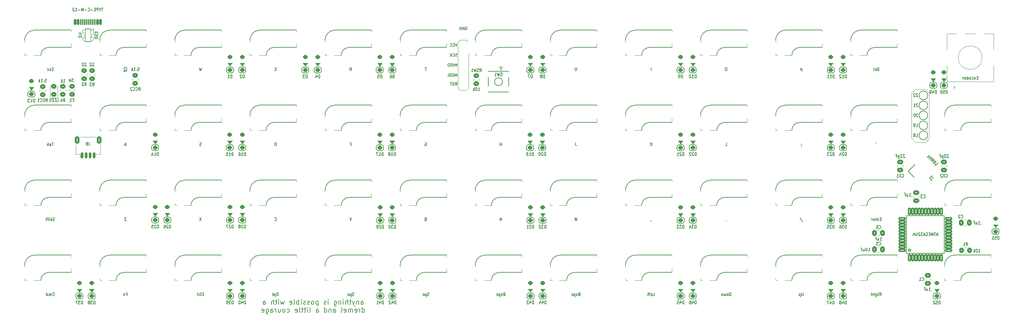
<source format=gbo>
G04 #@! TF.GenerationSoftware,KiCad,Pcbnew,(6.0.5-0)*
G04 #@! TF.CreationDate,2022-09-01T08:31:32-05:00*
G04 #@! TF.ProjectId,pcb,7063622e-6b69-4636-9164-5f7063625858,rev?*
G04 #@! TF.SameCoordinates,Original*
G04 #@! TF.FileFunction,Legend,Bot*
G04 #@! TF.FilePolarity,Positive*
%FSLAX46Y46*%
G04 Gerber Fmt 4.6, Leading zero omitted, Abs format (unit mm)*
G04 Created by KiCad (PCBNEW (6.0.5-0)) date 2022-09-01 08:31:32*
%MOMM*%
%LPD*%
G01*
G04 APERTURE LIST*
G04 Aperture macros list*
%AMRoundRect*
0 Rectangle with rounded corners*
0 $1 Rounding radius*
0 $2 $3 $4 $5 $6 $7 $8 $9 X,Y pos of 4 corners*
0 Add a 4 corners polygon primitive as box body*
4,1,4,$2,$3,$4,$5,$6,$7,$8,$9,$2,$3,0*
0 Add four circle primitives for the rounded corners*
1,1,$1+$1,$2,$3*
1,1,$1+$1,$4,$5*
1,1,$1+$1,$6,$7*
1,1,$1+$1,$8,$9*
0 Add four rect primitives between the rounded corners*
20,1,$1+$1,$2,$3,$4,$5,0*
20,1,$1+$1,$4,$5,$6,$7,0*
20,1,$1+$1,$6,$7,$8,$9,0*
20,1,$1+$1,$8,$9,$2,$3,0*%
%AMRotRect*
0 Rectangle, with rotation*
0 The origin of the aperture is its center*
0 $1 length*
0 $2 width*
0 $3 Rotation angle, in degrees counterclockwise*
0 Add horizontal line*
21,1,$1,$2,0,0,$3*%
G04 Aperture macros list end*
%ADD10C,0.100000*%
%ADD11C,0.150000*%
%ADD12C,0.200000*%
%ADD13C,0.127000*%
%ADD14C,0.120000*%
%ADD15C,0.203200*%
%ADD16C,0.254000*%
%ADD17C,3.000000*%
%ADD18C,1.750000*%
%ADD19C,3.987800*%
%ADD20R,2.550000X2.500000*%
%ADD21R,2.000000X2.000000*%
%ADD22C,2.000000*%
%ADD23R,2.000000X3.200000*%
%ADD24C,3.800000*%
%ADD25C,2.250000*%
%ADD26RoundRect,0.250000X-0.475000X0.337500X-0.475000X-0.337500X0.475000X-0.337500X0.475000X0.337500X0*%
%ADD27RoundRect,0.250000X0.350000X-0.250000X0.350000X0.250000X-0.350000X0.250000X-0.350000X-0.250000X0*%
%ADD28O,1.700000X1.700000*%
%ADD29R,1.700000X1.700000*%
%ADD30R,1.800000X1.100000*%
%ADD31RoundRect,0.200000X-0.750000X-0.250000X0.750000X-0.250000X0.750000X0.250000X-0.750000X0.250000X0*%
%ADD32RoundRect,0.200000X-0.250000X-0.750000X0.250000X-0.750000X0.250000X0.750000X-0.250000X0.750000X0*%
%ADD33RoundRect,0.250000X0.475000X-0.337500X0.475000X0.337500X-0.475000X0.337500X-0.475000X-0.337500X0*%
%ADD34RotRect,2.100000X1.800000X45.000000*%
%ADD35RoundRect,0.249999X0.450001X-0.325001X0.450001X0.325001X-0.450001X0.325001X-0.450001X-0.325001X0*%
%ADD36C,0.650000*%
%ADD37RoundRect,0.150000X-0.150000X-0.575000X0.150000X-0.575000X0.150000X0.575000X-0.150000X0.575000X0*%
%ADD38RoundRect,0.075000X-0.075000X-0.650000X0.075000X-0.650000X0.075000X0.650000X-0.075000X0.650000X0*%
%ADD39O,1.300000X2.400000*%
%ADD40O,1.300000X1.900000*%
%ADD41RoundRect,0.249999X-0.450001X0.325001X-0.450001X-0.325001X0.450001X-0.325001X0.450001X0.325001X0*%
%ADD42RoundRect,0.250000X-0.337500X-0.475000X0.337500X-0.475000X0.337500X0.475000X-0.337500X0.475000X0*%
%ADD43RoundRect,0.250000X0.337500X0.475000X-0.337500X0.475000X-0.337500X-0.475000X0.337500X-0.475000X0*%
%ADD44RoundRect,0.249999X0.325001X0.450001X-0.325001X0.450001X-0.325001X-0.450001X0.325001X-0.450001X0*%
%ADD45RoundRect,0.050000X-0.350000X0.500000X-0.350000X-0.500000X0.350000X-0.500000X0.350000X0.500000X0*%
%ADD46RoundRect,0.050000X-0.350000X0.300000X-0.350000X-0.300000X0.350000X-0.300000X0.350000X0.300000X0*%
%ADD47C,1.700000*%
%ADD48RoundRect,0.150000X-0.150000X-0.625000X0.150000X-0.625000X0.150000X0.625000X-0.150000X0.625000X0*%
%ADD49RoundRect,0.250000X-0.350000X-0.650000X0.350000X-0.650000X0.350000X0.650000X-0.350000X0.650000X0*%
G04 APERTURE END LIST*
D10*
X305390225Y-73693950D02*
X306390225Y-74693950D01*
X309890225Y-62193950D02*
X308890225Y-61193950D01*
X306390225Y-74693950D02*
X308890225Y-74693950D01*
X305390225Y-62193950D02*
X305390225Y-73693950D01*
X309890225Y-73693950D02*
X309890225Y-62193950D01*
X305390225Y-62193950D02*
X306390225Y-61193950D01*
X309890225Y-73693950D02*
X308890225Y-74693950D01*
X308890225Y-61193950D02*
X306390225Y-61193950D01*
D11*
X311321062Y-80336598D02*
X311603905Y-80619441D01*
X311462484Y-80478019D02*
X312028169Y-79912334D01*
X311994497Y-80040286D01*
X311987763Y-80141302D01*
X312007966Y-80215380D01*
X311462484Y-79346648D02*
X311556764Y-79440929D01*
X311576968Y-79515007D01*
X311573600Y-79565515D01*
X311539929Y-79693467D01*
X311455749Y-79824787D01*
X311240250Y-80040286D01*
X311162805Y-80070591D01*
X311112297Y-80073958D01*
X311038220Y-80053755D01*
X310943939Y-79959474D01*
X310923736Y-79885396D01*
X310927103Y-79834889D01*
X310957407Y-79757444D01*
X311092094Y-79622757D01*
X311169539Y-79592452D01*
X311220047Y-79589085D01*
X311294125Y-79609288D01*
X311388406Y-79703569D01*
X311408609Y-79777647D01*
X311405242Y-79828154D01*
X311374937Y-79905599D01*
X310637526Y-79653061D02*
X311203211Y-79087376D01*
X310634158Y-79326445D01*
X310873228Y-78757393D01*
X310307542Y-79323078D01*
X310071840Y-79087376D02*
X310637526Y-78521690D01*
X310368152Y-78791064D02*
X310085309Y-78508222D01*
X309788998Y-78804533D02*
X310354683Y-78238848D01*
X309977559Y-78238848D02*
X309718287Y-77979575D01*
X309600436Y-78615971D01*
X309341163Y-78356699D01*
X322196136Y-58283727D02*
X321962803Y-58283727D01*
X321862803Y-58702774D02*
X322196136Y-58702774D01*
X322196136Y-57902774D01*
X321862803Y-57902774D01*
X321562803Y-58169441D02*
X321562803Y-58702774D01*
X321562803Y-58245631D02*
X321529470Y-58207536D01*
X321462803Y-58169441D01*
X321362803Y-58169441D01*
X321296136Y-58207536D01*
X321262803Y-58283727D01*
X321262803Y-58702774D01*
X320629470Y-58664679D02*
X320696136Y-58702774D01*
X320829470Y-58702774D01*
X320896136Y-58664679D01*
X320929470Y-58626584D01*
X320962803Y-58550393D01*
X320962803Y-58321822D01*
X320929470Y-58245631D01*
X320896136Y-58207536D01*
X320829470Y-58169441D01*
X320696136Y-58169441D01*
X320629470Y-58207536D01*
X320229470Y-58702774D02*
X320296136Y-58664679D01*
X320329470Y-58626584D01*
X320362803Y-58550393D01*
X320362803Y-58321822D01*
X320329470Y-58245631D01*
X320296136Y-58207536D01*
X320229470Y-58169441D01*
X320129470Y-58169441D01*
X320062803Y-58207536D01*
X320029470Y-58245631D01*
X319996136Y-58321822D01*
X319996136Y-58550393D01*
X320029470Y-58626584D01*
X320062803Y-58664679D01*
X320129470Y-58702774D01*
X320229470Y-58702774D01*
X319396136Y-58702774D02*
X319396136Y-57902774D01*
X319396136Y-58664679D02*
X319462803Y-58702774D01*
X319596136Y-58702774D01*
X319662803Y-58664679D01*
X319696136Y-58626584D01*
X319729470Y-58550393D01*
X319729470Y-58321822D01*
X319696136Y-58245631D01*
X319662803Y-58207536D01*
X319596136Y-58169441D01*
X319462803Y-58169441D01*
X319396136Y-58207536D01*
X318796136Y-58664679D02*
X318862803Y-58702774D01*
X318996136Y-58702774D01*
X319062803Y-58664679D01*
X319096136Y-58588489D01*
X319096136Y-58283727D01*
X319062803Y-58207536D01*
X318996136Y-58169441D01*
X318862803Y-58169441D01*
X318796136Y-58207536D01*
X318762803Y-58283727D01*
X318762803Y-58359917D01*
X319096136Y-58436108D01*
X318462803Y-58702774D02*
X318462803Y-58169441D01*
X318462803Y-58321822D02*
X318429470Y-58245631D01*
X318396136Y-58207536D01*
X318329470Y-58169441D01*
X318262803Y-58169441D01*
X182090313Y-94213412D02*
X181990313Y-94251507D01*
X181956979Y-94289602D01*
X181923646Y-94365793D01*
X181923646Y-94480078D01*
X181956979Y-94556269D01*
X181990313Y-94594364D01*
X182056979Y-94632459D01*
X182323646Y-94632459D01*
X182323646Y-93832459D01*
X182090313Y-93832459D01*
X182023646Y-93870555D01*
X181990313Y-93908650D01*
X181956979Y-93984840D01*
X181956979Y-94061031D01*
X181990313Y-94137221D01*
X182023646Y-94175316D01*
X182090313Y-94213412D01*
X182323646Y-94213412D01*
X220473678Y-94632459D02*
X220473678Y-93832459D01*
X220240345Y-94403888D01*
X220007011Y-93832459D01*
X220007011Y-94632459D01*
X162873630Y-56532427D02*
X163106963Y-56151475D01*
X163273630Y-56532427D02*
X163273630Y-55732427D01*
X163006963Y-55732427D01*
X162940297Y-55770523D01*
X162906963Y-55808618D01*
X162873630Y-55884808D01*
X162873630Y-55999094D01*
X162906963Y-56075284D01*
X162940297Y-56113380D01*
X163006963Y-56151475D01*
X163273630Y-56151475D01*
X163323630Y-93832459D02*
X163090297Y-94632459D01*
X162856963Y-93832459D01*
D12*
X165733082Y-115853176D02*
X165733082Y-115198414D01*
X165792605Y-115079366D01*
X165911653Y-115019842D01*
X166149748Y-115019842D01*
X166268796Y-115079366D01*
X165733082Y-115793652D02*
X165852129Y-115853176D01*
X166149748Y-115853176D01*
X166268796Y-115793652D01*
X166328320Y-115674604D01*
X166328320Y-115555557D01*
X166268796Y-115436509D01*
X166149748Y-115376985D01*
X165852129Y-115376985D01*
X165733082Y-115317461D01*
X165137844Y-115019842D02*
X165137844Y-115853176D01*
X165137844Y-115138890D02*
X165078320Y-115079366D01*
X164959272Y-115019842D01*
X164780701Y-115019842D01*
X164661653Y-115079366D01*
X164602129Y-115198414D01*
X164602129Y-115853176D01*
X164125939Y-115019842D02*
X163828320Y-115853176D01*
X163530701Y-115019842D02*
X163828320Y-115853176D01*
X163947367Y-116150795D01*
X164006891Y-116210319D01*
X164125939Y-116269842D01*
X163233082Y-115019842D02*
X162756891Y-115019842D01*
X163054510Y-114603176D02*
X163054510Y-115674604D01*
X162994986Y-115793652D01*
X162875939Y-115853176D01*
X162756891Y-115853176D01*
X162340225Y-115853176D02*
X162340225Y-114603176D01*
X161804510Y-115853176D02*
X161804510Y-115198414D01*
X161864034Y-115079366D01*
X161983082Y-115019842D01*
X162161653Y-115019842D01*
X162280701Y-115079366D01*
X162340225Y-115138890D01*
X161209272Y-115853176D02*
X161209272Y-115019842D01*
X161209272Y-114603176D02*
X161268796Y-114662700D01*
X161209272Y-114722223D01*
X161149748Y-114662700D01*
X161209272Y-114603176D01*
X161209272Y-114722223D01*
X160614034Y-115019842D02*
X160614034Y-115853176D01*
X160614034Y-115138890D02*
X160554510Y-115079366D01*
X160435463Y-115019842D01*
X160256891Y-115019842D01*
X160137844Y-115079366D01*
X160078320Y-115198414D01*
X160078320Y-115853176D01*
X158947367Y-115019842D02*
X158947367Y-116031747D01*
X159006891Y-116150795D01*
X159066415Y-116210319D01*
X159185463Y-116269842D01*
X159364034Y-116269842D01*
X159483082Y-116210319D01*
X158947367Y-115793652D02*
X159066415Y-115853176D01*
X159304510Y-115853176D01*
X159423558Y-115793652D01*
X159483082Y-115734128D01*
X159542605Y-115615080D01*
X159542605Y-115257938D01*
X159483082Y-115138890D01*
X159423558Y-115079366D01*
X159304510Y-115019842D01*
X159066415Y-115019842D01*
X158947367Y-115079366D01*
X157399748Y-115853176D02*
X157399748Y-115019842D01*
X157399748Y-114603176D02*
X157459272Y-114662700D01*
X157399748Y-114722223D01*
X157340225Y-114662700D01*
X157399748Y-114603176D01*
X157399748Y-114722223D01*
X156864034Y-115793652D02*
X156744986Y-115853176D01*
X156506891Y-115853176D01*
X156387844Y-115793652D01*
X156328320Y-115674604D01*
X156328320Y-115615080D01*
X156387844Y-115496033D01*
X156506891Y-115436509D01*
X156685463Y-115436509D01*
X156804510Y-115376985D01*
X156864034Y-115257938D01*
X156864034Y-115198414D01*
X156804510Y-115079366D01*
X156685463Y-115019842D01*
X156506891Y-115019842D01*
X156387844Y-115079366D01*
X154840225Y-115019842D02*
X154840225Y-116269842D01*
X154840225Y-115079366D02*
X154721177Y-115019842D01*
X154483082Y-115019842D01*
X154364034Y-115079366D01*
X154304510Y-115138890D01*
X154244986Y-115257938D01*
X154244986Y-115615080D01*
X154304510Y-115734128D01*
X154364034Y-115793652D01*
X154483082Y-115853176D01*
X154721177Y-115853176D01*
X154840225Y-115793652D01*
X153530701Y-115853176D02*
X153649748Y-115793652D01*
X153709272Y-115734128D01*
X153768796Y-115615080D01*
X153768796Y-115257938D01*
X153709272Y-115138890D01*
X153649748Y-115079366D01*
X153530701Y-115019842D01*
X153352129Y-115019842D01*
X153233082Y-115079366D01*
X153173558Y-115138890D01*
X153114034Y-115257938D01*
X153114034Y-115615080D01*
X153173558Y-115734128D01*
X153233082Y-115793652D01*
X153352129Y-115853176D01*
X153530701Y-115853176D01*
X152637844Y-115793652D02*
X152518796Y-115853176D01*
X152280701Y-115853176D01*
X152161653Y-115793652D01*
X152102129Y-115674604D01*
X152102129Y-115615080D01*
X152161653Y-115496033D01*
X152280701Y-115436509D01*
X152459272Y-115436509D01*
X152578320Y-115376985D01*
X152637844Y-115257938D01*
X152637844Y-115198414D01*
X152578320Y-115079366D01*
X152459272Y-115019842D01*
X152280701Y-115019842D01*
X152161653Y-115079366D01*
X151625939Y-115793652D02*
X151506891Y-115853176D01*
X151268796Y-115853176D01*
X151149748Y-115793652D01*
X151090225Y-115674604D01*
X151090225Y-115615080D01*
X151149748Y-115496033D01*
X151268796Y-115436509D01*
X151447367Y-115436509D01*
X151566415Y-115376985D01*
X151625939Y-115257938D01*
X151625939Y-115198414D01*
X151566415Y-115079366D01*
X151447367Y-115019842D01*
X151268796Y-115019842D01*
X151149748Y-115079366D01*
X150554510Y-115853176D02*
X150554510Y-115019842D01*
X150554510Y-114603176D02*
X150614034Y-114662700D01*
X150554510Y-114722223D01*
X150494986Y-114662700D01*
X150554510Y-114603176D01*
X150554510Y-114722223D01*
X149959272Y-115853176D02*
X149959272Y-114603176D01*
X149959272Y-115079366D02*
X149840225Y-115019842D01*
X149602129Y-115019842D01*
X149483082Y-115079366D01*
X149423558Y-115138890D01*
X149364034Y-115257938D01*
X149364034Y-115615080D01*
X149423558Y-115734128D01*
X149483082Y-115793652D01*
X149602129Y-115853176D01*
X149840225Y-115853176D01*
X149959272Y-115793652D01*
X148649748Y-115853176D02*
X148768796Y-115793652D01*
X148828320Y-115674604D01*
X148828320Y-114603176D01*
X147697367Y-115793652D02*
X147816415Y-115853176D01*
X148054510Y-115853176D01*
X148173558Y-115793652D01*
X148233082Y-115674604D01*
X148233082Y-115198414D01*
X148173558Y-115079366D01*
X148054510Y-115019842D01*
X147816415Y-115019842D01*
X147697367Y-115079366D01*
X147637844Y-115198414D01*
X147637844Y-115317461D01*
X148233082Y-115436509D01*
X146268796Y-115019842D02*
X146030701Y-115853176D01*
X145792605Y-115257938D01*
X145554510Y-115853176D01*
X145316415Y-115019842D01*
X144840225Y-115853176D02*
X144840225Y-115019842D01*
X144840225Y-114603176D02*
X144899748Y-114662700D01*
X144840225Y-114722223D01*
X144780701Y-114662700D01*
X144840225Y-114603176D01*
X144840225Y-114722223D01*
X144423558Y-115019842D02*
X143947367Y-115019842D01*
X144244986Y-114603176D02*
X144244986Y-115674604D01*
X144185463Y-115793652D01*
X144066415Y-115853176D01*
X143947367Y-115853176D01*
X143530701Y-115853176D02*
X143530701Y-114603176D01*
X142994986Y-115853176D02*
X142994986Y-115198414D01*
X143054510Y-115079366D01*
X143173558Y-115019842D01*
X143352129Y-115019842D01*
X143471177Y-115079366D01*
X143530701Y-115138890D01*
X140911653Y-115853176D02*
X140911653Y-115198414D01*
X140971177Y-115079366D01*
X141090225Y-115019842D01*
X141328320Y-115019842D01*
X141447367Y-115079366D01*
X140911653Y-115793652D02*
X141030701Y-115853176D01*
X141328320Y-115853176D01*
X141447367Y-115793652D01*
X141506891Y-115674604D01*
X141506891Y-115555557D01*
X141447367Y-115436509D01*
X141328320Y-115376985D01*
X141030701Y-115376985D01*
X140911653Y-115317461D01*
X166030701Y-117865676D02*
X166030701Y-116615676D01*
X166030701Y-117806152D02*
X166149748Y-117865676D01*
X166387844Y-117865676D01*
X166506891Y-117806152D01*
X166566415Y-117746628D01*
X166625939Y-117627580D01*
X166625939Y-117270438D01*
X166566415Y-117151390D01*
X166506891Y-117091866D01*
X166387844Y-117032342D01*
X166149748Y-117032342D01*
X166030701Y-117091866D01*
X165435463Y-117865676D02*
X165435463Y-117032342D01*
X165435463Y-117270438D02*
X165375939Y-117151390D01*
X165316415Y-117091866D01*
X165197367Y-117032342D01*
X165078320Y-117032342D01*
X164185463Y-117806152D02*
X164304510Y-117865676D01*
X164542605Y-117865676D01*
X164661653Y-117806152D01*
X164721177Y-117687104D01*
X164721177Y-117210914D01*
X164661653Y-117091866D01*
X164542605Y-117032342D01*
X164304510Y-117032342D01*
X164185463Y-117091866D01*
X164125939Y-117210914D01*
X164125939Y-117329961D01*
X164721177Y-117449009D01*
X163590225Y-117865676D02*
X163590225Y-117032342D01*
X163590225Y-117151390D02*
X163530701Y-117091866D01*
X163411653Y-117032342D01*
X163233082Y-117032342D01*
X163114034Y-117091866D01*
X163054510Y-117210914D01*
X163054510Y-117865676D01*
X163054510Y-117210914D02*
X162994986Y-117091866D01*
X162875939Y-117032342D01*
X162697367Y-117032342D01*
X162578320Y-117091866D01*
X162518796Y-117210914D01*
X162518796Y-117865676D01*
X161447367Y-117806152D02*
X161566415Y-117865676D01*
X161804510Y-117865676D01*
X161923558Y-117806152D01*
X161983082Y-117687104D01*
X161983082Y-117210914D01*
X161923558Y-117091866D01*
X161804510Y-117032342D01*
X161566415Y-117032342D01*
X161447367Y-117091866D01*
X161387844Y-117210914D01*
X161387844Y-117329961D01*
X161983082Y-117449009D01*
X160673558Y-117865676D02*
X160792605Y-117806152D01*
X160852129Y-117687104D01*
X160852129Y-116615676D01*
X158709272Y-117865676D02*
X158709272Y-117210914D01*
X158768796Y-117091866D01*
X158887844Y-117032342D01*
X159125939Y-117032342D01*
X159244986Y-117091866D01*
X158709272Y-117806152D02*
X158828320Y-117865676D01*
X159125939Y-117865676D01*
X159244986Y-117806152D01*
X159304510Y-117687104D01*
X159304510Y-117568057D01*
X159244986Y-117449009D01*
X159125939Y-117389485D01*
X158828320Y-117389485D01*
X158709272Y-117329961D01*
X158114034Y-117032342D02*
X158114034Y-117865676D01*
X158114034Y-117151390D02*
X158054510Y-117091866D01*
X157935463Y-117032342D01*
X157756891Y-117032342D01*
X157637844Y-117091866D01*
X157578320Y-117210914D01*
X157578320Y-117865676D01*
X156447367Y-117865676D02*
X156447367Y-116615676D01*
X156447367Y-117806152D02*
X156566415Y-117865676D01*
X156804510Y-117865676D01*
X156923558Y-117806152D01*
X156983082Y-117746628D01*
X157042605Y-117627580D01*
X157042605Y-117270438D01*
X156983082Y-117151390D01*
X156923558Y-117091866D01*
X156804510Y-117032342D01*
X156566415Y-117032342D01*
X156447367Y-117091866D01*
X154364034Y-117865676D02*
X154364034Y-117210914D01*
X154423558Y-117091866D01*
X154542605Y-117032342D01*
X154780701Y-117032342D01*
X154899748Y-117091866D01*
X154364034Y-117806152D02*
X154483082Y-117865676D01*
X154780701Y-117865676D01*
X154899748Y-117806152D01*
X154959272Y-117687104D01*
X154959272Y-117568057D01*
X154899748Y-117449009D01*
X154780701Y-117389485D01*
X154483082Y-117389485D01*
X154364034Y-117329961D01*
X152637844Y-117865676D02*
X152756891Y-117806152D01*
X152816415Y-117687104D01*
X152816415Y-116615676D01*
X152161653Y-117865676D02*
X152161653Y-117032342D01*
X152161653Y-116615676D02*
X152221177Y-116675200D01*
X152161653Y-116734723D01*
X152102129Y-116675200D01*
X152161653Y-116615676D01*
X152161653Y-116734723D01*
X151744986Y-117032342D02*
X151268796Y-117032342D01*
X151566415Y-116615676D02*
X151566415Y-117687104D01*
X151506891Y-117806152D01*
X151387844Y-117865676D01*
X151268796Y-117865676D01*
X151030701Y-117032342D02*
X150554510Y-117032342D01*
X150852129Y-116615676D02*
X150852129Y-117687104D01*
X150792605Y-117806152D01*
X150673558Y-117865676D01*
X150554510Y-117865676D01*
X149959272Y-117865676D02*
X150078320Y-117806152D01*
X150137844Y-117687104D01*
X150137844Y-116615676D01*
X149006891Y-117806152D02*
X149125939Y-117865676D01*
X149364034Y-117865676D01*
X149483082Y-117806152D01*
X149542605Y-117687104D01*
X149542605Y-117210914D01*
X149483082Y-117091866D01*
X149364034Y-117032342D01*
X149125939Y-117032342D01*
X149006891Y-117091866D01*
X148947367Y-117210914D01*
X148947367Y-117329961D01*
X149542605Y-117449009D01*
X146923558Y-117806152D02*
X147042605Y-117865676D01*
X147280701Y-117865676D01*
X147399748Y-117806152D01*
X147459272Y-117746628D01*
X147518796Y-117627580D01*
X147518796Y-117270438D01*
X147459272Y-117151390D01*
X147399748Y-117091866D01*
X147280701Y-117032342D01*
X147042605Y-117032342D01*
X146923558Y-117091866D01*
X146209272Y-117865676D02*
X146328320Y-117806152D01*
X146387844Y-117746628D01*
X146447367Y-117627580D01*
X146447367Y-117270438D01*
X146387844Y-117151390D01*
X146328320Y-117091866D01*
X146209272Y-117032342D01*
X146030701Y-117032342D01*
X145911653Y-117091866D01*
X145852129Y-117151390D01*
X145792605Y-117270438D01*
X145792605Y-117627580D01*
X145852129Y-117746628D01*
X145911653Y-117806152D01*
X146030701Y-117865676D01*
X146209272Y-117865676D01*
X144721177Y-117032342D02*
X144721177Y-117865676D01*
X145256891Y-117032342D02*
X145256891Y-117687104D01*
X145197367Y-117806152D01*
X145078320Y-117865676D01*
X144899748Y-117865676D01*
X144780701Y-117806152D01*
X144721177Y-117746628D01*
X144125939Y-117865676D02*
X144125939Y-117032342D01*
X144125939Y-117270438D02*
X144066415Y-117151390D01*
X144006891Y-117091866D01*
X143887844Y-117032342D01*
X143768796Y-117032342D01*
X142816415Y-117865676D02*
X142816415Y-117210914D01*
X142875939Y-117091866D01*
X142994986Y-117032342D01*
X143233082Y-117032342D01*
X143352129Y-117091866D01*
X142816415Y-117806152D02*
X142935463Y-117865676D01*
X143233082Y-117865676D01*
X143352129Y-117806152D01*
X143411653Y-117687104D01*
X143411653Y-117568057D01*
X143352129Y-117449009D01*
X143233082Y-117389485D01*
X142935463Y-117389485D01*
X142816415Y-117329961D01*
X141685463Y-117032342D02*
X141685463Y-118044247D01*
X141744986Y-118163295D01*
X141804510Y-118222819D01*
X141923558Y-118282342D01*
X142102129Y-118282342D01*
X142221177Y-118222819D01*
X141685463Y-117806152D02*
X141804510Y-117865676D01*
X142042605Y-117865676D01*
X142161653Y-117806152D01*
X142221177Y-117746628D01*
X142280701Y-117627580D01*
X142280701Y-117270438D01*
X142221177Y-117151390D01*
X142161653Y-117091866D01*
X142042605Y-117032342D01*
X141804510Y-117032342D01*
X141685463Y-117091866D01*
X140614034Y-117806152D02*
X140733082Y-117865676D01*
X140971177Y-117865676D01*
X141090225Y-117806152D01*
X141149748Y-117687104D01*
X141149748Y-117210914D01*
X141090225Y-117091866D01*
X140971177Y-117032342D01*
X140733082Y-117032342D01*
X140614034Y-117091866D01*
X140554510Y-117210914D01*
X140554510Y-117329961D01*
X141149748Y-117449009D01*
D11*
X162990297Y-75163396D02*
X163223630Y-75163396D01*
X163223630Y-75582443D02*
X163223630Y-74782443D01*
X162890297Y-74782443D01*
X201390329Y-94632459D02*
X201390329Y-93832459D01*
X200990329Y-94632459D01*
X200990329Y-93832459D01*
X144223614Y-75582443D02*
X144223614Y-74782443D01*
X144056947Y-74782443D01*
X143956947Y-74820539D01*
X143890281Y-74896729D01*
X143856947Y-74972919D01*
X143823614Y-75125300D01*
X143823614Y-75239586D01*
X143856947Y-75391967D01*
X143890281Y-75468158D01*
X143956947Y-75544348D01*
X144056947Y-75582443D01*
X144223614Y-75582443D01*
X258407043Y-55732427D02*
X258273710Y-55732427D01*
X258207043Y-55770523D01*
X258140377Y-55846713D01*
X258107043Y-55999094D01*
X258107043Y-56265761D01*
X258140377Y-56418142D01*
X258207043Y-56494332D01*
X258273710Y-56532427D01*
X258407043Y-56532427D01*
X258473710Y-56494332D01*
X258540377Y-56418142D01*
X258573710Y-56265761D01*
X258573710Y-55999094D01*
X258540377Y-55846713D01*
X258473710Y-55770523D01*
X258407043Y-55732427D01*
X87973566Y-94594364D02*
X87873566Y-94632459D01*
X87706899Y-94632459D01*
X87640233Y-94594364D01*
X87606899Y-94556269D01*
X87573566Y-94480078D01*
X87573566Y-94403888D01*
X87606899Y-94327697D01*
X87640233Y-94289602D01*
X87706899Y-94251507D01*
X87840233Y-94213412D01*
X87906899Y-94175316D01*
X87940233Y-94137221D01*
X87973566Y-94061031D01*
X87973566Y-93984840D01*
X87940233Y-93908650D01*
X87906899Y-93870555D01*
X87840233Y-93832459D01*
X87673566Y-93832459D01*
X87573566Y-93870555D01*
X87273566Y-94632459D02*
X87273566Y-93832459D01*
X86973566Y-94632459D02*
X86973566Y-94213412D01*
X87006899Y-94137221D01*
X87073566Y-94099126D01*
X87173566Y-94099126D01*
X87240233Y-94137221D01*
X87273566Y-94175316D01*
X86640233Y-94632459D02*
X86640233Y-94099126D01*
X86640233Y-93832459D02*
X86673566Y-93870555D01*
X86640233Y-93908650D01*
X86606899Y-93870555D01*
X86640233Y-93832459D01*
X86640233Y-93908650D01*
X86406899Y-94099126D02*
X86140233Y-94099126D01*
X86306899Y-94632459D02*
X86306899Y-93946745D01*
X86273566Y-93870555D01*
X86206899Y-93832459D01*
X86140233Y-93832459D01*
X86006899Y-94099126D02*
X85740233Y-94099126D01*
X85906899Y-93832459D02*
X85906899Y-94518174D01*
X85873566Y-94594364D01*
X85806899Y-94632459D01*
X85740233Y-94632459D01*
X259523710Y-113682475D02*
X259523710Y-112882475D01*
X259357043Y-112882475D01*
X259257043Y-112920571D01*
X259190377Y-112996761D01*
X259157043Y-113072951D01*
X259123710Y-113225332D01*
X259123710Y-113339618D01*
X259157043Y-113491999D01*
X259190377Y-113568190D01*
X259257043Y-113644380D01*
X259357043Y-113682475D01*
X259523710Y-113682475D01*
X258723710Y-113682475D02*
X258790377Y-113644380D01*
X258823710Y-113606285D01*
X258857043Y-113530094D01*
X258857043Y-113301523D01*
X258823710Y-113225332D01*
X258790377Y-113187237D01*
X258723710Y-113149142D01*
X258623710Y-113149142D01*
X258557043Y-113187237D01*
X258523710Y-113225332D01*
X258490377Y-113301523D01*
X258490377Y-113530094D01*
X258523710Y-113606285D01*
X258557043Y-113644380D01*
X258623710Y-113682475D01*
X258723710Y-113682475D01*
X258257043Y-113149142D02*
X258123710Y-113682475D01*
X257990377Y-113301523D01*
X257857043Y-113682475D01*
X257723710Y-113149142D01*
X257457043Y-113149142D02*
X257457043Y-113682475D01*
X257457043Y-113225332D02*
X257423710Y-113187237D01*
X257357043Y-113149142D01*
X257257043Y-113149142D01*
X257190377Y-113187237D01*
X257157043Y-113263428D01*
X257157043Y-113682475D01*
X220140345Y-74782443D02*
X220140345Y-75353872D01*
X220173678Y-75468158D01*
X220240345Y-75544348D01*
X220340345Y-75582443D01*
X220407011Y-75582443D01*
X297223742Y-113682475D02*
X297457075Y-113301523D01*
X297623742Y-113682475D02*
X297623742Y-112882475D01*
X297357075Y-112882475D01*
X297290409Y-112920571D01*
X297257075Y-112958666D01*
X297223742Y-113034856D01*
X297223742Y-113149142D01*
X297257075Y-113225332D01*
X297290409Y-113263428D01*
X297357075Y-113301523D01*
X297623742Y-113301523D01*
X296923742Y-113682475D02*
X296923742Y-113149142D01*
X296923742Y-112882475D02*
X296957075Y-112920571D01*
X296923742Y-112958666D01*
X296890409Y-112920571D01*
X296923742Y-112882475D01*
X296923742Y-112958666D01*
X296290409Y-113149142D02*
X296290409Y-113796761D01*
X296323742Y-113872951D01*
X296357075Y-113911047D01*
X296423742Y-113949142D01*
X296523742Y-113949142D01*
X296590409Y-113911047D01*
X296290409Y-113644380D02*
X296357075Y-113682475D01*
X296490409Y-113682475D01*
X296557075Y-113644380D01*
X296590409Y-113606285D01*
X296623742Y-113530094D01*
X296623742Y-113301523D01*
X296590409Y-113225332D01*
X296557075Y-113187237D01*
X296490409Y-113149142D01*
X296357075Y-113149142D01*
X296290409Y-113187237D01*
X295957075Y-113682475D02*
X295957075Y-112882475D01*
X295657075Y-113682475D02*
X295657075Y-113263428D01*
X295690409Y-113187237D01*
X295757075Y-113149142D01*
X295857075Y-113149142D01*
X295923742Y-113187237D01*
X295957075Y-113225332D01*
X295423742Y-113149142D02*
X295157075Y-113149142D01*
X295323742Y-112882475D02*
X295323742Y-113568190D01*
X295290409Y-113644380D01*
X295223742Y-113682475D01*
X295157075Y-113682475D01*
X239290361Y-56532427D02*
X239290361Y-55732427D01*
X181956979Y-74820539D02*
X182023646Y-74782443D01*
X182123646Y-74782443D01*
X182223646Y-74820539D01*
X182290313Y-74896729D01*
X182323646Y-74972919D01*
X182356979Y-75125300D01*
X182356979Y-75239586D01*
X182323646Y-75391967D01*
X182290313Y-75468158D01*
X182223646Y-75544348D01*
X182123646Y-75582443D01*
X182056979Y-75582443D01*
X181956979Y-75544348D01*
X181923646Y-75506253D01*
X181923646Y-75239586D01*
X182056979Y-75239586D01*
X277357059Y-75544348D02*
X277357059Y-75582443D01*
X277390393Y-75658634D01*
X277423726Y-75696729D01*
X277390393Y-75087205D02*
X277357059Y-75125300D01*
X277390393Y-75163396D01*
X277423726Y-75125300D01*
X277390393Y-75087205D01*
X277390393Y-75163396D01*
X144190281Y-56113380D02*
X143956947Y-56113380D01*
X143856947Y-56532427D02*
X144190281Y-56532427D01*
X144190281Y-55732427D01*
X143856947Y-55732427D01*
X125190265Y-75544348D02*
X125090265Y-75582443D01*
X124923598Y-75582443D01*
X124856931Y-75544348D01*
X124823598Y-75506253D01*
X124790265Y-75430062D01*
X124790265Y-75353872D01*
X124823598Y-75277681D01*
X124856931Y-75239586D01*
X124923598Y-75201491D01*
X125056931Y-75163396D01*
X125123598Y-75125300D01*
X125156931Y-75087205D01*
X125190265Y-75011015D01*
X125190265Y-74934824D01*
X125156931Y-74858634D01*
X125123598Y-74820539D01*
X125056931Y-74782443D01*
X124890265Y-74782443D01*
X124790265Y-74820539D01*
X220413553Y-55674056D02*
X220413553Y-56321675D01*
X220380219Y-56397866D01*
X220346886Y-56435961D01*
X220280219Y-56474056D01*
X220146886Y-56474056D01*
X220080219Y-56435961D01*
X220046886Y-56397866D01*
X220013553Y-56321675D01*
X220013553Y-55674056D01*
X258340377Y-94556269D02*
X258307043Y-94594364D01*
X258340377Y-94632459D01*
X258373710Y-94594364D01*
X258340377Y-94556269D01*
X258340377Y-94632459D01*
X296407075Y-74782443D02*
X296473742Y-74934824D01*
X202040329Y-113263428D02*
X201940329Y-113301523D01*
X201906995Y-113339618D01*
X201873662Y-113415809D01*
X201873662Y-113530094D01*
X201906995Y-113606285D01*
X201940329Y-113644380D01*
X202006995Y-113682475D01*
X202273662Y-113682475D01*
X202273662Y-112882475D01*
X202040329Y-112882475D01*
X201973662Y-112920571D01*
X201940329Y-112958666D01*
X201906995Y-113034856D01*
X201906995Y-113111047D01*
X201940329Y-113187237D01*
X201973662Y-113225332D01*
X202040329Y-113263428D01*
X202273662Y-113263428D01*
X201606995Y-113644380D02*
X201540329Y-113682475D01*
X201406995Y-113682475D01*
X201340329Y-113644380D01*
X201306995Y-113568190D01*
X201306995Y-113530094D01*
X201340329Y-113453904D01*
X201406995Y-113415809D01*
X201506995Y-113415809D01*
X201573662Y-113377713D01*
X201606995Y-113301523D01*
X201606995Y-113263428D01*
X201573662Y-113187237D01*
X201506995Y-113149142D01*
X201406995Y-113149142D01*
X201340329Y-113187237D01*
X201006995Y-113149142D02*
X201006995Y-113949142D01*
X201006995Y-113187237D02*
X200940329Y-113149142D01*
X200806995Y-113149142D01*
X200740329Y-113187237D01*
X200706995Y-113225332D01*
X200673662Y-113301523D01*
X200673662Y-113530094D01*
X200706995Y-113606285D01*
X200740329Y-113644380D01*
X200806995Y-113682475D01*
X200940329Y-113682475D01*
X201006995Y-113644380D01*
X200073662Y-113644380D02*
X200140329Y-113682475D01*
X200273662Y-113682475D01*
X200340329Y-113644380D01*
X200373662Y-113606285D01*
X200406995Y-113530094D01*
X200406995Y-113301523D01*
X200373662Y-113225332D01*
X200340329Y-113187237D01*
X200273662Y-113149142D01*
X200140329Y-113149142D01*
X200073662Y-113187237D01*
X277090393Y-93794364D02*
X277690393Y-94822935D01*
X201390329Y-75582443D02*
X201390329Y-74782443D01*
X201390329Y-75163396D02*
X200990329Y-75163396D01*
X200990329Y-75582443D02*
X200990329Y-74782443D01*
X297107075Y-56532427D02*
X297107075Y-55732427D01*
X296940409Y-55732427D01*
X296840409Y-55770523D01*
X296773742Y-55846713D01*
X296740409Y-55922903D01*
X296707075Y-56075284D01*
X296707075Y-56189570D01*
X296740409Y-56341951D01*
X296773742Y-56418142D01*
X296840409Y-56494332D01*
X296940409Y-56532427D01*
X297107075Y-56532427D01*
X296140409Y-56494332D02*
X296207075Y-56532427D01*
X296340409Y-56532427D01*
X296407075Y-56494332D01*
X296440409Y-56418142D01*
X296440409Y-56113380D01*
X296407075Y-56037189D01*
X296340409Y-55999094D01*
X296207075Y-55999094D01*
X296140409Y-56037189D01*
X296107075Y-56113380D01*
X296107075Y-56189570D01*
X296440409Y-56265761D01*
X295707075Y-56532427D02*
X295773742Y-56494332D01*
X295807075Y-56418142D01*
X295807075Y-55732427D01*
X106106915Y-75353872D02*
X105773582Y-75353872D01*
X106173582Y-75582443D02*
X105940249Y-74782443D01*
X105706915Y-75582443D01*
X87456899Y-113606285D02*
X87490233Y-113644380D01*
X87590233Y-113682475D01*
X87656899Y-113682475D01*
X87756899Y-113644380D01*
X87823566Y-113568190D01*
X87856899Y-113491999D01*
X87890233Y-113339618D01*
X87890233Y-113225332D01*
X87856899Y-113072951D01*
X87823566Y-112996761D01*
X87756899Y-112920571D01*
X87656899Y-112882475D01*
X87590233Y-112882475D01*
X87490233Y-112920571D01*
X87456899Y-112958666D01*
X87156899Y-113682475D02*
X87156899Y-113149142D01*
X87156899Y-113225332D02*
X87123566Y-113187237D01*
X87056899Y-113149142D01*
X86956899Y-113149142D01*
X86890233Y-113187237D01*
X86856899Y-113263428D01*
X86856899Y-113682475D01*
X86856899Y-113263428D02*
X86823566Y-113187237D01*
X86756899Y-113149142D01*
X86656899Y-113149142D01*
X86590233Y-113187237D01*
X86556899Y-113263428D01*
X86556899Y-113682475D01*
X85923566Y-113682475D02*
X85923566Y-112882475D01*
X85923566Y-113644380D02*
X85990233Y-113682475D01*
X86123566Y-113682475D01*
X86190233Y-113644380D01*
X86223566Y-113606285D01*
X86256899Y-113530094D01*
X86256899Y-113301523D01*
X86223566Y-113225332D01*
X86190233Y-113187237D01*
X86123566Y-113149142D01*
X85990233Y-113149142D01*
X85923566Y-113187237D01*
X163906963Y-113644380D02*
X163806963Y-113682475D01*
X163640297Y-113682475D01*
X163573630Y-113644380D01*
X163540297Y-113606285D01*
X163506963Y-113530094D01*
X163506963Y-113453904D01*
X163540297Y-113377713D01*
X163573630Y-113339618D01*
X163640297Y-113301523D01*
X163773630Y-113263428D01*
X163840297Y-113225332D01*
X163873630Y-113187237D01*
X163906963Y-113111047D01*
X163906963Y-113034856D01*
X163873630Y-112958666D01*
X163840297Y-112920571D01*
X163773630Y-112882475D01*
X163606963Y-112882475D01*
X163506963Y-112920571D01*
X163206963Y-113149142D02*
X163206963Y-113949142D01*
X163206963Y-113187237D02*
X163140297Y-113149142D01*
X163006963Y-113149142D01*
X162940297Y-113187237D01*
X162906963Y-113225332D01*
X162873630Y-113301523D01*
X162873630Y-113530094D01*
X162906963Y-113606285D01*
X162940297Y-113644380D01*
X163006963Y-113682475D01*
X163140297Y-113682475D01*
X163206963Y-113644380D01*
X162273630Y-113644380D02*
X162340297Y-113682475D01*
X162473630Y-113682475D01*
X162540297Y-113644380D01*
X162573630Y-113606285D01*
X162606963Y-113530094D01*
X162606963Y-113301523D01*
X162573630Y-113225332D01*
X162540297Y-113187237D01*
X162473630Y-113149142D01*
X162340297Y-113149142D01*
X162273630Y-113187237D01*
X182956979Y-113644380D02*
X182856979Y-113682475D01*
X182690313Y-113682475D01*
X182623646Y-113644380D01*
X182590313Y-113606285D01*
X182556979Y-113530094D01*
X182556979Y-113453904D01*
X182590313Y-113377713D01*
X182623646Y-113339618D01*
X182690313Y-113301523D01*
X182823646Y-113263428D01*
X182890313Y-113225332D01*
X182923646Y-113187237D01*
X182956979Y-113111047D01*
X182956979Y-113034856D01*
X182923646Y-112958666D01*
X182890313Y-112920571D01*
X182823646Y-112882475D01*
X182656979Y-112882475D01*
X182556979Y-112920571D01*
X182256979Y-113149142D02*
X182256979Y-113949142D01*
X182256979Y-113187237D02*
X182190313Y-113149142D01*
X182056979Y-113149142D01*
X181990313Y-113187237D01*
X181956979Y-113225332D01*
X181923646Y-113301523D01*
X181923646Y-113530094D01*
X181956979Y-113606285D01*
X181990313Y-113644380D01*
X182056979Y-113682475D01*
X182190313Y-113682475D01*
X182256979Y-113644380D01*
X181323646Y-113644380D02*
X181390313Y-113682475D01*
X181523646Y-113682475D01*
X181590313Y-113644380D01*
X181623646Y-113606285D01*
X181656979Y-113530094D01*
X181656979Y-113301523D01*
X181623646Y-113225332D01*
X181590313Y-113187237D01*
X181523646Y-113149142D01*
X181390313Y-113149142D01*
X181323646Y-113187237D01*
X143823614Y-94556269D02*
X143856947Y-94594364D01*
X143956947Y-94632459D01*
X144023614Y-94632459D01*
X144123614Y-94594364D01*
X144190281Y-94518174D01*
X144223614Y-94441983D01*
X144256947Y-94289602D01*
X144256947Y-94175316D01*
X144223614Y-94022935D01*
X144190281Y-93946745D01*
X144123614Y-93870555D01*
X144023614Y-93832459D01*
X143956947Y-93832459D01*
X143856947Y-93870555D01*
X143823614Y-93908650D01*
X106173582Y-93832459D02*
X105706915Y-93832459D01*
X106173582Y-94632459D01*
X105706915Y-94632459D01*
X277573726Y-56668173D02*
X277573726Y-55868173D01*
X277307059Y-55868173D01*
X277240393Y-55906269D01*
X277207059Y-55944364D01*
X277173726Y-56020554D01*
X277173726Y-56134840D01*
X277207059Y-56211030D01*
X277240393Y-56249126D01*
X277307059Y-56287221D01*
X277573726Y-56287221D01*
X144623614Y-112882475D02*
X144490281Y-112882475D01*
X144423614Y-112920571D01*
X144356947Y-112996761D01*
X144323614Y-113149142D01*
X144323614Y-113415809D01*
X144356947Y-113568190D01*
X144423614Y-113644380D01*
X144490281Y-113682475D01*
X144623614Y-113682475D01*
X144690281Y-113644380D01*
X144756947Y-113568190D01*
X144790281Y-113415809D01*
X144790281Y-113149142D01*
X144756947Y-112996761D01*
X144690281Y-112920571D01*
X144623614Y-112882475D01*
X144023614Y-113149142D02*
X144023614Y-113949142D01*
X144023614Y-113187237D02*
X143956947Y-113149142D01*
X143823614Y-113149142D01*
X143756947Y-113187237D01*
X143723614Y-113225332D01*
X143690281Y-113301523D01*
X143690281Y-113530094D01*
X143723614Y-113606285D01*
X143756947Y-113644380D01*
X143823614Y-113682475D01*
X143956947Y-113682475D01*
X144023614Y-113644380D01*
X143490281Y-113149142D02*
X143223614Y-113149142D01*
X143390281Y-112882475D02*
X143390281Y-113568190D01*
X143356947Y-113644380D01*
X143290281Y-113682475D01*
X143223614Y-113682475D01*
X258123710Y-75582443D02*
X258457043Y-75582443D01*
X258457043Y-74782443D01*
X106156915Y-113263428D02*
X106390249Y-113263428D01*
X106390249Y-113682475D02*
X106390249Y-112882475D01*
X106056915Y-112882475D01*
X105790249Y-113149142D02*
X105790249Y-113682475D01*
X105790249Y-113225332D02*
X105756915Y-113187237D01*
X105690249Y-113149142D01*
X105590249Y-113149142D01*
X105523582Y-113187237D01*
X105490249Y-113263428D01*
X105490249Y-113682475D01*
X125290265Y-55732427D02*
X125123598Y-56532427D01*
X124990265Y-55960999D01*
X124856931Y-56532427D01*
X124690265Y-55732427D01*
X125373598Y-113606285D02*
X125406931Y-113644380D01*
X125506931Y-113682475D01*
X125573598Y-113682475D01*
X125673598Y-113644380D01*
X125740265Y-113568190D01*
X125773598Y-113491999D01*
X125806931Y-113339618D01*
X125806931Y-113225332D01*
X125773598Y-113072951D01*
X125740265Y-112996761D01*
X125673598Y-112920571D01*
X125573598Y-112882475D01*
X125506931Y-112882475D01*
X125406931Y-112920571D01*
X125373598Y-112958666D01*
X125173598Y-113149142D02*
X124906931Y-113149142D01*
X125073598Y-112882475D02*
X125073598Y-113568190D01*
X125040265Y-113644380D01*
X124973598Y-113682475D01*
X124906931Y-113682475D01*
X124673598Y-113682475D02*
X124673598Y-113149142D01*
X124673598Y-113301523D02*
X124640265Y-113225332D01*
X124606931Y-113187237D01*
X124540265Y-113149142D01*
X124473598Y-113149142D01*
X124140265Y-113682475D02*
X124206931Y-113644380D01*
X124240265Y-113568190D01*
X124240265Y-112882475D01*
X182340313Y-55732427D02*
X181940313Y-55732427D01*
X182140313Y-56532427D02*
X182140313Y-55732427D01*
X239257027Y-94594364D02*
X239257027Y-94632459D01*
X239290361Y-94708650D01*
X239323694Y-94746745D01*
X277907059Y-112882475D02*
X277907059Y-113530094D01*
X277873726Y-113606285D01*
X277840393Y-113644380D01*
X277773726Y-113682475D01*
X277640393Y-113682475D01*
X277573726Y-113644380D01*
X277540393Y-113606285D01*
X277507059Y-113530094D01*
X277507059Y-112882475D01*
X277173726Y-113149142D02*
X277173726Y-113949142D01*
X277173726Y-113187237D02*
X277107059Y-113149142D01*
X276973726Y-113149142D01*
X276907059Y-113187237D01*
X276873726Y-113225332D01*
X276840393Y-113301523D01*
X276840393Y-113530094D01*
X276873726Y-113606285D01*
X276907059Y-113644380D01*
X276973726Y-113682475D01*
X277107059Y-113682475D01*
X277173726Y-113644380D01*
X87623566Y-56113380D02*
X87390233Y-56113380D01*
X87290233Y-56532427D02*
X87623566Y-56532427D01*
X87623566Y-55732427D01*
X87290233Y-55732427D01*
X87023566Y-56494332D02*
X86956899Y-56532427D01*
X86823566Y-56532427D01*
X86756899Y-56494332D01*
X86723566Y-56418142D01*
X86723566Y-56380046D01*
X86756899Y-56303856D01*
X86823566Y-56265761D01*
X86923566Y-56265761D01*
X86990233Y-56227665D01*
X87023566Y-56151475D01*
X87023566Y-56113380D01*
X86990233Y-56037189D01*
X86923566Y-55999094D01*
X86823566Y-55999094D01*
X86756899Y-56037189D01*
X86123566Y-56494332D02*
X86190233Y-56532427D01*
X86323566Y-56532427D01*
X86390233Y-56494332D01*
X86423566Y-56456237D01*
X86456899Y-56380046D01*
X86456899Y-56151475D01*
X86423566Y-56075284D01*
X86390233Y-56037189D01*
X86323566Y-55999094D01*
X86190233Y-55999094D01*
X86123566Y-56037189D01*
X221090345Y-113263428D02*
X220990345Y-113301523D01*
X220957011Y-113339618D01*
X220923678Y-113415809D01*
X220923678Y-113530094D01*
X220957011Y-113606285D01*
X220990345Y-113644380D01*
X221057011Y-113682475D01*
X221323678Y-113682475D01*
X221323678Y-112882475D01*
X221090345Y-112882475D01*
X221023678Y-112920571D01*
X220990345Y-112958666D01*
X220957011Y-113034856D01*
X220957011Y-113111047D01*
X220990345Y-113187237D01*
X221023678Y-113225332D01*
X221090345Y-113263428D01*
X221323678Y-113263428D01*
X220657011Y-113644380D02*
X220590345Y-113682475D01*
X220457011Y-113682475D01*
X220390345Y-113644380D01*
X220357011Y-113568190D01*
X220357011Y-113530094D01*
X220390345Y-113453904D01*
X220457011Y-113415809D01*
X220557011Y-113415809D01*
X220623678Y-113377713D01*
X220657011Y-113301523D01*
X220657011Y-113263428D01*
X220623678Y-113187237D01*
X220557011Y-113149142D01*
X220457011Y-113149142D01*
X220390345Y-113187237D01*
X220057011Y-113149142D02*
X220057011Y-113949142D01*
X220057011Y-113187237D02*
X219990345Y-113149142D01*
X219857011Y-113149142D01*
X219790345Y-113187237D01*
X219757011Y-113225332D01*
X219723678Y-113301523D01*
X219723678Y-113530094D01*
X219757011Y-113606285D01*
X219790345Y-113644380D01*
X219857011Y-113682475D01*
X219990345Y-113682475D01*
X220057011Y-113644380D01*
X219123678Y-113644380D02*
X219190345Y-113682475D01*
X219323678Y-113682475D01*
X219390345Y-113644380D01*
X219423678Y-113606285D01*
X219457011Y-113530094D01*
X219457011Y-113301523D01*
X219423678Y-113225332D01*
X219390345Y-113187237D01*
X219323678Y-113149142D01*
X219190345Y-113149142D01*
X219123678Y-113187237D01*
X297623742Y-94213412D02*
X297390409Y-94213412D01*
X297290409Y-94632459D02*
X297623742Y-94632459D01*
X297623742Y-93832459D01*
X297290409Y-93832459D01*
X296990409Y-94099126D02*
X296990409Y-94632459D01*
X296990409Y-94175316D02*
X296957075Y-94137221D01*
X296890409Y-94099126D01*
X296790409Y-94099126D01*
X296723742Y-94137221D01*
X296690409Y-94213412D01*
X296690409Y-94632459D01*
X296457075Y-94099126D02*
X296190409Y-94099126D01*
X296357075Y-93832459D02*
X296357075Y-94518174D01*
X296323742Y-94594364D01*
X296257075Y-94632459D01*
X296190409Y-94632459D01*
X295690409Y-94594364D02*
X295757075Y-94632459D01*
X295890409Y-94632459D01*
X295957075Y-94594364D01*
X295990409Y-94518174D01*
X295990409Y-94213412D01*
X295957075Y-94137221D01*
X295890409Y-94099126D01*
X295757075Y-94099126D01*
X295690409Y-94137221D01*
X295657075Y-94213412D01*
X295657075Y-94289602D01*
X295990409Y-94365793D01*
X295357075Y-94632459D02*
X295357075Y-94099126D01*
X295357075Y-94251507D02*
X295323742Y-94175316D01*
X295290409Y-94137221D01*
X295223742Y-94099126D01*
X295157075Y-94099126D01*
X105559296Y-56718142D02*
X105654534Y-56670523D01*
X105749772Y-56575284D01*
X105892629Y-56432427D01*
X105987868Y-56384808D01*
X106083106Y-56384808D01*
X106035487Y-56622903D02*
X106130725Y-56575284D01*
X106225963Y-56480046D01*
X106273582Y-56289570D01*
X106273582Y-55956237D01*
X106225963Y-55765761D01*
X106130725Y-55670523D01*
X106035487Y-55622903D01*
X105845010Y-55622903D01*
X105749772Y-55670523D01*
X105654534Y-55765761D01*
X105606915Y-55956237D01*
X105606915Y-56289570D01*
X105654534Y-56480046D01*
X105749772Y-56575284D01*
X105845010Y-56622903D01*
X106035487Y-56622903D01*
X87723566Y-74782443D02*
X87323566Y-74782443D01*
X87523566Y-75582443D02*
X87523566Y-74782443D01*
X86790233Y-75582443D02*
X86790233Y-75163396D01*
X86823566Y-75087205D01*
X86890233Y-75049110D01*
X87023566Y-75049110D01*
X87090233Y-75087205D01*
X86790233Y-75544348D02*
X86856899Y-75582443D01*
X87023566Y-75582443D01*
X87090233Y-75544348D01*
X87123566Y-75468158D01*
X87123566Y-75391967D01*
X87090233Y-75315777D01*
X87023566Y-75277681D01*
X86856899Y-75277681D01*
X86790233Y-75239586D01*
X86456899Y-75582443D02*
X86456899Y-74782443D01*
X86456899Y-75087205D02*
X86390233Y-75049110D01*
X86256899Y-75049110D01*
X86190233Y-75087205D01*
X86156899Y-75125300D01*
X86123566Y-75201491D01*
X86123566Y-75430062D01*
X86156899Y-75506253D01*
X86190233Y-75544348D01*
X86256899Y-75582443D01*
X86390233Y-75582443D01*
X86456899Y-75544348D01*
X239773694Y-113682475D02*
X240107027Y-113682475D01*
X240107027Y-112882475D01*
X239273694Y-113644380D02*
X239340361Y-113682475D01*
X239473694Y-113682475D01*
X239540361Y-113644380D01*
X239573694Y-113568190D01*
X239573694Y-113263428D01*
X239540361Y-113187237D01*
X239473694Y-113149142D01*
X239340361Y-113149142D01*
X239273694Y-113187237D01*
X239240361Y-113263428D01*
X239240361Y-113339618D01*
X239573694Y-113415809D01*
X239040361Y-113149142D02*
X238773694Y-113149142D01*
X238940361Y-113682475D02*
X238940361Y-112996761D01*
X238907027Y-112920571D01*
X238840361Y-112882475D01*
X238773694Y-112882475D01*
X238640361Y-113149142D02*
X238373694Y-113149142D01*
X238540361Y-112882475D02*
X238540361Y-113568190D01*
X238507027Y-113644380D01*
X238440361Y-113682475D01*
X238373694Y-113682475D01*
X239473694Y-75582443D02*
X239473694Y-74782443D01*
X239073694Y-75582443D02*
X239373694Y-75125300D01*
X239073694Y-74782443D02*
X239473694Y-75239586D01*
X201190329Y-55945140D02*
X201190329Y-56421330D01*
X201523662Y-55421330D02*
X201190329Y-55945140D01*
X200856995Y-55421330D01*
X125223598Y-93832459D02*
X124756931Y-94632459D01*
X124756931Y-93832459D02*
X125223598Y-94632459D01*
X308006491Y-109717364D02*
X308039825Y-109755459D01*
X308139825Y-109793554D01*
X308206491Y-109793554D01*
X308306491Y-109755459D01*
X308373158Y-109679269D01*
X308406491Y-109603078D01*
X308439825Y-109450697D01*
X308439825Y-109336411D01*
X308406491Y-109184030D01*
X308373158Y-109107840D01*
X308306491Y-109031650D01*
X308206491Y-108993554D01*
X308139825Y-108993554D01*
X308039825Y-109031650D01*
X308006491Y-109069745D01*
X307339825Y-109793554D02*
X307739825Y-109793554D01*
X307539825Y-109793554D02*
X307539825Y-108993554D01*
X307606491Y-109107840D01*
X307673158Y-109184030D01*
X307739825Y-109222126D01*
X310440225Y-112279664D02*
X310406891Y-112317759D01*
X310440225Y-112355854D01*
X310473558Y-112317759D01*
X310440225Y-112279664D01*
X310440225Y-112355854D01*
X309740225Y-112355854D02*
X310140225Y-112355854D01*
X309940225Y-112355854D02*
X309940225Y-111555854D01*
X310006891Y-111670140D01*
X310073558Y-111746330D01*
X310140225Y-111784426D01*
X309140225Y-111822521D02*
X309140225Y-112355854D01*
X309440225Y-111822521D02*
X309440225Y-112241569D01*
X309406891Y-112317759D01*
X309340225Y-112355854D01*
X309240225Y-112355854D01*
X309173558Y-112317759D01*
X309140225Y-112279664D01*
X308573558Y-111936807D02*
X308806891Y-111936807D01*
X308806891Y-112355854D02*
X308806891Y-111555854D01*
X308473558Y-111555854D01*
X117440225Y-96457854D02*
X117440225Y-95657854D01*
X117273558Y-95657854D01*
X117173558Y-95695950D01*
X117106891Y-95772140D01*
X117073558Y-95848330D01*
X117040225Y-96000711D01*
X117040225Y-96114997D01*
X117073558Y-96267378D01*
X117106891Y-96343569D01*
X117173558Y-96419759D01*
X117273558Y-96457854D01*
X117440225Y-96457854D01*
X116773558Y-95734045D02*
X116740225Y-95695950D01*
X116673558Y-95657854D01*
X116506891Y-95657854D01*
X116440225Y-95695950D01*
X116406891Y-95734045D01*
X116373558Y-95810235D01*
X116373558Y-95886426D01*
X116406891Y-96000711D01*
X116806891Y-96457854D01*
X116373558Y-96457854D01*
X115773558Y-95657854D02*
X115906891Y-95657854D01*
X115973558Y-95695950D01*
X116006891Y-95734045D01*
X116073558Y-95848330D01*
X116106891Y-96000711D01*
X116106891Y-96305473D01*
X116073558Y-96381664D01*
X116040225Y-96419759D01*
X115973558Y-96457854D01*
X115840225Y-96457854D01*
X115773558Y-96419759D01*
X115740225Y-96381664D01*
X115706891Y-96305473D01*
X115706891Y-96114997D01*
X115740225Y-96038807D01*
X115773558Y-96000711D01*
X115840225Y-95962616D01*
X115973558Y-95962616D01*
X116040225Y-96000711D01*
X116073558Y-96038807D01*
X116106891Y-96114997D01*
X209440225Y-78057854D02*
X209440225Y-77257854D01*
X209273558Y-77257854D01*
X209173558Y-77295950D01*
X209106891Y-77372140D01*
X209073558Y-77448330D01*
X209040225Y-77600711D01*
X209040225Y-77714997D01*
X209073558Y-77867378D01*
X209106891Y-77943569D01*
X209173558Y-78019759D01*
X209273558Y-78057854D01*
X209440225Y-78057854D01*
X208373558Y-78057854D02*
X208773558Y-78057854D01*
X208573558Y-78057854D02*
X208573558Y-77257854D01*
X208640225Y-77372140D01*
X208706891Y-77448330D01*
X208773558Y-77486426D01*
X208040225Y-78057854D02*
X207906891Y-78057854D01*
X207840225Y-78019759D01*
X207806891Y-77981664D01*
X207740225Y-77867378D01*
X207706891Y-77714997D01*
X207706891Y-77410235D01*
X207740225Y-77334045D01*
X207773558Y-77295950D01*
X207840225Y-77257854D01*
X207973558Y-77257854D01*
X208040225Y-77295950D01*
X208073558Y-77334045D01*
X208106891Y-77410235D01*
X208106891Y-77600711D01*
X208073558Y-77676902D01*
X208040225Y-77714997D01*
X207973558Y-77753092D01*
X207840225Y-77753092D01*
X207773558Y-77714997D01*
X207740225Y-77676902D01*
X207706891Y-77600711D01*
X171340225Y-78057854D02*
X171340225Y-77257854D01*
X171173558Y-77257854D01*
X171073558Y-77295950D01*
X171006891Y-77372140D01*
X170973558Y-77448330D01*
X170940225Y-77600711D01*
X170940225Y-77714997D01*
X170973558Y-77867378D01*
X171006891Y-77943569D01*
X171073558Y-78019759D01*
X171173558Y-78057854D01*
X171340225Y-78057854D01*
X170273558Y-78057854D02*
X170673558Y-78057854D01*
X170473558Y-78057854D02*
X170473558Y-77257854D01*
X170540225Y-77372140D01*
X170606891Y-77448330D01*
X170673558Y-77486426D01*
X170040225Y-77257854D02*
X169573558Y-77257854D01*
X169873558Y-78057854D01*
X136431415Y-78057854D02*
X136431415Y-77257854D01*
X136264748Y-77257854D01*
X136164748Y-77295950D01*
X136098081Y-77372140D01*
X136064748Y-77448330D01*
X136031415Y-77600711D01*
X136031415Y-77714997D01*
X136064748Y-77867378D01*
X136098081Y-77943569D01*
X136164748Y-78019759D01*
X136264748Y-78057854D01*
X136431415Y-78057854D01*
X135364748Y-78057854D02*
X135764748Y-78057854D01*
X135564748Y-78057854D02*
X135564748Y-77257854D01*
X135631415Y-77372140D01*
X135698081Y-77448330D01*
X135764748Y-77486426D01*
X134764748Y-77257854D02*
X134898081Y-77257854D01*
X134964748Y-77295950D01*
X134998081Y-77334045D01*
X135064748Y-77448330D01*
X135098081Y-77600711D01*
X135098081Y-77905473D01*
X135064748Y-77981664D01*
X135031415Y-78019759D01*
X134964748Y-78057854D01*
X134831415Y-78057854D01*
X134764748Y-78019759D01*
X134731415Y-77981664D01*
X134698081Y-77905473D01*
X134698081Y-77714997D01*
X134731415Y-77638807D01*
X134764748Y-77600711D01*
X134831415Y-77562616D01*
X134964748Y-77562616D01*
X135031415Y-77600711D01*
X135064748Y-77638807D01*
X135098081Y-77714997D01*
X114340225Y-78057854D02*
X114340225Y-77257854D01*
X114173558Y-77257854D01*
X114073558Y-77295950D01*
X114006891Y-77372140D01*
X113973558Y-77448330D01*
X113940225Y-77600711D01*
X113940225Y-77714997D01*
X113973558Y-77867378D01*
X114006891Y-77943569D01*
X114073558Y-78019759D01*
X114173558Y-78057854D01*
X114340225Y-78057854D01*
X113273558Y-78057854D02*
X113673558Y-78057854D01*
X113473558Y-78057854D02*
X113473558Y-77257854D01*
X113540225Y-77372140D01*
X113606891Y-77448330D01*
X113673558Y-77486426D01*
X112673558Y-77524521D02*
X112673558Y-78057854D01*
X112840225Y-77219759D02*
X113006891Y-77791188D01*
X112573558Y-77791188D01*
X285740625Y-58320154D02*
X285740625Y-57520154D01*
X285573958Y-57520154D01*
X285473958Y-57558250D01*
X285407291Y-57634440D01*
X285373958Y-57710630D01*
X285340625Y-57863011D01*
X285340625Y-57977297D01*
X285373958Y-58129678D01*
X285407291Y-58205869D01*
X285473958Y-58282059D01*
X285573958Y-58320154D01*
X285740625Y-58320154D01*
X284673958Y-58320154D02*
X285073958Y-58320154D01*
X284873958Y-58320154D02*
X284873958Y-57520154D01*
X284940625Y-57634440D01*
X285007291Y-57710630D01*
X285073958Y-57748726D01*
X284007291Y-58320154D02*
X284407291Y-58320154D01*
X284207291Y-58320154D02*
X284207291Y-57520154D01*
X284273958Y-57634440D01*
X284340625Y-57710630D01*
X284407291Y-57748726D01*
X250731415Y-58320154D02*
X250731415Y-57520154D01*
X250564748Y-57520154D01*
X250464748Y-57558250D01*
X250398081Y-57634440D01*
X250364748Y-57710630D01*
X250331415Y-57863011D01*
X250331415Y-57977297D01*
X250364748Y-58129678D01*
X250398081Y-58205869D01*
X250464748Y-58282059D01*
X250564748Y-58320154D01*
X250731415Y-58320154D01*
X249664748Y-58320154D02*
X250064748Y-58320154D01*
X249864748Y-58320154D02*
X249864748Y-57520154D01*
X249931415Y-57634440D01*
X249998081Y-57710630D01*
X250064748Y-57748726D01*
X249231415Y-57520154D02*
X249164748Y-57520154D01*
X249098081Y-57558250D01*
X249064748Y-57596345D01*
X249031415Y-57672535D01*
X248998081Y-57824916D01*
X248998081Y-58015392D01*
X249031415Y-58167773D01*
X249064748Y-58243964D01*
X249098081Y-58282059D01*
X249164748Y-58320154D01*
X249231415Y-58320154D01*
X249298081Y-58282059D01*
X249331415Y-58243964D01*
X249364748Y-58167773D01*
X249398081Y-58015392D01*
X249398081Y-57824916D01*
X249364748Y-57672535D01*
X249331415Y-57596345D01*
X249298081Y-57558250D01*
X249231415Y-57520154D01*
X212298081Y-58320154D02*
X212298081Y-57520154D01*
X212131415Y-57520154D01*
X212031415Y-57558250D01*
X211964748Y-57634440D01*
X211931415Y-57710630D01*
X211898081Y-57863011D01*
X211898081Y-57977297D01*
X211931415Y-58129678D01*
X211964748Y-58205869D01*
X212031415Y-58282059D01*
X212131415Y-58320154D01*
X212298081Y-58320154D01*
X211498081Y-57863011D02*
X211564748Y-57824916D01*
X211598081Y-57786821D01*
X211631415Y-57710630D01*
X211631415Y-57672535D01*
X211598081Y-57596345D01*
X211564748Y-57558250D01*
X211498081Y-57520154D01*
X211364748Y-57520154D01*
X211298081Y-57558250D01*
X211264748Y-57596345D01*
X211231415Y-57672535D01*
X211231415Y-57710630D01*
X211264748Y-57786821D01*
X211298081Y-57824916D01*
X211364748Y-57863011D01*
X211498081Y-57863011D01*
X211564748Y-57901107D01*
X211598081Y-57939202D01*
X211631415Y-58015392D01*
X211631415Y-58167773D01*
X211598081Y-58243964D01*
X211564748Y-58282059D01*
X211498081Y-58320154D01*
X211364748Y-58320154D01*
X211298081Y-58282059D01*
X211264748Y-58243964D01*
X211231415Y-58167773D01*
X211231415Y-58015392D01*
X211264748Y-57939202D01*
X211298081Y-57901107D01*
X211364748Y-57863011D01*
X209198081Y-58320154D02*
X209198081Y-57520154D01*
X209031415Y-57520154D01*
X208931415Y-57558250D01*
X208864748Y-57634440D01*
X208831415Y-57710630D01*
X208798081Y-57863011D01*
X208798081Y-57977297D01*
X208831415Y-58129678D01*
X208864748Y-58205869D01*
X208931415Y-58282059D01*
X209031415Y-58320154D01*
X209198081Y-58320154D01*
X208564748Y-57520154D02*
X208098081Y-57520154D01*
X208398081Y-58320154D01*
X174168455Y-58347281D02*
X174168455Y-57547281D01*
X174001789Y-57547281D01*
X173901789Y-57585377D01*
X173835122Y-57661567D01*
X173801789Y-57737757D01*
X173768455Y-57890138D01*
X173768455Y-58004424D01*
X173801789Y-58156805D01*
X173835122Y-58232996D01*
X173901789Y-58309186D01*
X174001789Y-58347281D01*
X174168455Y-58347281D01*
X173168455Y-57547281D02*
X173301789Y-57547281D01*
X173368455Y-57585377D01*
X173401789Y-57623472D01*
X173468455Y-57737757D01*
X173501789Y-57890138D01*
X173501789Y-58194900D01*
X173468455Y-58271091D01*
X173435122Y-58309186D01*
X173368455Y-58347281D01*
X173235122Y-58347281D01*
X173168455Y-58309186D01*
X173135122Y-58271091D01*
X173101789Y-58194900D01*
X173101789Y-58004424D01*
X173135122Y-57928234D01*
X173168455Y-57890138D01*
X173235122Y-57852043D01*
X173368455Y-57852043D01*
X173435122Y-57890138D01*
X173468455Y-57928234D01*
X173501789Y-58004424D01*
X170993455Y-58347281D02*
X170993455Y-57547281D01*
X170826789Y-57547281D01*
X170726789Y-57585377D01*
X170660122Y-57661567D01*
X170626789Y-57737757D01*
X170593455Y-57890138D01*
X170593455Y-58004424D01*
X170626789Y-58156805D01*
X170660122Y-58232996D01*
X170726789Y-58309186D01*
X170826789Y-58347281D01*
X170993455Y-58347281D01*
X169960122Y-57547281D02*
X170293455Y-57547281D01*
X170326789Y-57928234D01*
X170293455Y-57890138D01*
X170226789Y-57852043D01*
X170060122Y-57852043D01*
X169993455Y-57890138D01*
X169960122Y-57928234D01*
X169926789Y-58004424D01*
X169926789Y-58194900D01*
X169960122Y-58271091D01*
X169993455Y-58309186D01*
X170060122Y-58347281D01*
X170226789Y-58347281D01*
X170293455Y-58309186D01*
X170326789Y-58271091D01*
X155268455Y-58320154D02*
X155268455Y-57520154D01*
X155101789Y-57520154D01*
X155001789Y-57558250D01*
X154935122Y-57634440D01*
X154901789Y-57710630D01*
X154868455Y-57863011D01*
X154868455Y-57977297D01*
X154901789Y-58129678D01*
X154935122Y-58205869D01*
X155001789Y-58282059D01*
X155101789Y-58320154D01*
X155268455Y-58320154D01*
X154268455Y-57786821D02*
X154268455Y-58320154D01*
X154435122Y-57482059D02*
X154601789Y-58053488D01*
X154168455Y-58053488D01*
X288840625Y-115763904D02*
X288840625Y-114963904D01*
X288673958Y-114963904D01*
X288573958Y-115002000D01*
X288507291Y-115078190D01*
X288473958Y-115154380D01*
X288440625Y-115306761D01*
X288440625Y-115421047D01*
X288473958Y-115573428D01*
X288507291Y-115649619D01*
X288573958Y-115725809D01*
X288673958Y-115763904D01*
X288840625Y-115763904D01*
X287840625Y-115230571D02*
X287840625Y-115763904D01*
X288007291Y-114925809D02*
X288173958Y-115497238D01*
X287740625Y-115497238D01*
X287373958Y-115306761D02*
X287440625Y-115268666D01*
X287473958Y-115230571D01*
X287507291Y-115154380D01*
X287507291Y-115116285D01*
X287473958Y-115040095D01*
X287440625Y-115002000D01*
X287373958Y-114963904D01*
X287240625Y-114963904D01*
X287173958Y-115002000D01*
X287140625Y-115040095D01*
X287107291Y-115116285D01*
X287107291Y-115154380D01*
X287140625Y-115230571D01*
X287173958Y-115268666D01*
X287240625Y-115306761D01*
X287373958Y-115306761D01*
X287440625Y-115344857D01*
X287473958Y-115382952D01*
X287507291Y-115459142D01*
X287507291Y-115611523D01*
X287473958Y-115687714D01*
X287440625Y-115725809D01*
X287373958Y-115763904D01*
X287240625Y-115763904D01*
X287173958Y-115725809D01*
X287140625Y-115687714D01*
X287107291Y-115611523D01*
X287107291Y-115459142D01*
X287140625Y-115382952D01*
X287173958Y-115344857D01*
X287240625Y-115306761D01*
X285740625Y-115763904D02*
X285740625Y-114963904D01*
X285573958Y-114963904D01*
X285473958Y-115002000D01*
X285407291Y-115078190D01*
X285373958Y-115154380D01*
X285340625Y-115306761D01*
X285340625Y-115421047D01*
X285373958Y-115573428D01*
X285407291Y-115649619D01*
X285473958Y-115725809D01*
X285573958Y-115763904D01*
X285740625Y-115763904D01*
X284740625Y-115230571D02*
X284740625Y-115763904D01*
X284907291Y-114925809D02*
X285073958Y-115497238D01*
X284640625Y-115497238D01*
X284440625Y-114963904D02*
X283973958Y-114963904D01*
X284273958Y-115763904D01*
X250740625Y-115727027D02*
X250740625Y-114927027D01*
X250573958Y-114927027D01*
X250473958Y-114965123D01*
X250407291Y-115041313D01*
X250373958Y-115117503D01*
X250340625Y-115269884D01*
X250340625Y-115384170D01*
X250373958Y-115536551D01*
X250407291Y-115612742D01*
X250473958Y-115688932D01*
X250573958Y-115727027D01*
X250740625Y-115727027D01*
X249740625Y-115193694D02*
X249740625Y-115727027D01*
X249907291Y-114888932D02*
X250073958Y-115460361D01*
X249640625Y-115460361D01*
X249073958Y-114927027D02*
X249207291Y-114927027D01*
X249273958Y-114965123D01*
X249307291Y-115003218D01*
X249373958Y-115117503D01*
X249407291Y-115269884D01*
X249407291Y-115574646D01*
X249373958Y-115650837D01*
X249340625Y-115688932D01*
X249273958Y-115727027D01*
X249140625Y-115727027D01*
X249073958Y-115688932D01*
X249040625Y-115650837D01*
X249007291Y-115574646D01*
X249007291Y-115384170D01*
X249040625Y-115307980D01*
X249073958Y-115269884D01*
X249140625Y-115231789D01*
X249273958Y-115231789D01*
X249340625Y-115269884D01*
X249373958Y-115307980D01*
X249407291Y-115384170D01*
X247640625Y-115720154D02*
X247640625Y-114920154D01*
X247473958Y-114920154D01*
X247373958Y-114958250D01*
X247307291Y-115034440D01*
X247273958Y-115110630D01*
X247240625Y-115263011D01*
X247240625Y-115377297D01*
X247273958Y-115529678D01*
X247307291Y-115605869D01*
X247373958Y-115682059D01*
X247473958Y-115720154D01*
X247640625Y-115720154D01*
X246640625Y-115186821D02*
X246640625Y-115720154D01*
X246807291Y-114882059D02*
X246973958Y-115453488D01*
X246540625Y-115453488D01*
X245940625Y-114920154D02*
X246273958Y-114920154D01*
X246307291Y-115301107D01*
X246273958Y-115263011D01*
X246207291Y-115224916D01*
X246040625Y-115224916D01*
X245973958Y-115263011D01*
X245940625Y-115301107D01*
X245907291Y-115377297D01*
X245907291Y-115567773D01*
X245940625Y-115643964D01*
X245973958Y-115682059D01*
X246040625Y-115720154D01*
X246207291Y-115720154D01*
X246273958Y-115682059D01*
X246307291Y-115643964D01*
X212633999Y-115720154D02*
X212633999Y-114920154D01*
X212467332Y-114920154D01*
X212367332Y-114958250D01*
X212300665Y-115034440D01*
X212267332Y-115110630D01*
X212233999Y-115263011D01*
X212233999Y-115377297D01*
X212267332Y-115529678D01*
X212300665Y-115605869D01*
X212367332Y-115682059D01*
X212467332Y-115720154D01*
X212633999Y-115720154D01*
X211633999Y-115186821D02*
X211633999Y-115720154D01*
X211800665Y-114882059D02*
X211967332Y-115453488D01*
X211533999Y-115453488D01*
X210967332Y-115186821D02*
X210967332Y-115720154D01*
X211133999Y-114882059D02*
X211300665Y-115453488D01*
X210867332Y-115453488D01*
X209550000Y-115720154D02*
X209550000Y-114920154D01*
X209383333Y-114920154D01*
X209283333Y-114958250D01*
X209216666Y-115034440D01*
X209183333Y-115110630D01*
X209150000Y-115263011D01*
X209150000Y-115377297D01*
X209183333Y-115529678D01*
X209216666Y-115605869D01*
X209283333Y-115682059D01*
X209383333Y-115720154D01*
X209550000Y-115720154D01*
X208550000Y-115186821D02*
X208550000Y-115720154D01*
X208716666Y-114882059D02*
X208883333Y-115453488D01*
X208450000Y-115453488D01*
X208250000Y-114920154D02*
X207816666Y-114920154D01*
X208050000Y-115224916D01*
X207950000Y-115224916D01*
X207883333Y-115263011D01*
X207850000Y-115301107D01*
X207816666Y-115377297D01*
X207816666Y-115567773D01*
X207850000Y-115643964D01*
X207883333Y-115682059D01*
X207950000Y-115720154D01*
X208150000Y-115720154D01*
X208216666Y-115682059D01*
X208250000Y-115643964D01*
X212640625Y-96520154D02*
X212640625Y-95720154D01*
X212473958Y-95720154D01*
X212373958Y-95758250D01*
X212307291Y-95834440D01*
X212273958Y-95910630D01*
X212240625Y-96063011D01*
X212240625Y-96177297D01*
X212273958Y-96329678D01*
X212307291Y-96405869D01*
X212373958Y-96482059D01*
X212473958Y-96520154D01*
X212640625Y-96520154D01*
X212007291Y-95720154D02*
X211573958Y-95720154D01*
X211807291Y-96024916D01*
X211707291Y-96024916D01*
X211640625Y-96063011D01*
X211607291Y-96101107D01*
X211573958Y-96177297D01*
X211573958Y-96367773D01*
X211607291Y-96443964D01*
X211640625Y-96482059D01*
X211707291Y-96520154D01*
X211907291Y-96520154D01*
X211973958Y-96482059D01*
X212007291Y-96443964D01*
X211307291Y-95796345D02*
X211273958Y-95758250D01*
X211207291Y-95720154D01*
X211040625Y-95720154D01*
X210973958Y-95758250D01*
X210940625Y-95796345D01*
X210907291Y-95872535D01*
X210907291Y-95948726D01*
X210940625Y-96063011D01*
X211340625Y-96520154D01*
X210907291Y-96520154D01*
X285740625Y-78057854D02*
X285740625Y-77257854D01*
X285573958Y-77257854D01*
X285473958Y-77295950D01*
X285407291Y-77372140D01*
X285373958Y-77448330D01*
X285340625Y-77600711D01*
X285340625Y-77714997D01*
X285373958Y-77867378D01*
X285407291Y-77943569D01*
X285473958Y-78019759D01*
X285573958Y-78057854D01*
X285740625Y-78057854D01*
X285073958Y-77334045D02*
X285040625Y-77295950D01*
X284973958Y-77257854D01*
X284807291Y-77257854D01*
X284740625Y-77295950D01*
X284707291Y-77334045D01*
X284673958Y-77410235D01*
X284673958Y-77486426D01*
X284707291Y-77600711D01*
X285107291Y-78057854D01*
X284673958Y-78057854D01*
X284440625Y-77257854D02*
X284007291Y-77257854D01*
X284240625Y-77562616D01*
X284140625Y-77562616D01*
X284073958Y-77600711D01*
X284040625Y-77638807D01*
X284007291Y-77714997D01*
X284007291Y-77905473D01*
X284040625Y-77981664D01*
X284073958Y-78019759D01*
X284140625Y-78057854D01*
X284340625Y-78057854D01*
X284407291Y-78019759D01*
X284440625Y-77981664D01*
X209540625Y-96520154D02*
X209540625Y-95720154D01*
X209373958Y-95720154D01*
X209273958Y-95758250D01*
X209207291Y-95834440D01*
X209173958Y-95910630D01*
X209140625Y-96063011D01*
X209140625Y-96177297D01*
X209173958Y-96329678D01*
X209207291Y-96405869D01*
X209273958Y-96482059D01*
X209373958Y-96520154D01*
X209540625Y-96520154D01*
X208907291Y-95720154D02*
X208473958Y-95720154D01*
X208707291Y-96024916D01*
X208607291Y-96024916D01*
X208540625Y-96063011D01*
X208507291Y-96101107D01*
X208473958Y-96177297D01*
X208473958Y-96367773D01*
X208507291Y-96443964D01*
X208540625Y-96482059D01*
X208607291Y-96520154D01*
X208807291Y-96520154D01*
X208873958Y-96482059D01*
X208907291Y-96443964D01*
X207807291Y-96520154D02*
X208207291Y-96520154D01*
X208007291Y-96520154D02*
X208007291Y-95720154D01*
X208073958Y-95834440D01*
X208140625Y-95910630D01*
X208207291Y-95948726D01*
X171435999Y-96520154D02*
X171435999Y-95720154D01*
X171269332Y-95720154D01*
X171169332Y-95758250D01*
X171102665Y-95834440D01*
X171069332Y-95910630D01*
X171035999Y-96063011D01*
X171035999Y-96177297D01*
X171069332Y-96329678D01*
X171102665Y-96405869D01*
X171169332Y-96482059D01*
X171269332Y-96520154D01*
X171435999Y-96520154D01*
X170769332Y-95796345D02*
X170735999Y-95758250D01*
X170669332Y-95720154D01*
X170502665Y-95720154D01*
X170435999Y-95758250D01*
X170402665Y-95796345D01*
X170369332Y-95872535D01*
X170369332Y-95948726D01*
X170402665Y-96063011D01*
X170802665Y-96520154D01*
X170369332Y-96520154D01*
X170035999Y-96520154D02*
X169902665Y-96520154D01*
X169835999Y-96482059D01*
X169802665Y-96443964D01*
X169735999Y-96329678D01*
X169702665Y-96177297D01*
X169702665Y-95872535D01*
X169735999Y-95796345D01*
X169769332Y-95758250D01*
X169835999Y-95720154D01*
X169969332Y-95720154D01*
X170035999Y-95758250D01*
X170069332Y-95796345D01*
X170102665Y-95872535D01*
X170102665Y-96063011D01*
X170069332Y-96139202D01*
X170035999Y-96177297D01*
X169969332Y-96215392D01*
X169835999Y-96215392D01*
X169769332Y-96177297D01*
X169735999Y-96139202D01*
X169702665Y-96063011D01*
X133340225Y-96457854D02*
X133340225Y-95657854D01*
X133173558Y-95657854D01*
X133073558Y-95695950D01*
X133006891Y-95772140D01*
X132973558Y-95848330D01*
X132940225Y-96000711D01*
X132940225Y-96114997D01*
X132973558Y-96267378D01*
X133006891Y-96343569D01*
X133073558Y-96419759D01*
X133173558Y-96457854D01*
X133340225Y-96457854D01*
X132673558Y-95734045D02*
X132640225Y-95695950D01*
X132573558Y-95657854D01*
X132406891Y-95657854D01*
X132340225Y-95695950D01*
X132306891Y-95734045D01*
X132273558Y-95810235D01*
X132273558Y-95886426D01*
X132306891Y-96000711D01*
X132706891Y-96457854D01*
X132273558Y-96457854D01*
X132040225Y-95657854D02*
X131573558Y-95657854D01*
X131873558Y-96457854D01*
X288840625Y-78057854D02*
X288840625Y-77257854D01*
X288673958Y-77257854D01*
X288573958Y-77295950D01*
X288507291Y-77372140D01*
X288473958Y-77448330D01*
X288440625Y-77600711D01*
X288440625Y-77714997D01*
X288473958Y-77867378D01*
X288507291Y-77943569D01*
X288573958Y-78019759D01*
X288673958Y-78057854D01*
X288840625Y-78057854D01*
X288173958Y-77334045D02*
X288140625Y-77295950D01*
X288073958Y-77257854D01*
X287907291Y-77257854D01*
X287840625Y-77295950D01*
X287807291Y-77334045D01*
X287773958Y-77410235D01*
X287773958Y-77486426D01*
X287807291Y-77600711D01*
X288207291Y-78057854D01*
X287773958Y-78057854D01*
X287173958Y-77524521D02*
X287173958Y-78057854D01*
X287340625Y-77219759D02*
X287507291Y-77791188D01*
X287073958Y-77791188D01*
X285740625Y-96520154D02*
X285740625Y-95720154D01*
X285573958Y-95720154D01*
X285473958Y-95758250D01*
X285407291Y-95834440D01*
X285373958Y-95910630D01*
X285340625Y-96063011D01*
X285340625Y-96177297D01*
X285373958Y-96329678D01*
X285407291Y-96405869D01*
X285473958Y-96482059D01*
X285573958Y-96520154D01*
X285740625Y-96520154D01*
X285107291Y-95720154D02*
X284673958Y-95720154D01*
X284907291Y-96024916D01*
X284807291Y-96024916D01*
X284740625Y-96063011D01*
X284707291Y-96101107D01*
X284673958Y-96177297D01*
X284673958Y-96367773D01*
X284707291Y-96443964D01*
X284740625Y-96482059D01*
X284807291Y-96520154D01*
X285007291Y-96520154D01*
X285073958Y-96482059D01*
X285107291Y-96443964D01*
X284040625Y-95720154D02*
X284373958Y-95720154D01*
X284407291Y-96101107D01*
X284373958Y-96063011D01*
X284307291Y-96024916D01*
X284140625Y-96024916D01*
X284073958Y-96063011D01*
X284040625Y-96101107D01*
X284007291Y-96177297D01*
X284007291Y-96367773D01*
X284040625Y-96443964D01*
X284073958Y-96482059D01*
X284140625Y-96520154D01*
X284307291Y-96520154D01*
X284373958Y-96482059D01*
X284407291Y-96443964D01*
X250740625Y-96520154D02*
X250740625Y-95720154D01*
X250573958Y-95720154D01*
X250473958Y-95758250D01*
X250407291Y-95834440D01*
X250373958Y-95910630D01*
X250340625Y-96063011D01*
X250340625Y-96177297D01*
X250373958Y-96329678D01*
X250407291Y-96405869D01*
X250473958Y-96482059D01*
X250573958Y-96520154D01*
X250740625Y-96520154D01*
X250107291Y-95720154D02*
X249673958Y-95720154D01*
X249907291Y-96024916D01*
X249807291Y-96024916D01*
X249740625Y-96063011D01*
X249707291Y-96101107D01*
X249673958Y-96177297D01*
X249673958Y-96367773D01*
X249707291Y-96443964D01*
X249740625Y-96482059D01*
X249807291Y-96520154D01*
X250007291Y-96520154D01*
X250073958Y-96482059D01*
X250107291Y-96443964D01*
X249073958Y-95986821D02*
X249073958Y-96520154D01*
X249240625Y-95682059D02*
X249407291Y-96253488D01*
X248973958Y-96253488D01*
X247640625Y-96520154D02*
X247640625Y-95720154D01*
X247473958Y-95720154D01*
X247373958Y-95758250D01*
X247307291Y-95834440D01*
X247273958Y-95910630D01*
X247240625Y-96063011D01*
X247240625Y-96177297D01*
X247273958Y-96329678D01*
X247307291Y-96405869D01*
X247373958Y-96482059D01*
X247473958Y-96520154D01*
X247640625Y-96520154D01*
X247007291Y-95720154D02*
X246573958Y-95720154D01*
X246807291Y-96024916D01*
X246707291Y-96024916D01*
X246640625Y-96063011D01*
X246607291Y-96101107D01*
X246573958Y-96177297D01*
X246573958Y-96367773D01*
X246607291Y-96443964D01*
X246640625Y-96482059D01*
X246707291Y-96520154D01*
X246907291Y-96520154D01*
X246973958Y-96482059D01*
X247007291Y-96443964D01*
X246340625Y-95720154D02*
X245907291Y-95720154D01*
X246140625Y-96024916D01*
X246040625Y-96024916D01*
X245973958Y-96063011D01*
X245940625Y-96101107D01*
X245907291Y-96177297D01*
X245907291Y-96367773D01*
X245940625Y-96443964D01*
X245973958Y-96482059D01*
X246040625Y-96520154D01*
X246240625Y-96520154D01*
X246307291Y-96482059D01*
X246340625Y-96443964D01*
X174540625Y-115720154D02*
X174540625Y-114920154D01*
X174373958Y-114920154D01*
X174273958Y-114958250D01*
X174207291Y-115034440D01*
X174173958Y-115110630D01*
X174140625Y-115263011D01*
X174140625Y-115377297D01*
X174173958Y-115529678D01*
X174207291Y-115605869D01*
X174273958Y-115682059D01*
X174373958Y-115720154D01*
X174540625Y-115720154D01*
X173540625Y-115186821D02*
X173540625Y-115720154D01*
X173707291Y-114882059D02*
X173873958Y-115453488D01*
X173440625Y-115453488D01*
X173207291Y-114996345D02*
X173173958Y-114958250D01*
X173107291Y-114920154D01*
X172940625Y-114920154D01*
X172873958Y-114958250D01*
X172840625Y-114996345D01*
X172807291Y-115072535D01*
X172807291Y-115148726D01*
X172840625Y-115263011D01*
X173240625Y-115720154D01*
X172807291Y-115720154D01*
X152093455Y-58320154D02*
X152093455Y-57520154D01*
X151926789Y-57520154D01*
X151826789Y-57558250D01*
X151760122Y-57634440D01*
X151726789Y-57710630D01*
X151693455Y-57863011D01*
X151693455Y-57977297D01*
X151726789Y-58129678D01*
X151760122Y-58205869D01*
X151826789Y-58282059D01*
X151926789Y-58320154D01*
X152093455Y-58320154D01*
X151460122Y-57520154D02*
X151026789Y-57520154D01*
X151260122Y-57824916D01*
X151160122Y-57824916D01*
X151093455Y-57863011D01*
X151060122Y-57901107D01*
X151026789Y-57977297D01*
X151026789Y-58167773D01*
X151060122Y-58243964D01*
X151093455Y-58282059D01*
X151160122Y-58320154D01*
X151360122Y-58320154D01*
X151426789Y-58282059D01*
X151460122Y-58243964D01*
X212540225Y-78057854D02*
X212540225Y-77257854D01*
X212373558Y-77257854D01*
X212273558Y-77295950D01*
X212206891Y-77372140D01*
X212173558Y-77448330D01*
X212140225Y-77600711D01*
X212140225Y-77714997D01*
X212173558Y-77867378D01*
X212206891Y-77943569D01*
X212273558Y-78019759D01*
X212373558Y-78057854D01*
X212540225Y-78057854D01*
X211873558Y-77334045D02*
X211840225Y-77295950D01*
X211773558Y-77257854D01*
X211606891Y-77257854D01*
X211540225Y-77295950D01*
X211506891Y-77334045D01*
X211473558Y-77410235D01*
X211473558Y-77486426D01*
X211506891Y-77600711D01*
X211906891Y-78057854D01*
X211473558Y-78057854D01*
X211040225Y-77257854D02*
X210973558Y-77257854D01*
X210906891Y-77295950D01*
X210873558Y-77334045D01*
X210840225Y-77410235D01*
X210806891Y-77562616D01*
X210806891Y-77753092D01*
X210840225Y-77905473D01*
X210873558Y-77981664D01*
X210906891Y-78019759D01*
X210973558Y-78057854D01*
X211040225Y-78057854D01*
X211106891Y-78019759D01*
X211140225Y-77981664D01*
X211173558Y-77905473D01*
X211206891Y-77753092D01*
X211206891Y-77562616D01*
X211173558Y-77410235D01*
X211140225Y-77334045D01*
X211106891Y-77295950D01*
X211040225Y-77257854D01*
X190040225Y-57960616D02*
X190040225Y-57260616D01*
X189806891Y-57760616D01*
X189573558Y-57260616D01*
X189573558Y-57960616D01*
X189106891Y-57260616D02*
X188973558Y-57260616D01*
X188906891Y-57293950D01*
X188840225Y-57360616D01*
X188806891Y-57493950D01*
X188806891Y-57727283D01*
X188840225Y-57860616D01*
X188906891Y-57927283D01*
X188973558Y-57960616D01*
X189106891Y-57960616D01*
X189173558Y-57927283D01*
X189240225Y-57860616D01*
X189273558Y-57727283D01*
X189273558Y-57493950D01*
X189240225Y-57360616D01*
X189173558Y-57293950D01*
X189106891Y-57260616D01*
X188540225Y-57927283D02*
X188440225Y-57960616D01*
X188273558Y-57960616D01*
X188206891Y-57927283D01*
X188173558Y-57893950D01*
X188140225Y-57827283D01*
X188140225Y-57760616D01*
X188173558Y-57693950D01*
X188206891Y-57660616D01*
X188273558Y-57627283D01*
X188406891Y-57593950D01*
X188473558Y-57560616D01*
X188506891Y-57527283D01*
X188540225Y-57460616D01*
X188540225Y-57393950D01*
X188506891Y-57327283D01*
X188473558Y-57293950D01*
X188406891Y-57260616D01*
X188240225Y-57260616D01*
X188140225Y-57293950D01*
X187840225Y-57960616D02*
X187840225Y-57260616D01*
X192223558Y-45443950D02*
X192290225Y-45410616D01*
X192390225Y-45410616D01*
X192490225Y-45443950D01*
X192556891Y-45510616D01*
X192590225Y-45577283D01*
X192623558Y-45710616D01*
X192623558Y-45810616D01*
X192590225Y-45943950D01*
X192556891Y-46010616D01*
X192490225Y-46077283D01*
X192390225Y-46110616D01*
X192323558Y-46110616D01*
X192223558Y-46077283D01*
X192190225Y-46043950D01*
X192190225Y-45810616D01*
X192323558Y-45810616D01*
X191890225Y-46110616D02*
X191890225Y-45410616D01*
X191490225Y-46110616D01*
X191490225Y-45410616D01*
X191156891Y-46110616D02*
X191156891Y-45410616D01*
X190990225Y-45410616D01*
X190890225Y-45443950D01*
X190823558Y-45510616D01*
X190790225Y-45577283D01*
X190756891Y-45710616D01*
X190756891Y-45810616D01*
X190790225Y-45943950D01*
X190823558Y-46010616D01*
X190890225Y-46077283D01*
X190990225Y-46110616D01*
X191156891Y-46110616D01*
X190073558Y-49600616D02*
X189840225Y-50300616D01*
X189606891Y-49600616D01*
X188973558Y-50233950D02*
X189006891Y-50267283D01*
X189106891Y-50300616D01*
X189173558Y-50300616D01*
X189273558Y-50267283D01*
X189340225Y-50200616D01*
X189373558Y-50133950D01*
X189406891Y-50000616D01*
X189406891Y-49900616D01*
X189373558Y-49767283D01*
X189340225Y-49700616D01*
X189273558Y-49633950D01*
X189173558Y-49600616D01*
X189106891Y-49600616D01*
X189006891Y-49633950D01*
X188973558Y-49667283D01*
X188273558Y-50233950D02*
X188306891Y-50267283D01*
X188406891Y-50300616D01*
X188473558Y-50300616D01*
X188573558Y-50267283D01*
X188640225Y-50200616D01*
X188673558Y-50133950D01*
X188706891Y-50000616D01*
X188706891Y-49900616D01*
X188673558Y-49767283D01*
X188640225Y-49700616D01*
X188573558Y-49633950D01*
X188473558Y-49600616D01*
X188406891Y-49600616D01*
X188306891Y-49633950D01*
X188273558Y-49667283D01*
X190090225Y-52807283D02*
X189990225Y-52840616D01*
X189823558Y-52840616D01*
X189756891Y-52807283D01*
X189723558Y-52773950D01*
X189690225Y-52707283D01*
X189690225Y-52640616D01*
X189723558Y-52573950D01*
X189756891Y-52540616D01*
X189823558Y-52507283D01*
X189956891Y-52473950D01*
X190023558Y-52440616D01*
X190056891Y-52407283D01*
X190090225Y-52340616D01*
X190090225Y-52273950D01*
X190056891Y-52207283D01*
X190023558Y-52173950D01*
X189956891Y-52140616D01*
X189790225Y-52140616D01*
X189690225Y-52173950D01*
X188990225Y-52773950D02*
X189023558Y-52807283D01*
X189123558Y-52840616D01*
X189190225Y-52840616D01*
X189290225Y-52807283D01*
X189356891Y-52740616D01*
X189390225Y-52673950D01*
X189423558Y-52540616D01*
X189423558Y-52440616D01*
X189390225Y-52307283D01*
X189356891Y-52240616D01*
X189290225Y-52173950D01*
X189190225Y-52140616D01*
X189123558Y-52140616D01*
X189023558Y-52173950D01*
X188990225Y-52207283D01*
X188690225Y-52840616D02*
X188690225Y-52140616D01*
X188290225Y-52840616D02*
X188590225Y-52440616D01*
X188290225Y-52140616D02*
X188690225Y-52540616D01*
X190040225Y-55378112D02*
X190040225Y-54678112D01*
X189806891Y-55178112D01*
X189573558Y-54678112D01*
X189573558Y-55378112D01*
X189240225Y-55378112D02*
X189240225Y-54678112D01*
X188940225Y-55344779D02*
X188840225Y-55378112D01*
X188673558Y-55378112D01*
X188606891Y-55344779D01*
X188573558Y-55311446D01*
X188540225Y-55244779D01*
X188540225Y-55178112D01*
X188573558Y-55111446D01*
X188606891Y-55078112D01*
X188673558Y-55044779D01*
X188806891Y-55011446D01*
X188873558Y-54978112D01*
X188906891Y-54944779D01*
X188940225Y-54878112D01*
X188940225Y-54811446D01*
X188906891Y-54744779D01*
X188873558Y-54711446D01*
X188806891Y-54678112D01*
X188640225Y-54678112D01*
X188540225Y-54711446D01*
X188106891Y-54678112D02*
X187973558Y-54678112D01*
X187906891Y-54711446D01*
X187840225Y-54778112D01*
X187806891Y-54911446D01*
X187806891Y-55144779D01*
X187840225Y-55278112D01*
X187906891Y-55344779D01*
X187973558Y-55378112D01*
X188106891Y-55378112D01*
X188173558Y-55344779D01*
X188240225Y-55278112D01*
X188273558Y-55144779D01*
X188273558Y-54911446D01*
X188240225Y-54778112D01*
X188173558Y-54711446D01*
X188106891Y-54678112D01*
X189623558Y-60178112D02*
X189856891Y-59844779D01*
X190023558Y-60178112D02*
X190023558Y-59478112D01*
X189756891Y-59478112D01*
X189690225Y-59511446D01*
X189656891Y-59544779D01*
X189623558Y-59611446D01*
X189623558Y-59711446D01*
X189656891Y-59778112D01*
X189690225Y-59811446D01*
X189756891Y-59844779D01*
X190023558Y-59844779D01*
X189356891Y-60144779D02*
X189256891Y-60178112D01*
X189090225Y-60178112D01*
X189023558Y-60144779D01*
X188990225Y-60111446D01*
X188956891Y-60044779D01*
X188956891Y-59978112D01*
X188990225Y-59911446D01*
X189023558Y-59878112D01*
X189090225Y-59844779D01*
X189223558Y-59811446D01*
X189290225Y-59778112D01*
X189323558Y-59744779D01*
X189356891Y-59678112D01*
X189356891Y-59611446D01*
X189323558Y-59544779D01*
X189290225Y-59511446D01*
X189223558Y-59478112D01*
X189056891Y-59478112D01*
X188956891Y-59511446D01*
X188756891Y-59478112D02*
X188356891Y-59478112D01*
X188556891Y-60178112D02*
X188556891Y-59478112D01*
X288840625Y-58320154D02*
X288840625Y-57520154D01*
X288673958Y-57520154D01*
X288573958Y-57558250D01*
X288507291Y-57634440D01*
X288473958Y-57710630D01*
X288440625Y-57863011D01*
X288440625Y-57977297D01*
X288473958Y-58129678D01*
X288507291Y-58205869D01*
X288573958Y-58282059D01*
X288673958Y-58320154D01*
X288840625Y-58320154D01*
X287773958Y-58320154D02*
X288173958Y-58320154D01*
X287973958Y-58320154D02*
X287973958Y-57520154D01*
X288040625Y-57634440D01*
X288107291Y-57710630D01*
X288173958Y-57748726D01*
X287507291Y-57596345D02*
X287473958Y-57558250D01*
X287407291Y-57520154D01*
X287240625Y-57520154D01*
X287173958Y-57558250D01*
X287140625Y-57596345D01*
X287107291Y-57672535D01*
X287107291Y-57748726D01*
X287140625Y-57863011D01*
X287540625Y-58320154D01*
X287107291Y-58320154D01*
X312640625Y-115763904D02*
X312640625Y-114963904D01*
X312473958Y-114963904D01*
X312373958Y-115002000D01*
X312307291Y-115078190D01*
X312273958Y-115154380D01*
X312240625Y-115306761D01*
X312240625Y-115421047D01*
X312273958Y-115573428D01*
X312307291Y-115649619D01*
X312373958Y-115725809D01*
X312473958Y-115763904D01*
X312640625Y-115763904D01*
X311607291Y-114963904D02*
X311940625Y-114963904D01*
X311973958Y-115344857D01*
X311940625Y-115306761D01*
X311873958Y-115268666D01*
X311707291Y-115268666D01*
X311640625Y-115306761D01*
X311607291Y-115344857D01*
X311573958Y-115421047D01*
X311573958Y-115611523D01*
X311607291Y-115687714D01*
X311640625Y-115725809D01*
X311707291Y-115763904D01*
X311873958Y-115763904D01*
X311940625Y-115725809D01*
X311973958Y-115687714D01*
X311307291Y-115040095D02*
X311273958Y-115002000D01*
X311207291Y-114963904D01*
X311040625Y-114963904D01*
X310973958Y-115002000D01*
X310940625Y-115040095D01*
X310907291Y-115116285D01*
X310907291Y-115192476D01*
X310940625Y-115306761D01*
X311340625Y-115763904D01*
X310907291Y-115763904D01*
X314440225Y-62257854D02*
X314440225Y-61457854D01*
X314273558Y-61457854D01*
X314173558Y-61495950D01*
X314106891Y-61572140D01*
X314073558Y-61648330D01*
X314040225Y-61800711D01*
X314040225Y-61914997D01*
X314073558Y-62067378D01*
X314106891Y-62143569D01*
X314173558Y-62219759D01*
X314273558Y-62257854D01*
X314440225Y-62257854D01*
X313406891Y-61457854D02*
X313740225Y-61457854D01*
X313773558Y-61838807D01*
X313740225Y-61800711D01*
X313673558Y-61762616D01*
X313506891Y-61762616D01*
X313440225Y-61800711D01*
X313406891Y-61838807D01*
X313373558Y-61914997D01*
X313373558Y-62105473D01*
X313406891Y-62181664D01*
X313440225Y-62219759D01*
X313506891Y-62257854D01*
X313673558Y-62257854D01*
X313740225Y-62219759D01*
X313773558Y-62181664D01*
X312940225Y-61457854D02*
X312873558Y-61457854D01*
X312806891Y-61495950D01*
X312773558Y-61534045D01*
X312740225Y-61610235D01*
X312706891Y-61762616D01*
X312706891Y-61953092D01*
X312740225Y-62105473D01*
X312773558Y-62181664D01*
X312806891Y-62219759D01*
X312873558Y-62257854D01*
X312940225Y-62257854D01*
X313006891Y-62219759D01*
X313040225Y-62181664D01*
X313073558Y-62105473D01*
X313106891Y-61953092D01*
X313106891Y-61762616D01*
X313073558Y-61610235D01*
X313040225Y-61534045D01*
X313006891Y-61495950D01*
X312940225Y-61457854D01*
X327540225Y-99357854D02*
X327540225Y-98557854D01*
X327373558Y-98557854D01*
X327273558Y-98595950D01*
X327206891Y-98672140D01*
X327173558Y-98748330D01*
X327140225Y-98900711D01*
X327140225Y-99014997D01*
X327173558Y-99167378D01*
X327206891Y-99243569D01*
X327273558Y-99319759D01*
X327373558Y-99357854D01*
X327540225Y-99357854D01*
X326506891Y-98557854D02*
X326840225Y-98557854D01*
X326873558Y-98938807D01*
X326840225Y-98900711D01*
X326773558Y-98862616D01*
X326606891Y-98862616D01*
X326540225Y-98900711D01*
X326506891Y-98938807D01*
X326473558Y-99014997D01*
X326473558Y-99205473D01*
X326506891Y-99281664D01*
X326540225Y-99319759D01*
X326606891Y-99357854D01*
X326773558Y-99357854D01*
X326840225Y-99319759D01*
X326873558Y-99281664D01*
X325806891Y-99357854D02*
X326206891Y-99357854D01*
X326006891Y-99357854D02*
X326006891Y-98557854D01*
X326073558Y-98672140D01*
X326140225Y-98748330D01*
X326206891Y-98786426D01*
X201523558Y-57780263D02*
X201423558Y-57818358D01*
X201256891Y-57818358D01*
X201190225Y-57780263D01*
X201156891Y-57742168D01*
X201123558Y-57665977D01*
X201123558Y-57589787D01*
X201156891Y-57513596D01*
X201190225Y-57475501D01*
X201256891Y-57437406D01*
X201390225Y-57399311D01*
X201456891Y-57361215D01*
X201490225Y-57323120D01*
X201523558Y-57246930D01*
X201523558Y-57170739D01*
X201490225Y-57094549D01*
X201456891Y-57056454D01*
X201390225Y-57018358D01*
X201223558Y-57018358D01*
X201123558Y-57056454D01*
X200890225Y-57018358D02*
X200723558Y-57818358D01*
X200590225Y-57246930D01*
X200456891Y-57818358D01*
X200290225Y-57018358D01*
X199656891Y-57818358D02*
X200056891Y-57818358D01*
X199856891Y-57818358D02*
X199856891Y-57018358D01*
X199923558Y-57132644D01*
X199990225Y-57208834D01*
X200056891Y-57246930D01*
X312056891Y-98206783D02*
X311723558Y-98206783D01*
X312123558Y-98435354D02*
X311890225Y-97635354D01*
X311656891Y-98435354D01*
X311523558Y-97635354D02*
X311123558Y-97635354D01*
X311323558Y-98435354D02*
X311323558Y-97635354D01*
X310890225Y-98435354D02*
X310890225Y-97635354D01*
X310656891Y-98206783D01*
X310423558Y-97635354D01*
X310423558Y-98435354D01*
X310090225Y-98016307D02*
X309856891Y-98016307D01*
X309756891Y-98435354D02*
X310090225Y-98435354D01*
X310090225Y-97635354D01*
X309756891Y-97635354D01*
X309090225Y-97673450D02*
X309156891Y-97635354D01*
X309256891Y-97635354D01*
X309356891Y-97673450D01*
X309423558Y-97749640D01*
X309456891Y-97825830D01*
X309490225Y-97978211D01*
X309490225Y-98092497D01*
X309456891Y-98244878D01*
X309423558Y-98321069D01*
X309356891Y-98397259D01*
X309256891Y-98435354D01*
X309190225Y-98435354D01*
X309090225Y-98397259D01*
X309056891Y-98359164D01*
X309056891Y-98092497D01*
X309190225Y-98092497D01*
X308790225Y-98206783D02*
X308456891Y-98206783D01*
X308856891Y-98435354D02*
X308623558Y-97635354D01*
X308390225Y-98435354D01*
X308223558Y-97635354D02*
X307790225Y-97635354D01*
X308023558Y-97940116D01*
X307923558Y-97940116D01*
X307856891Y-97978211D01*
X307823558Y-98016307D01*
X307790225Y-98092497D01*
X307790225Y-98282973D01*
X307823558Y-98359164D01*
X307856891Y-98397259D01*
X307923558Y-98435354D01*
X308123558Y-98435354D01*
X308190225Y-98397259D01*
X308223558Y-98359164D01*
X307523558Y-97711545D02*
X307490225Y-97673450D01*
X307423558Y-97635354D01*
X307256891Y-97635354D01*
X307190225Y-97673450D01*
X307156891Y-97711545D01*
X307123558Y-97787735D01*
X307123558Y-97863926D01*
X307156891Y-97978211D01*
X307556891Y-98435354D01*
X307123558Y-98435354D01*
X306823558Y-97635354D02*
X306823558Y-98282973D01*
X306790225Y-98359164D01*
X306756891Y-98397259D01*
X306690225Y-98435354D01*
X306556891Y-98435354D01*
X306490225Y-98397259D01*
X306456891Y-98359164D01*
X306423558Y-98282973D01*
X306423558Y-97635354D01*
X305790225Y-97902021D02*
X305790225Y-98435354D01*
X305956891Y-97597259D02*
X306123558Y-98168688D01*
X305690225Y-98168688D01*
X308406491Y-88717364D02*
X308439825Y-88755459D01*
X308539825Y-88793554D01*
X308606491Y-88793554D01*
X308706491Y-88755459D01*
X308773158Y-88679269D01*
X308806491Y-88603078D01*
X308839825Y-88450697D01*
X308839825Y-88336411D01*
X308806491Y-88184030D01*
X308773158Y-88107840D01*
X308706491Y-88031650D01*
X308606491Y-87993554D01*
X308539825Y-87993554D01*
X308439825Y-88031650D01*
X308406491Y-88069745D01*
X308173158Y-87993554D02*
X307739825Y-87993554D01*
X307973158Y-88298316D01*
X307873158Y-88298316D01*
X307806491Y-88336411D01*
X307773158Y-88374507D01*
X307739825Y-88450697D01*
X307739825Y-88641173D01*
X307773158Y-88717364D01*
X307806491Y-88755459D01*
X307873158Y-88793554D01*
X308073158Y-88793554D01*
X308139825Y-88755459D01*
X308173158Y-88717364D01*
X305439825Y-88317364D02*
X305406491Y-88355459D01*
X305439825Y-88393554D01*
X305473158Y-88355459D01*
X305439825Y-88317364D01*
X305439825Y-88393554D01*
X304739825Y-88393554D02*
X305139825Y-88393554D01*
X304939825Y-88393554D02*
X304939825Y-87593554D01*
X305006491Y-87707840D01*
X305073158Y-87784030D01*
X305139825Y-87822126D01*
X304139825Y-87860221D02*
X304139825Y-88393554D01*
X304439825Y-87860221D02*
X304439825Y-88279269D01*
X304406491Y-88355459D01*
X304339825Y-88393554D01*
X304239825Y-88393554D01*
X304173158Y-88355459D01*
X304139825Y-88317364D01*
X303573158Y-87974507D02*
X303806491Y-87974507D01*
X303806491Y-88393554D02*
X303806491Y-87593554D01*
X303473158Y-87593554D01*
X314040225Y-83479664D02*
X314073558Y-83517759D01*
X314173558Y-83555854D01*
X314240225Y-83555854D01*
X314340225Y-83517759D01*
X314406891Y-83441569D01*
X314440225Y-83365378D01*
X314473558Y-83212997D01*
X314473558Y-83098711D01*
X314440225Y-82946330D01*
X314406891Y-82870140D01*
X314340225Y-82793950D01*
X314240225Y-82755854D01*
X314173558Y-82755854D01*
X314073558Y-82793950D01*
X314040225Y-82832045D01*
X313806891Y-82755854D02*
X313340225Y-83555854D01*
X313340225Y-82755854D02*
X313806891Y-83555854D01*
X313106891Y-82832045D02*
X313073558Y-82793950D01*
X313006891Y-82755854D01*
X312840225Y-82755854D01*
X312773558Y-82793950D01*
X312740225Y-82832045D01*
X312706891Y-82908235D01*
X312706891Y-82984426D01*
X312740225Y-83098711D01*
X313140225Y-83555854D01*
X312706891Y-83555854D01*
X314740225Y-77832045D02*
X314706891Y-77793950D01*
X314640225Y-77755854D01*
X314473558Y-77755854D01*
X314406891Y-77793950D01*
X314373558Y-77832045D01*
X314340225Y-77908235D01*
X314340225Y-77984426D01*
X314373558Y-78098711D01*
X314773558Y-78555854D01*
X314340225Y-78555854D01*
X314073558Y-77832045D02*
X314040225Y-77793950D01*
X313973558Y-77755854D01*
X313806891Y-77755854D01*
X313740225Y-77793950D01*
X313706891Y-77832045D01*
X313673558Y-77908235D01*
X313673558Y-77984426D01*
X313706891Y-78098711D01*
X314106891Y-78555854D01*
X313673558Y-78555854D01*
X313373558Y-78022521D02*
X313373558Y-78822521D01*
X313373558Y-78060616D02*
X313306891Y-78022521D01*
X313173558Y-78022521D01*
X313106891Y-78060616D01*
X313073558Y-78098711D01*
X313040225Y-78174902D01*
X313040225Y-78403473D01*
X313073558Y-78479664D01*
X313106891Y-78517759D01*
X313173558Y-78555854D01*
X313306891Y-78555854D01*
X313373558Y-78517759D01*
X312506891Y-78136807D02*
X312740225Y-78136807D01*
X312740225Y-78555854D02*
X312740225Y-77755854D01*
X312406891Y-77755854D01*
X302940225Y-83479664D02*
X302973558Y-83517759D01*
X303073558Y-83555854D01*
X303140225Y-83555854D01*
X303240225Y-83517759D01*
X303306891Y-83441569D01*
X303340225Y-83365378D01*
X303373558Y-83212997D01*
X303373558Y-83098711D01*
X303340225Y-82946330D01*
X303306891Y-82870140D01*
X303240225Y-82793950D01*
X303140225Y-82755854D01*
X303073558Y-82755854D01*
X302973558Y-82793950D01*
X302940225Y-82832045D01*
X302706891Y-82755854D02*
X302240225Y-83555854D01*
X302240225Y-82755854D02*
X302706891Y-83555854D01*
X301606891Y-83555854D02*
X302006891Y-83555854D01*
X301806891Y-83555854D02*
X301806891Y-82755854D01*
X301873558Y-82870140D01*
X301940225Y-82946330D01*
X302006891Y-82984426D01*
X303640225Y-77832045D02*
X303606891Y-77793950D01*
X303540225Y-77755854D01*
X303373558Y-77755854D01*
X303306891Y-77793950D01*
X303273558Y-77832045D01*
X303240225Y-77908235D01*
X303240225Y-77984426D01*
X303273558Y-78098711D01*
X303673558Y-78555854D01*
X303240225Y-78555854D01*
X302973558Y-77832045D02*
X302940225Y-77793950D01*
X302873558Y-77755854D01*
X302706891Y-77755854D01*
X302640225Y-77793950D01*
X302606891Y-77832045D01*
X302573558Y-77908235D01*
X302573558Y-77984426D01*
X302606891Y-78098711D01*
X303006891Y-78555854D01*
X302573558Y-78555854D01*
X302273558Y-78022521D02*
X302273558Y-78822521D01*
X302273558Y-78060616D02*
X302206891Y-78022521D01*
X302073558Y-78022521D01*
X302006891Y-78060616D01*
X301973558Y-78098711D01*
X301940225Y-78174902D01*
X301940225Y-78403473D01*
X301973558Y-78479664D01*
X302006891Y-78517759D01*
X302073558Y-78555854D01*
X302206891Y-78555854D01*
X302273558Y-78517759D01*
X301406891Y-78136807D02*
X301640225Y-78136807D01*
X301640225Y-78555854D02*
X301640225Y-77755854D01*
X301306891Y-77755854D01*
X310612458Y-83544779D02*
X310881832Y-83814153D01*
X310481138Y-83083476D02*
X310612458Y-83544779D01*
X310151155Y-83413459D01*
X310292576Y-84403408D02*
X310575419Y-84120565D01*
X310433998Y-84261987D02*
X309868312Y-83696301D01*
X309996265Y-83729973D01*
X310097280Y-83736708D01*
X310171358Y-83716504D01*
X92611558Y-63905807D02*
X92844891Y-63905807D01*
X92844891Y-64324854D02*
X92844891Y-63524854D01*
X92511558Y-63524854D01*
X91878225Y-64324854D02*
X92278225Y-64324854D01*
X92078225Y-64324854D02*
X92078225Y-63524854D01*
X92144891Y-63639140D01*
X92211558Y-63715330D01*
X92278225Y-63753426D01*
X93023558Y-59239664D02*
X92990225Y-59277759D01*
X93023558Y-59315854D01*
X93056891Y-59277759D01*
X93023558Y-59239664D01*
X93023558Y-59315854D01*
X92356891Y-58515854D02*
X92690225Y-58515854D01*
X92723558Y-58896807D01*
X92690225Y-58858711D01*
X92623558Y-58820616D01*
X92456891Y-58820616D01*
X92390225Y-58858711D01*
X92356891Y-58896807D01*
X92323558Y-58972997D01*
X92323558Y-59163473D01*
X92356891Y-59239664D01*
X92390225Y-59277759D01*
X92456891Y-59315854D01*
X92623558Y-59315854D01*
X92690225Y-59277759D01*
X92723558Y-59239664D01*
X92056891Y-59087283D02*
X91723558Y-59087283D01*
X92123558Y-59315854D02*
X91890225Y-58515854D01*
X91656891Y-59315854D01*
X100285850Y-40568354D02*
X99885850Y-40568354D01*
X100085850Y-41368354D02*
X100085850Y-40568354D01*
X99519183Y-40987402D02*
X99519183Y-41368354D01*
X99752517Y-40568354D02*
X99519183Y-40987402D01*
X99285850Y-40568354D01*
X99052517Y-41368354D02*
X99052517Y-40568354D01*
X98785850Y-40568354D01*
X98719183Y-40606450D01*
X98685850Y-40644545D01*
X98652517Y-40720735D01*
X98652517Y-40835021D01*
X98685850Y-40911211D01*
X98719183Y-40949307D01*
X98785850Y-40987402D01*
X99052517Y-40987402D01*
X98352517Y-40949307D02*
X98119183Y-40949307D01*
X98019183Y-41368354D02*
X98352517Y-41368354D01*
X98352517Y-40568354D01*
X98019183Y-40568354D01*
X97719183Y-41063592D02*
X97185850Y-41063592D01*
X96452517Y-41292164D02*
X96485850Y-41330259D01*
X96585850Y-41368354D01*
X96652517Y-41368354D01*
X96752517Y-41330259D01*
X96819183Y-41254069D01*
X96852517Y-41177878D01*
X96885850Y-41025497D01*
X96885850Y-40911211D01*
X96852517Y-40758830D01*
X96819183Y-40682640D01*
X96752517Y-40606450D01*
X96652517Y-40568354D01*
X96585850Y-40568354D01*
X96485850Y-40606450D01*
X96452517Y-40644545D01*
X96152517Y-41063592D02*
X95619183Y-41063592D01*
X95285850Y-41368354D02*
X95285850Y-40568354D01*
X95052517Y-41139783D01*
X94819183Y-40568354D01*
X94819183Y-41368354D01*
X94485850Y-41063592D02*
X93952517Y-41063592D01*
X93252517Y-41368354D02*
X93652517Y-41368354D01*
X93452517Y-41368354D02*
X93452517Y-40568354D01*
X93519183Y-40682640D01*
X93585850Y-40758830D01*
X93652517Y-40796926D01*
X92985850Y-40644545D02*
X92952517Y-40606450D01*
X92885850Y-40568354D01*
X92719183Y-40568354D01*
X92652517Y-40606450D01*
X92619183Y-40644545D01*
X92585850Y-40720735D01*
X92585850Y-40796926D01*
X92619183Y-40911211D01*
X93019183Y-41368354D01*
X92585850Y-41368354D01*
X97602292Y-60347852D02*
X97835626Y-59966900D01*
X98002292Y-60347852D02*
X98002292Y-59547852D01*
X97735626Y-59547852D01*
X97668959Y-59585948D01*
X97635626Y-59624043D01*
X97602292Y-59700233D01*
X97602292Y-59814519D01*
X97635626Y-59890709D01*
X97668959Y-59928805D01*
X97735626Y-59966900D01*
X98002292Y-59966900D01*
X97368959Y-59547852D02*
X96935626Y-59547852D01*
X97168959Y-59852614D01*
X97068959Y-59852614D01*
X97002292Y-59890709D01*
X96968959Y-59928805D01*
X96935626Y-60004995D01*
X96935626Y-60195471D01*
X96968959Y-60271662D01*
X97002292Y-60309757D01*
X97068959Y-60347852D01*
X97268959Y-60347852D01*
X97335626Y-60309757D01*
X97368959Y-60271662D01*
X98023958Y-54583043D02*
X97990625Y-54544948D01*
X97923958Y-54506852D01*
X97757291Y-54506852D01*
X97690625Y-54544948D01*
X97657291Y-54583043D01*
X97623958Y-54659233D01*
X97623958Y-54735424D01*
X97657291Y-54849709D01*
X98057291Y-55306852D01*
X97623958Y-55306852D01*
X97357291Y-54583043D02*
X97323958Y-54544948D01*
X97257291Y-54506852D01*
X97090625Y-54506852D01*
X97023958Y-54544948D01*
X96990625Y-54583043D01*
X96957291Y-54659233D01*
X96957291Y-54735424D01*
X96990625Y-54849709D01*
X97390625Y-55306852D01*
X96957291Y-55306852D01*
X85756891Y-64405854D02*
X85990225Y-64024902D01*
X86156891Y-64405854D02*
X86156891Y-63605854D01*
X85890225Y-63605854D01*
X85823558Y-63643950D01*
X85790225Y-63682045D01*
X85756891Y-63758235D01*
X85756891Y-63872521D01*
X85790225Y-63948711D01*
X85823558Y-63986807D01*
X85890225Y-64024902D01*
X86156891Y-64024902D01*
X85056891Y-64329664D02*
X85090225Y-64367759D01*
X85190225Y-64405854D01*
X85256891Y-64405854D01*
X85356891Y-64367759D01*
X85423558Y-64291569D01*
X85456891Y-64215378D01*
X85490225Y-64062997D01*
X85490225Y-63948711D01*
X85456891Y-63796330D01*
X85423558Y-63720140D01*
X85356891Y-63643950D01*
X85256891Y-63605854D01*
X85190225Y-63605854D01*
X85090225Y-63643950D01*
X85056891Y-63682045D01*
X84356891Y-64329664D02*
X84390225Y-64367759D01*
X84490225Y-64405854D01*
X84556891Y-64405854D01*
X84656891Y-64367759D01*
X84723558Y-64291569D01*
X84756891Y-64215378D01*
X84790225Y-64062997D01*
X84790225Y-63948711D01*
X84756891Y-63796330D01*
X84723558Y-63720140D01*
X84656891Y-63643950D01*
X84556891Y-63605854D01*
X84490225Y-63605854D01*
X84390225Y-63643950D01*
X84356891Y-63682045D01*
X83690225Y-64405854D02*
X84090225Y-64405854D01*
X83890225Y-64405854D02*
X83890225Y-63605854D01*
X83956891Y-63720140D01*
X84023558Y-63796330D01*
X84090225Y-63834426D01*
X85556891Y-58605854D02*
X85890225Y-58605854D01*
X85923558Y-58986807D01*
X85890225Y-58948711D01*
X85823558Y-58910616D01*
X85656891Y-58910616D01*
X85590225Y-58948711D01*
X85556891Y-58986807D01*
X85523558Y-59062997D01*
X85523558Y-59253473D01*
X85556891Y-59329664D01*
X85590225Y-59367759D01*
X85656891Y-59405854D01*
X85823558Y-59405854D01*
X85890225Y-59367759D01*
X85923558Y-59329664D01*
X85223558Y-59329664D02*
X85190225Y-59367759D01*
X85223558Y-59405854D01*
X85256891Y-59367759D01*
X85223558Y-59329664D01*
X85223558Y-59405854D01*
X84523558Y-59405854D02*
X84923558Y-59405854D01*
X84723558Y-59405854D02*
X84723558Y-58605854D01*
X84790225Y-58720140D01*
X84856891Y-58796330D01*
X84923558Y-58834426D01*
X84223558Y-59405854D02*
X84223558Y-58605854D01*
X84156891Y-59101092D02*
X83956891Y-59405854D01*
X83956891Y-58872521D02*
X84223558Y-59177283D01*
X90203891Y-64367854D02*
X90437225Y-63986902D01*
X90603891Y-64367854D02*
X90603891Y-63567854D01*
X90337225Y-63567854D01*
X90270558Y-63605950D01*
X90237225Y-63644045D01*
X90203891Y-63720235D01*
X90203891Y-63834521D01*
X90237225Y-63910711D01*
X90270558Y-63948807D01*
X90337225Y-63986902D01*
X90603891Y-63986902D01*
X89603891Y-63834521D02*
X89603891Y-64367854D01*
X89770558Y-63529759D02*
X89937225Y-64101188D01*
X89503891Y-64101188D01*
X90173558Y-59417854D02*
X90573558Y-59417854D01*
X90373558Y-59417854D02*
X90373558Y-58617854D01*
X90440225Y-58732140D01*
X90506891Y-58808330D01*
X90573558Y-58846426D01*
X89873558Y-59417854D02*
X89873558Y-58617854D01*
X89806891Y-59113092D02*
X89606891Y-59417854D01*
X89606891Y-58884521D02*
X89873558Y-59189283D01*
X88573558Y-64355854D02*
X88906891Y-64355854D01*
X88906891Y-63555854D01*
X88340225Y-63936807D02*
X88106891Y-63936807D01*
X88006891Y-64355854D02*
X88340225Y-64355854D01*
X88340225Y-63555854D01*
X88006891Y-63555854D01*
X87706891Y-64355854D02*
X87706891Y-63555854D01*
X87540225Y-63555854D01*
X87440225Y-63593950D01*
X87373558Y-63670140D01*
X87340225Y-63746330D01*
X87306891Y-63898711D01*
X87306891Y-64012997D01*
X87340225Y-64165378D01*
X87373558Y-64241569D01*
X87440225Y-64317759D01*
X87540225Y-64355854D01*
X87706891Y-64355854D01*
X86640225Y-64355854D02*
X87040225Y-64355854D01*
X86840225Y-64355854D02*
X86840225Y-63555854D01*
X86906891Y-63670140D01*
X86973558Y-63746330D01*
X87040225Y-63784426D01*
X136440625Y-115720154D02*
X136440625Y-114920154D01*
X136273958Y-114920154D01*
X136173958Y-114958250D01*
X136107291Y-115034440D01*
X136073958Y-115110630D01*
X136040625Y-115263011D01*
X136040625Y-115377297D01*
X136073958Y-115529678D01*
X136107291Y-115605869D01*
X136173958Y-115682059D01*
X136273958Y-115720154D01*
X136440625Y-115720154D01*
X135440625Y-115186821D02*
X135440625Y-115720154D01*
X135607291Y-114882059D02*
X135773958Y-115453488D01*
X135340625Y-115453488D01*
X134940625Y-114920154D02*
X134873958Y-114920154D01*
X134807291Y-114958250D01*
X134773958Y-114996345D01*
X134740625Y-115072535D01*
X134707291Y-115224916D01*
X134707291Y-115415392D01*
X134740625Y-115567773D01*
X134773958Y-115643964D01*
X134807291Y-115682059D01*
X134873958Y-115720154D01*
X134940625Y-115720154D01*
X135007291Y-115682059D01*
X135040625Y-115643964D01*
X135073958Y-115567773D01*
X135107291Y-115415392D01*
X135107291Y-115224916D01*
X135073958Y-115072535D01*
X135040625Y-114996345D01*
X135007291Y-114958250D01*
X134940625Y-114920154D01*
X133340625Y-115727027D02*
X133340625Y-114927027D01*
X133173958Y-114927027D01*
X133073958Y-114965123D01*
X133007291Y-115041313D01*
X132973958Y-115117503D01*
X132940625Y-115269884D01*
X132940625Y-115384170D01*
X132973958Y-115536551D01*
X133007291Y-115612742D01*
X133073958Y-115688932D01*
X133173958Y-115727027D01*
X133340625Y-115727027D01*
X132707291Y-114927027D02*
X132273958Y-114927027D01*
X132507291Y-115231789D01*
X132407291Y-115231789D01*
X132340625Y-115269884D01*
X132307291Y-115307980D01*
X132273958Y-115384170D01*
X132273958Y-115574646D01*
X132307291Y-115650837D01*
X132340625Y-115688932D01*
X132407291Y-115727027D01*
X132607291Y-115727027D01*
X132673958Y-115688932D01*
X132707291Y-115650837D01*
X131940625Y-115727027D02*
X131807291Y-115727027D01*
X131740625Y-115688932D01*
X131707291Y-115650837D01*
X131640625Y-115536551D01*
X131607291Y-115384170D01*
X131607291Y-115079408D01*
X131640625Y-115003218D01*
X131673958Y-114965123D01*
X131740625Y-114927027D01*
X131873958Y-114927027D01*
X131940625Y-114965123D01*
X131973958Y-115003218D01*
X132007291Y-115079408D01*
X132007291Y-115269884D01*
X131973958Y-115346075D01*
X131940625Y-115384170D01*
X131873958Y-115422265D01*
X131740625Y-115422265D01*
X131673958Y-115384170D01*
X131640625Y-115346075D01*
X131607291Y-115269884D01*
X317956891Y-93879664D02*
X317990225Y-93917759D01*
X318090225Y-93955854D01*
X318156891Y-93955854D01*
X318256891Y-93917759D01*
X318323558Y-93841569D01*
X318356891Y-93765378D01*
X318390225Y-93612997D01*
X318390225Y-93498711D01*
X318356891Y-93346330D01*
X318323558Y-93270140D01*
X318256891Y-93193950D01*
X318156891Y-93155854D01*
X318090225Y-93155854D01*
X317990225Y-93193950D01*
X317956891Y-93232045D01*
X317690225Y-93232045D02*
X317656891Y-93193950D01*
X317590225Y-93155854D01*
X317423558Y-93155854D01*
X317356891Y-93193950D01*
X317323558Y-93232045D01*
X317290225Y-93308235D01*
X317290225Y-93384426D01*
X317323558Y-93498711D01*
X317723558Y-93955854D01*
X317290225Y-93955854D01*
X322990225Y-95429664D02*
X322956891Y-95467759D01*
X322990225Y-95505854D01*
X323023558Y-95467759D01*
X322990225Y-95429664D01*
X322990225Y-95505854D01*
X322290225Y-95505854D02*
X322690225Y-95505854D01*
X322490225Y-95505854D02*
X322490225Y-94705854D01*
X322556891Y-94820140D01*
X322623558Y-94896330D01*
X322690225Y-94934426D01*
X321690225Y-94972521D02*
X321690225Y-95505854D01*
X321990225Y-94972521D02*
X321990225Y-95391569D01*
X321956891Y-95467759D01*
X321890225Y-95505854D01*
X321790225Y-95505854D01*
X321723558Y-95467759D01*
X321690225Y-95429664D01*
X321123558Y-95086807D02*
X321356891Y-95086807D01*
X321356891Y-95505854D02*
X321356891Y-94705854D01*
X321023558Y-94705854D01*
X95611291Y-60331854D02*
X95844625Y-59950902D01*
X96011291Y-60331854D02*
X96011291Y-59531854D01*
X95744625Y-59531854D01*
X95677958Y-59569950D01*
X95644625Y-59608045D01*
X95611291Y-59684235D01*
X95611291Y-59798521D01*
X95644625Y-59874711D01*
X95677958Y-59912807D01*
X95744625Y-59950902D01*
X96011291Y-59950902D01*
X95344625Y-59608045D02*
X95311291Y-59569950D01*
X95244625Y-59531854D01*
X95077958Y-59531854D01*
X95011291Y-59569950D01*
X94977958Y-59608045D01*
X94944625Y-59684235D01*
X94944625Y-59760426D01*
X94977958Y-59874711D01*
X95377958Y-60331854D01*
X94944625Y-60331854D01*
X96023958Y-54592045D02*
X95990625Y-54553950D01*
X95923958Y-54515854D01*
X95757291Y-54515854D01*
X95690625Y-54553950D01*
X95657291Y-54592045D01*
X95623958Y-54668235D01*
X95623958Y-54744426D01*
X95657291Y-54858711D01*
X96057291Y-55315854D01*
X95623958Y-55315854D01*
X95357291Y-54592045D02*
X95323958Y-54553950D01*
X95257291Y-54515854D01*
X95090625Y-54515854D01*
X95023958Y-54553950D01*
X94990625Y-54592045D01*
X94957291Y-54668235D01*
X94957291Y-54744426D01*
X94990625Y-54858711D01*
X95390625Y-55315854D01*
X94957291Y-55315854D01*
X297106491Y-100717364D02*
X297139825Y-100755459D01*
X297239825Y-100793554D01*
X297306491Y-100793554D01*
X297406491Y-100755459D01*
X297473158Y-100679269D01*
X297506491Y-100603078D01*
X297539825Y-100450697D01*
X297539825Y-100336411D01*
X297506491Y-100184030D01*
X297473158Y-100107840D01*
X297406491Y-100031650D01*
X297306491Y-99993554D01*
X297239825Y-99993554D01*
X297139825Y-100031650D01*
X297106491Y-100069745D01*
X296473158Y-99993554D02*
X296806491Y-99993554D01*
X296839825Y-100374507D01*
X296806491Y-100336411D01*
X296739825Y-100298316D01*
X296573158Y-100298316D01*
X296506491Y-100336411D01*
X296473158Y-100374507D01*
X296439825Y-100450697D01*
X296439825Y-100641173D01*
X296473158Y-100717364D01*
X296506491Y-100755459D01*
X296573158Y-100793554D01*
X296739825Y-100793554D01*
X296806491Y-100755459D01*
X296839825Y-100717364D01*
X294390225Y-102305854D02*
X294790225Y-102305854D01*
X294590225Y-102305854D02*
X294590225Y-101505854D01*
X294656891Y-101620140D01*
X294723558Y-101696330D01*
X294790225Y-101734426D01*
X293956891Y-101505854D02*
X293890225Y-101505854D01*
X293823558Y-101543950D01*
X293790225Y-101582045D01*
X293756891Y-101658235D01*
X293723558Y-101810616D01*
X293723558Y-102001092D01*
X293756891Y-102153473D01*
X293790225Y-102229664D01*
X293823558Y-102267759D01*
X293890225Y-102305854D01*
X293956891Y-102305854D01*
X294023558Y-102267759D01*
X294056891Y-102229664D01*
X294090225Y-102153473D01*
X294123558Y-102001092D01*
X294123558Y-101810616D01*
X294090225Y-101658235D01*
X294056891Y-101582045D01*
X294023558Y-101543950D01*
X293956891Y-101505854D01*
X293123558Y-101772521D02*
X293123558Y-102305854D01*
X293423558Y-101772521D02*
X293423558Y-102191569D01*
X293390225Y-102267759D01*
X293323558Y-102305854D01*
X293223558Y-102305854D01*
X293156891Y-102267759D01*
X293123558Y-102229664D01*
X292556891Y-101886807D02*
X292790225Y-101886807D01*
X292790225Y-102305854D02*
X292790225Y-101505854D01*
X292456891Y-101505854D01*
X297106491Y-96517364D02*
X297139825Y-96555459D01*
X297239825Y-96593554D01*
X297306491Y-96593554D01*
X297406491Y-96555459D01*
X297473158Y-96479269D01*
X297506491Y-96403078D01*
X297539825Y-96250697D01*
X297539825Y-96136411D01*
X297506491Y-95984030D01*
X297473158Y-95907840D01*
X297406491Y-95831650D01*
X297306491Y-95793554D01*
X297239825Y-95793554D01*
X297139825Y-95831650D01*
X297106491Y-95869745D01*
X296506491Y-95793554D02*
X296639825Y-95793554D01*
X296706491Y-95831650D01*
X296739825Y-95869745D01*
X296806491Y-95984030D01*
X296839825Y-96136411D01*
X296839825Y-96441173D01*
X296806491Y-96517364D01*
X296773158Y-96555459D01*
X296706491Y-96593554D01*
X296573158Y-96593554D01*
X296506491Y-96555459D01*
X296473158Y-96517364D01*
X296439825Y-96441173D01*
X296439825Y-96250697D01*
X296473158Y-96174507D01*
X296506491Y-96136411D01*
X296573158Y-96098316D01*
X296706491Y-96098316D01*
X296773158Y-96136411D01*
X296806491Y-96174507D01*
X296839825Y-96250697D01*
X297406491Y-99593554D02*
X297806491Y-99593554D01*
X297606491Y-99593554D02*
X297606491Y-98793554D01*
X297673158Y-98907840D01*
X297739825Y-98984030D01*
X297806491Y-99022126D01*
X296806491Y-99060221D02*
X296806491Y-99593554D01*
X297106491Y-99060221D02*
X297106491Y-99479269D01*
X297073158Y-99555459D01*
X297006491Y-99593554D01*
X296906491Y-99593554D01*
X296839825Y-99555459D01*
X296806491Y-99517364D01*
X296239825Y-99174507D02*
X296473158Y-99174507D01*
X296473158Y-99593554D02*
X296473158Y-98793554D01*
X296139825Y-98793554D01*
X319206891Y-100955854D02*
X319440225Y-100574902D01*
X319606891Y-100955854D02*
X319606891Y-100155854D01*
X319340225Y-100155854D01*
X319273558Y-100193950D01*
X319240225Y-100232045D01*
X319206891Y-100308235D01*
X319206891Y-100422521D01*
X319240225Y-100498711D01*
X319273558Y-100536807D01*
X319340225Y-100574902D01*
X319606891Y-100574902D01*
X318540225Y-100955854D02*
X318940225Y-100955854D01*
X318740225Y-100955854D02*
X318740225Y-100155854D01*
X318806891Y-100270140D01*
X318873558Y-100346330D01*
X318940225Y-100384426D01*
X322356891Y-102605854D02*
X322756891Y-102605854D01*
X322556891Y-102605854D02*
X322556891Y-101805854D01*
X322623558Y-101920140D01*
X322690225Y-101996330D01*
X322756891Y-102034426D01*
X321923558Y-101805854D02*
X321856891Y-101805854D01*
X321790225Y-101843950D01*
X321756891Y-101882045D01*
X321723558Y-101958235D01*
X321690225Y-102110616D01*
X321690225Y-102301092D01*
X321723558Y-102453473D01*
X321756891Y-102529664D01*
X321790225Y-102567759D01*
X321856891Y-102605854D01*
X321923558Y-102605854D01*
X321990225Y-102567759D01*
X322023558Y-102529664D01*
X322056891Y-102453473D01*
X322090225Y-102301092D01*
X322090225Y-102110616D01*
X322056891Y-101958235D01*
X322023558Y-101882045D01*
X321990225Y-101843950D01*
X321923558Y-101805854D01*
X321390225Y-102605854D02*
X321390225Y-101805854D01*
X321323558Y-102301092D02*
X321123558Y-102605854D01*
X321123558Y-102072521D02*
X321390225Y-102377283D01*
X82940225Y-64457854D02*
X82940225Y-63657854D01*
X82773558Y-63657854D01*
X82673558Y-63695950D01*
X82606891Y-63772140D01*
X82573558Y-63848330D01*
X82540225Y-64000711D01*
X82540225Y-64114997D01*
X82573558Y-64267378D01*
X82606891Y-64343569D01*
X82673558Y-64419759D01*
X82773558Y-64457854D01*
X82940225Y-64457854D01*
X81873558Y-64457854D02*
X82273558Y-64457854D01*
X82073558Y-64457854D02*
X82073558Y-63657854D01*
X82140225Y-63772140D01*
X82206891Y-63848330D01*
X82273558Y-63886426D01*
X81640225Y-63657854D02*
X81206891Y-63657854D01*
X81440225Y-63962616D01*
X81340225Y-63962616D01*
X81273558Y-64000711D01*
X81240225Y-64038807D01*
X81206891Y-64114997D01*
X81206891Y-64305473D01*
X81240225Y-64381664D01*
X81273558Y-64419759D01*
X81340225Y-64457854D01*
X81540225Y-64457854D01*
X81606891Y-64419759D01*
X81640225Y-64381664D01*
X95140225Y-115757854D02*
X95140225Y-114957854D01*
X94973558Y-114957854D01*
X94873558Y-114995950D01*
X94806891Y-115072140D01*
X94773558Y-115148330D01*
X94740225Y-115300711D01*
X94740225Y-115414997D01*
X94773558Y-115567378D01*
X94806891Y-115643569D01*
X94873558Y-115719759D01*
X94973558Y-115757854D01*
X95140225Y-115757854D01*
X94506891Y-114957854D02*
X94073558Y-114957854D01*
X94306891Y-115262616D01*
X94206891Y-115262616D01*
X94140225Y-115300711D01*
X94106891Y-115338807D01*
X94073558Y-115414997D01*
X94073558Y-115605473D01*
X94106891Y-115681664D01*
X94140225Y-115719759D01*
X94206891Y-115757854D01*
X94406891Y-115757854D01*
X94473558Y-115719759D01*
X94506891Y-115681664D01*
X93840225Y-114957854D02*
X93373558Y-114957854D01*
X93673558Y-115757854D01*
X98240225Y-115757854D02*
X98240225Y-114957854D01*
X98073558Y-114957854D01*
X97973558Y-114995950D01*
X97906891Y-115072140D01*
X97873558Y-115148330D01*
X97840225Y-115300711D01*
X97840225Y-115414997D01*
X97873558Y-115567378D01*
X97906891Y-115643569D01*
X97973558Y-115719759D01*
X98073558Y-115757854D01*
X98240225Y-115757854D01*
X97606891Y-114957854D02*
X97173558Y-114957854D01*
X97406891Y-115262616D01*
X97306891Y-115262616D01*
X97240225Y-115300711D01*
X97206891Y-115338807D01*
X97173558Y-115414997D01*
X97173558Y-115605473D01*
X97206891Y-115681664D01*
X97240225Y-115719759D01*
X97306891Y-115757854D01*
X97506891Y-115757854D01*
X97573558Y-115719759D01*
X97606891Y-115681664D01*
X96773558Y-115300711D02*
X96840225Y-115262616D01*
X96873558Y-115224521D01*
X96906891Y-115148330D01*
X96906891Y-115110235D01*
X96873558Y-115034045D01*
X96840225Y-114995950D01*
X96773558Y-114957854D01*
X96640225Y-114957854D01*
X96573558Y-114995950D01*
X96540225Y-115034045D01*
X96506891Y-115110235D01*
X96506891Y-115148330D01*
X96540225Y-115224521D01*
X96573558Y-115262616D01*
X96640225Y-115300711D01*
X96773558Y-115300711D01*
X96840225Y-115338807D01*
X96873558Y-115376902D01*
X96906891Y-115453092D01*
X96906891Y-115605473D01*
X96873558Y-115681664D01*
X96840225Y-115719759D01*
X96773558Y-115757854D01*
X96640225Y-115757854D01*
X96573558Y-115719759D01*
X96540225Y-115681664D01*
X96506891Y-115605473D01*
X96506891Y-115453092D01*
X96540225Y-115376902D01*
X96573558Y-115338807D01*
X96640225Y-115300711D01*
X171440625Y-115720154D02*
X171440625Y-114920154D01*
X171273958Y-114920154D01*
X171173958Y-114958250D01*
X171107291Y-115034440D01*
X171073958Y-115110630D01*
X171040625Y-115263011D01*
X171040625Y-115377297D01*
X171073958Y-115529678D01*
X171107291Y-115605869D01*
X171173958Y-115682059D01*
X171273958Y-115720154D01*
X171440625Y-115720154D01*
X170440625Y-115186821D02*
X170440625Y-115720154D01*
X170607291Y-114882059D02*
X170773958Y-115453488D01*
X170340625Y-115453488D01*
X169707291Y-115720154D02*
X170107291Y-115720154D01*
X169907291Y-115720154D02*
X169907291Y-114920154D01*
X169973958Y-115034440D01*
X170040625Y-115110630D01*
X170107291Y-115148726D01*
X136440225Y-96457854D02*
X136440225Y-95657854D01*
X136273558Y-95657854D01*
X136173558Y-95695950D01*
X136106891Y-95772140D01*
X136073558Y-95848330D01*
X136040225Y-96000711D01*
X136040225Y-96114997D01*
X136073558Y-96267378D01*
X136106891Y-96343569D01*
X136173558Y-96419759D01*
X136273558Y-96457854D01*
X136440225Y-96457854D01*
X135773558Y-95734045D02*
X135740225Y-95695950D01*
X135673558Y-95657854D01*
X135506891Y-95657854D01*
X135440225Y-95695950D01*
X135406891Y-95734045D01*
X135373558Y-95810235D01*
X135373558Y-95886426D01*
X135406891Y-96000711D01*
X135806891Y-96457854D01*
X135373558Y-96457854D01*
X134973558Y-96000711D02*
X135040225Y-95962616D01*
X135073558Y-95924521D01*
X135106891Y-95848330D01*
X135106891Y-95810235D01*
X135073558Y-95734045D01*
X135040225Y-95695950D01*
X134973558Y-95657854D01*
X134840225Y-95657854D01*
X134773558Y-95695950D01*
X134740225Y-95734045D01*
X134706891Y-95810235D01*
X134706891Y-95848330D01*
X134740225Y-95924521D01*
X134773558Y-95962616D01*
X134840225Y-96000711D01*
X134973558Y-96000711D01*
X135040225Y-96038807D01*
X135073558Y-96076902D01*
X135106891Y-96153092D01*
X135106891Y-96305473D01*
X135073558Y-96381664D01*
X135040225Y-96419759D01*
X134973558Y-96457854D01*
X134840225Y-96457854D01*
X134773558Y-96419759D01*
X134740225Y-96381664D01*
X134706891Y-96305473D01*
X134706891Y-96153092D01*
X134740225Y-96076902D01*
X134773558Y-96038807D01*
X134840225Y-96000711D01*
X174500000Y-96520154D02*
X174500000Y-95720154D01*
X174333333Y-95720154D01*
X174233333Y-95758250D01*
X174166666Y-95834440D01*
X174133333Y-95910630D01*
X174100000Y-96063011D01*
X174100000Y-96177297D01*
X174133333Y-96329678D01*
X174166666Y-96405869D01*
X174233333Y-96482059D01*
X174333333Y-96520154D01*
X174500000Y-96520154D01*
X173866666Y-95720154D02*
X173433333Y-95720154D01*
X173666666Y-96024916D01*
X173566666Y-96024916D01*
X173500000Y-96063011D01*
X173466666Y-96101107D01*
X173433333Y-96177297D01*
X173433333Y-96367773D01*
X173466666Y-96443964D01*
X173500000Y-96482059D01*
X173566666Y-96520154D01*
X173766666Y-96520154D01*
X173833333Y-96482059D01*
X173866666Y-96443964D01*
X173000000Y-95720154D02*
X172933333Y-95720154D01*
X172866666Y-95758250D01*
X172833333Y-95796345D01*
X172800000Y-95872535D01*
X172766666Y-96024916D01*
X172766666Y-96215392D01*
X172800000Y-96367773D01*
X172833333Y-96443964D01*
X172866666Y-96482059D01*
X172933333Y-96520154D01*
X173000000Y-96520154D01*
X173066666Y-96482059D01*
X173100000Y-96443964D01*
X173133333Y-96367773D01*
X173166666Y-96215392D01*
X173166666Y-96024916D01*
X173133333Y-95872535D01*
X173100000Y-95796345D01*
X173066666Y-95758250D01*
X173000000Y-95720154D01*
X288840625Y-96520154D02*
X288840625Y-95720154D01*
X288673958Y-95720154D01*
X288573958Y-95758250D01*
X288507291Y-95834440D01*
X288473958Y-95910630D01*
X288440625Y-96063011D01*
X288440625Y-96177297D01*
X288473958Y-96329678D01*
X288507291Y-96405869D01*
X288573958Y-96482059D01*
X288673958Y-96520154D01*
X288840625Y-96520154D01*
X288207291Y-95720154D02*
X287773958Y-95720154D01*
X288007291Y-96024916D01*
X287907291Y-96024916D01*
X287840625Y-96063011D01*
X287807291Y-96101107D01*
X287773958Y-96177297D01*
X287773958Y-96367773D01*
X287807291Y-96443964D01*
X287840625Y-96482059D01*
X287907291Y-96520154D01*
X288107291Y-96520154D01*
X288173958Y-96482059D01*
X288207291Y-96443964D01*
X287173958Y-95720154D02*
X287307291Y-95720154D01*
X287373958Y-95758250D01*
X287407291Y-95796345D01*
X287473958Y-95910630D01*
X287507291Y-96063011D01*
X287507291Y-96367773D01*
X287473958Y-96443964D01*
X287440625Y-96482059D01*
X287373958Y-96520154D01*
X287240625Y-96520154D01*
X287173958Y-96482059D01*
X287140625Y-96443964D01*
X287107291Y-96367773D01*
X287107291Y-96177297D01*
X287140625Y-96101107D01*
X287173958Y-96063011D01*
X287240625Y-96024916D01*
X287373958Y-96024916D01*
X287440625Y-96063011D01*
X287473958Y-96101107D01*
X287507291Y-96177297D01*
X114340225Y-96457854D02*
X114340225Y-95657854D01*
X114173558Y-95657854D01*
X114073558Y-95695950D01*
X114006891Y-95772140D01*
X113973558Y-95848330D01*
X113940225Y-96000711D01*
X113940225Y-96114997D01*
X113973558Y-96267378D01*
X114006891Y-96343569D01*
X114073558Y-96419759D01*
X114173558Y-96457854D01*
X114340225Y-96457854D01*
X113673558Y-95734045D02*
X113640225Y-95695950D01*
X113573558Y-95657854D01*
X113406891Y-95657854D01*
X113340225Y-95695950D01*
X113306891Y-95734045D01*
X113273558Y-95810235D01*
X113273558Y-95886426D01*
X113306891Y-96000711D01*
X113706891Y-96457854D01*
X113273558Y-96457854D01*
X112640225Y-95657854D02*
X112973558Y-95657854D01*
X113006891Y-96038807D01*
X112973558Y-96000711D01*
X112906891Y-95962616D01*
X112740225Y-95962616D01*
X112673558Y-96000711D01*
X112640225Y-96038807D01*
X112606891Y-96114997D01*
X112606891Y-96305473D01*
X112640225Y-96381664D01*
X112673558Y-96419759D01*
X112740225Y-96457854D01*
X112906891Y-96457854D01*
X112973558Y-96419759D01*
X113006891Y-96381664D01*
X136098081Y-58320154D02*
X136098081Y-57520154D01*
X135931415Y-57520154D01*
X135831415Y-57558250D01*
X135764748Y-57634440D01*
X135731415Y-57710630D01*
X135698081Y-57863011D01*
X135698081Y-57977297D01*
X135731415Y-58129678D01*
X135764748Y-58205869D01*
X135831415Y-58282059D01*
X135931415Y-58320154D01*
X136098081Y-58320154D01*
X135431415Y-57596345D02*
X135398081Y-57558250D01*
X135331415Y-57520154D01*
X135164748Y-57520154D01*
X135098081Y-57558250D01*
X135064748Y-57596345D01*
X135031415Y-57672535D01*
X135031415Y-57748726D01*
X135064748Y-57863011D01*
X135464748Y-58320154D01*
X135031415Y-58320154D01*
X311740225Y-62257854D02*
X311740225Y-61457854D01*
X311573558Y-61457854D01*
X311473558Y-61495950D01*
X311406891Y-61572140D01*
X311373558Y-61648330D01*
X311340225Y-61800711D01*
X311340225Y-61914997D01*
X311373558Y-62067378D01*
X311406891Y-62143569D01*
X311473558Y-62219759D01*
X311573558Y-62257854D01*
X311740225Y-62257854D01*
X310740225Y-61724521D02*
X310740225Y-62257854D01*
X310906891Y-61419759D02*
X311073558Y-61991188D01*
X310640225Y-61991188D01*
X310340225Y-62257854D02*
X310206891Y-62257854D01*
X310140225Y-62219759D01*
X310106891Y-62181664D01*
X310040225Y-62067378D01*
X310006891Y-61914997D01*
X310006891Y-61610235D01*
X310040225Y-61534045D01*
X310073558Y-61495950D01*
X310140225Y-61457854D01*
X310273558Y-61457854D01*
X310340225Y-61495950D01*
X310373558Y-61534045D01*
X310406891Y-61610235D01*
X310406891Y-61800711D01*
X310373558Y-61876902D01*
X310340225Y-61914997D01*
X310273558Y-61953092D01*
X310140225Y-61953092D01*
X310073558Y-61914997D01*
X310040225Y-61876902D01*
X310006891Y-61800711D01*
X247298081Y-58320154D02*
X247298081Y-57520154D01*
X247131415Y-57520154D01*
X247031415Y-57558250D01*
X246964748Y-57634440D01*
X246931415Y-57710630D01*
X246898081Y-57863011D01*
X246898081Y-57977297D01*
X246931415Y-58129678D01*
X246964748Y-58205869D01*
X247031415Y-58282059D01*
X247131415Y-58320154D01*
X247298081Y-58320154D01*
X246564748Y-58320154D02*
X246431415Y-58320154D01*
X246364748Y-58282059D01*
X246331415Y-58243964D01*
X246264748Y-58129678D01*
X246231415Y-57977297D01*
X246231415Y-57672535D01*
X246264748Y-57596345D01*
X246298081Y-57558250D01*
X246364748Y-57520154D01*
X246498081Y-57520154D01*
X246564748Y-57558250D01*
X246598081Y-57596345D01*
X246631415Y-57672535D01*
X246631415Y-57863011D01*
X246598081Y-57939202D01*
X246564748Y-57977297D01*
X246498081Y-58015392D01*
X246364748Y-58015392D01*
X246298081Y-57977297D01*
X246264748Y-57939202D01*
X246231415Y-57863011D01*
X133007291Y-58313854D02*
X133007291Y-57513854D01*
X132840625Y-57513854D01*
X132740625Y-57551950D01*
X132673958Y-57628140D01*
X132640625Y-57704330D01*
X132607291Y-57856711D01*
X132607291Y-57970997D01*
X132640625Y-58123378D01*
X132673958Y-58199569D01*
X132740625Y-58275759D01*
X132840625Y-58313854D01*
X133007291Y-58313854D01*
X131940625Y-58313854D02*
X132340625Y-58313854D01*
X132140625Y-58313854D02*
X132140625Y-57513854D01*
X132207291Y-57628140D01*
X132273958Y-57704330D01*
X132340625Y-57742426D01*
X195840225Y-56755854D02*
X196073558Y-56374902D01*
X196240225Y-56755854D02*
X196240225Y-55955854D01*
X195973558Y-55955854D01*
X195906891Y-55993950D01*
X195873558Y-56032045D01*
X195840225Y-56108235D01*
X195840225Y-56222521D01*
X195873558Y-56298711D01*
X195906891Y-56336807D01*
X195973558Y-56374902D01*
X196240225Y-56374902D01*
X195573558Y-56717759D02*
X195473558Y-56755854D01*
X195306891Y-56755854D01*
X195240225Y-56717759D01*
X195206891Y-56679664D01*
X195173558Y-56603473D01*
X195173558Y-56527283D01*
X195206891Y-56451092D01*
X195240225Y-56412997D01*
X195306891Y-56374902D01*
X195440225Y-56336807D01*
X195506891Y-56298711D01*
X195540225Y-56260616D01*
X195573558Y-56184426D01*
X195573558Y-56108235D01*
X195540225Y-56032045D01*
X195506891Y-55993950D01*
X195440225Y-55955854D01*
X195273558Y-55955854D01*
X195173558Y-55993950D01*
X194940225Y-55955854D02*
X194773558Y-56755854D01*
X194640225Y-56184426D01*
X194506891Y-56755854D01*
X194340225Y-55955854D01*
X193706891Y-56755854D02*
X194106891Y-56755854D01*
X193906891Y-56755854D02*
X193906891Y-55955854D01*
X193973558Y-56070140D01*
X194040225Y-56146330D01*
X194106891Y-56184426D01*
X195406891Y-61555854D02*
X195806891Y-61555854D01*
X195606891Y-61555854D02*
X195606891Y-60755854D01*
X195673558Y-60870140D01*
X195740225Y-60946330D01*
X195806891Y-60984426D01*
X194973558Y-60755854D02*
X194906891Y-60755854D01*
X194840225Y-60793950D01*
X194806891Y-60832045D01*
X194773558Y-60908235D01*
X194740225Y-61060616D01*
X194740225Y-61251092D01*
X194773558Y-61403473D01*
X194806891Y-61479664D01*
X194840225Y-61517759D01*
X194906891Y-61555854D01*
X194973558Y-61555854D01*
X195040225Y-61517759D01*
X195073558Y-61479664D01*
X195106891Y-61403473D01*
X195140225Y-61251092D01*
X195140225Y-61060616D01*
X195106891Y-60908235D01*
X195073558Y-60832045D01*
X195040225Y-60793950D01*
X194973558Y-60755854D01*
X194440225Y-61555854D02*
X194440225Y-60755854D01*
X194373558Y-61251092D02*
X194173558Y-61555854D01*
X194173558Y-61022521D02*
X194440225Y-61327283D01*
X250731415Y-78057854D02*
X250731415Y-77257854D01*
X250564748Y-77257854D01*
X250464748Y-77295950D01*
X250398081Y-77372140D01*
X250364748Y-77448330D01*
X250331415Y-77600711D01*
X250331415Y-77714997D01*
X250364748Y-77867378D01*
X250398081Y-77943569D01*
X250464748Y-78019759D01*
X250564748Y-78057854D01*
X250731415Y-78057854D01*
X250064748Y-77334045D02*
X250031415Y-77295950D01*
X249964748Y-77257854D01*
X249798081Y-77257854D01*
X249731415Y-77295950D01*
X249698081Y-77334045D01*
X249664748Y-77410235D01*
X249664748Y-77486426D01*
X249698081Y-77600711D01*
X250098081Y-78057854D01*
X249664748Y-78057854D01*
X249398081Y-77334045D02*
X249364748Y-77295950D01*
X249298081Y-77257854D01*
X249131415Y-77257854D01*
X249064748Y-77295950D01*
X249031415Y-77334045D01*
X248998081Y-77410235D01*
X248998081Y-77486426D01*
X249031415Y-77600711D01*
X249431415Y-78057854D01*
X248998081Y-78057854D01*
X247631415Y-78057854D02*
X247631415Y-77257854D01*
X247464748Y-77257854D01*
X247364748Y-77295950D01*
X247298081Y-77372140D01*
X247264748Y-77448330D01*
X247231415Y-77600711D01*
X247231415Y-77714997D01*
X247264748Y-77867378D01*
X247298081Y-77943569D01*
X247364748Y-78019759D01*
X247464748Y-78057854D01*
X247631415Y-78057854D01*
X246964748Y-77334045D02*
X246931415Y-77295950D01*
X246864748Y-77257854D01*
X246698081Y-77257854D01*
X246631415Y-77295950D01*
X246598081Y-77334045D01*
X246564748Y-77410235D01*
X246564748Y-77486426D01*
X246598081Y-77600711D01*
X246998081Y-78057854D01*
X246564748Y-78057854D01*
X245898081Y-78057854D02*
X246298081Y-78057854D01*
X246098081Y-78057854D02*
X246098081Y-77257854D01*
X246164748Y-77372140D01*
X246231415Y-77448330D01*
X246298081Y-77486426D01*
X174440225Y-78057854D02*
X174440225Y-77257854D01*
X174273558Y-77257854D01*
X174173558Y-77295950D01*
X174106891Y-77372140D01*
X174073558Y-77448330D01*
X174040225Y-77600711D01*
X174040225Y-77714997D01*
X174073558Y-77867378D01*
X174106891Y-77943569D01*
X174173558Y-78019759D01*
X174273558Y-78057854D01*
X174440225Y-78057854D01*
X173373558Y-78057854D02*
X173773558Y-78057854D01*
X173573558Y-78057854D02*
X173573558Y-77257854D01*
X173640225Y-77372140D01*
X173706891Y-77448330D01*
X173773558Y-77486426D01*
X172973558Y-77600711D02*
X173040225Y-77562616D01*
X173073558Y-77524521D01*
X173106891Y-77448330D01*
X173106891Y-77410235D01*
X173073558Y-77334045D01*
X173040225Y-77295950D01*
X172973558Y-77257854D01*
X172840225Y-77257854D01*
X172773558Y-77295950D01*
X172740225Y-77334045D01*
X172706891Y-77410235D01*
X172706891Y-77448330D01*
X172740225Y-77524521D01*
X172773558Y-77562616D01*
X172840225Y-77600711D01*
X172973558Y-77600711D01*
X173040225Y-77638807D01*
X173073558Y-77676902D01*
X173106891Y-77753092D01*
X173106891Y-77905473D01*
X173073558Y-77981664D01*
X173040225Y-78019759D01*
X172973558Y-78057854D01*
X172840225Y-78057854D01*
X172773558Y-78019759D01*
X172740225Y-77981664D01*
X172706891Y-77905473D01*
X172706891Y-77753092D01*
X172740225Y-77676902D01*
X172773558Y-77638807D01*
X172840225Y-77600711D01*
X133281415Y-78057854D02*
X133281415Y-77257854D01*
X133114748Y-77257854D01*
X133014748Y-77295950D01*
X132948081Y-77372140D01*
X132914748Y-77448330D01*
X132881415Y-77600711D01*
X132881415Y-77714997D01*
X132914748Y-77867378D01*
X132948081Y-77943569D01*
X133014748Y-78019759D01*
X133114748Y-78057854D01*
X133281415Y-78057854D01*
X132214748Y-78057854D02*
X132614748Y-78057854D01*
X132414748Y-78057854D02*
X132414748Y-77257854D01*
X132481415Y-77372140D01*
X132548081Y-77448330D01*
X132614748Y-77486426D01*
X131581415Y-77257854D02*
X131914748Y-77257854D01*
X131948081Y-77638807D01*
X131914748Y-77600711D01*
X131848081Y-77562616D01*
X131681415Y-77562616D01*
X131614748Y-77600711D01*
X131581415Y-77638807D01*
X131548081Y-77714997D01*
X131548081Y-77905473D01*
X131581415Y-77981664D01*
X131614748Y-78019759D01*
X131681415Y-78057854D01*
X131848081Y-78057854D01*
X131914748Y-78019759D01*
X131948081Y-77981664D01*
X109281891Y-61530854D02*
X109515225Y-61149902D01*
X109681891Y-61530854D02*
X109681891Y-60730854D01*
X109415225Y-60730854D01*
X109348558Y-60768950D01*
X109315225Y-60807045D01*
X109281891Y-60883235D01*
X109281891Y-60997521D01*
X109315225Y-61073711D01*
X109348558Y-61111807D01*
X109415225Y-61149902D01*
X109681891Y-61149902D01*
X108581891Y-61454664D02*
X108615225Y-61492759D01*
X108715225Y-61530854D01*
X108781891Y-61530854D01*
X108881891Y-61492759D01*
X108948558Y-61416569D01*
X108981891Y-61340378D01*
X109015225Y-61187997D01*
X109015225Y-61073711D01*
X108981891Y-60921330D01*
X108948558Y-60845140D01*
X108881891Y-60768950D01*
X108781891Y-60730854D01*
X108715225Y-60730854D01*
X108615225Y-60768950D01*
X108581891Y-60807045D01*
X107881891Y-61454664D02*
X107915225Y-61492759D01*
X108015225Y-61530854D01*
X108081891Y-61530854D01*
X108181891Y-61492759D01*
X108248558Y-61416569D01*
X108281891Y-61340378D01*
X108315225Y-61187997D01*
X108315225Y-61073711D01*
X108281891Y-60921330D01*
X108248558Y-60845140D01*
X108181891Y-60768950D01*
X108081891Y-60730854D01*
X108015225Y-60730854D01*
X107915225Y-60768950D01*
X107881891Y-60807045D01*
X107615225Y-60807045D02*
X107581891Y-60768950D01*
X107515225Y-60730854D01*
X107348558Y-60730854D01*
X107281891Y-60768950D01*
X107248558Y-60807045D01*
X107215225Y-60883235D01*
X107215225Y-60959426D01*
X107248558Y-61073711D01*
X107648558Y-61530854D01*
X107215225Y-61530854D01*
X109081891Y-55730854D02*
X109415225Y-55730854D01*
X109448558Y-56111807D01*
X109415225Y-56073711D01*
X109348558Y-56035616D01*
X109181891Y-56035616D01*
X109115225Y-56073711D01*
X109081891Y-56111807D01*
X109048558Y-56187997D01*
X109048558Y-56378473D01*
X109081891Y-56454664D01*
X109115225Y-56492759D01*
X109181891Y-56530854D01*
X109348558Y-56530854D01*
X109415225Y-56492759D01*
X109448558Y-56454664D01*
X108748558Y-56454664D02*
X108715225Y-56492759D01*
X108748558Y-56530854D01*
X108781891Y-56492759D01*
X108748558Y-56454664D01*
X108748558Y-56530854D01*
X108048558Y-56530854D02*
X108448558Y-56530854D01*
X108248558Y-56530854D02*
X108248558Y-55730854D01*
X108315225Y-55845140D01*
X108381891Y-55921330D01*
X108448558Y-55959426D01*
X107748558Y-56530854D02*
X107748558Y-55730854D01*
X107681891Y-56226092D02*
X107481891Y-56530854D01*
X107481891Y-55997521D02*
X107748558Y-56302283D01*
X94107291Y-46960616D02*
X94673958Y-46960616D01*
X94740625Y-46993950D01*
X94773958Y-47027283D01*
X94807291Y-47093950D01*
X94807291Y-47227283D01*
X94773958Y-47293950D01*
X94740625Y-47327283D01*
X94673958Y-47360616D01*
X94107291Y-47360616D01*
X94173958Y-47660616D02*
X94140625Y-47693950D01*
X94107291Y-47760616D01*
X94107291Y-47927283D01*
X94140625Y-47993950D01*
X94173958Y-48027283D01*
X94240625Y-48060616D01*
X94307291Y-48060616D01*
X94407291Y-48027283D01*
X94807291Y-47627283D01*
X94807291Y-48060616D01*
X98540625Y-46660616D02*
X98540625Y-46893950D01*
X98907291Y-46993950D02*
X98907291Y-46660616D01*
X98207291Y-46660616D01*
X98207291Y-46993950D01*
X98873958Y-47260616D02*
X98907291Y-47360616D01*
X98907291Y-47527283D01*
X98873958Y-47593950D01*
X98840625Y-47627283D01*
X98773958Y-47660616D01*
X98707291Y-47660616D01*
X98640625Y-47627283D01*
X98607291Y-47593950D01*
X98573958Y-47527283D01*
X98540625Y-47393950D01*
X98507291Y-47327283D01*
X98473958Y-47293950D01*
X98407291Y-47260616D01*
X98340625Y-47260616D01*
X98273958Y-47293950D01*
X98240625Y-47327283D01*
X98207291Y-47393950D01*
X98207291Y-47560616D01*
X98240625Y-47660616D01*
X98907291Y-47960616D02*
X98207291Y-47960616D01*
X98207291Y-48127283D01*
X98240625Y-48227283D01*
X98307291Y-48293950D01*
X98373958Y-48327283D01*
X98507291Y-48360616D01*
X98607291Y-48360616D01*
X98740625Y-48327283D01*
X98807291Y-48293950D01*
X98873958Y-48227283D01*
X98907291Y-48127283D01*
X98907291Y-47960616D01*
X306973558Y-67482045D02*
X306940225Y-67443950D01*
X306873558Y-67405854D01*
X306706891Y-67405854D01*
X306640225Y-67443950D01*
X306606891Y-67482045D01*
X306573558Y-67558235D01*
X306573558Y-67634426D01*
X306606891Y-67748711D01*
X307006891Y-68205854D01*
X306573558Y-68205854D01*
X306140225Y-67405854D02*
X306073558Y-67405854D01*
X306006891Y-67443950D01*
X305973558Y-67482045D01*
X305940225Y-67558235D01*
X305906891Y-67710616D01*
X305906891Y-67901092D01*
X305940225Y-68053473D01*
X305973558Y-68129664D01*
X306006891Y-68167759D01*
X306073558Y-68205854D01*
X306140225Y-68205854D01*
X306206891Y-68167759D01*
X306240225Y-68129664D01*
X306273558Y-68053473D01*
X306306891Y-67901092D01*
X306306891Y-67710616D01*
X306273558Y-67558235D01*
X306240225Y-67482045D01*
X306206891Y-67443950D01*
X306140225Y-67405854D01*
X306573558Y-70745854D02*
X306973558Y-70745854D01*
X306773558Y-70745854D02*
X306773558Y-69945854D01*
X306840225Y-70060140D01*
X306906891Y-70136330D01*
X306973558Y-70174426D01*
X306240225Y-70745854D02*
X306106891Y-70745854D01*
X306040225Y-70707759D01*
X306006891Y-70669664D01*
X305940225Y-70555378D01*
X305906891Y-70402997D01*
X305906891Y-70098235D01*
X305940225Y-70022045D01*
X305973558Y-69983950D01*
X306040225Y-69945854D01*
X306173558Y-69945854D01*
X306240225Y-69983950D01*
X306273558Y-70022045D01*
X306306891Y-70098235D01*
X306306891Y-70288711D01*
X306273558Y-70364902D01*
X306240225Y-70402997D01*
X306173558Y-70441092D01*
X306040225Y-70441092D01*
X305973558Y-70402997D01*
X305940225Y-70364902D01*
X305906891Y-70288711D01*
X306573558Y-73285854D02*
X306973558Y-73285854D01*
X306773558Y-73285854D02*
X306773558Y-72485854D01*
X306840225Y-72600140D01*
X306906891Y-72676330D01*
X306973558Y-72714426D01*
X306173558Y-72828711D02*
X306240225Y-72790616D01*
X306273558Y-72752521D01*
X306306891Y-72676330D01*
X306306891Y-72638235D01*
X306273558Y-72562045D01*
X306240225Y-72523950D01*
X306173558Y-72485854D01*
X306040225Y-72485854D01*
X305973558Y-72523950D01*
X305940225Y-72562045D01*
X305906891Y-72638235D01*
X305906891Y-72676330D01*
X305940225Y-72752521D01*
X305973558Y-72790616D01*
X306040225Y-72828711D01*
X306173558Y-72828711D01*
X306240225Y-72866807D01*
X306273558Y-72904902D01*
X306306891Y-72981092D01*
X306306891Y-73133473D01*
X306273558Y-73209664D01*
X306240225Y-73247759D01*
X306173558Y-73285854D01*
X306040225Y-73285854D01*
X305973558Y-73247759D01*
X305940225Y-73209664D01*
X305906891Y-73133473D01*
X305906891Y-72981092D01*
X305940225Y-72904902D01*
X305973558Y-72866807D01*
X306040225Y-72828711D01*
X306973558Y-64942045D02*
X306940225Y-64903950D01*
X306873558Y-64865854D01*
X306706891Y-64865854D01*
X306640225Y-64903950D01*
X306606891Y-64942045D01*
X306573558Y-65018235D01*
X306573558Y-65094426D01*
X306606891Y-65208711D01*
X307006891Y-65665854D01*
X306573558Y-65665854D01*
X305906891Y-65665854D02*
X306306891Y-65665854D01*
X306106891Y-65665854D02*
X306106891Y-64865854D01*
X306173558Y-64980140D01*
X306240225Y-65056330D01*
X306306891Y-65094426D01*
X306923558Y-62402045D02*
X306890225Y-62363950D01*
X306823558Y-62325854D01*
X306656891Y-62325854D01*
X306590225Y-62363950D01*
X306556891Y-62402045D01*
X306523558Y-62478235D01*
X306523558Y-62554426D01*
X306556891Y-62668711D01*
X306956891Y-63125854D01*
X306523558Y-63125854D01*
X306256891Y-62402045D02*
X306223558Y-62363950D01*
X306156891Y-62325854D01*
X305990225Y-62325854D01*
X305923558Y-62363950D01*
X305890225Y-62402045D01*
X305856891Y-62478235D01*
X305856891Y-62554426D01*
X305890225Y-62668711D01*
X306290225Y-63125854D01*
X305856891Y-63125854D01*
X96723558Y-74655854D02*
X96723558Y-75227283D01*
X96756891Y-75341569D01*
X96823558Y-75417759D01*
X96923558Y-75455854D01*
X96990225Y-75455854D01*
X96290225Y-74998711D02*
X96356891Y-74960616D01*
X96390225Y-74922521D01*
X96423558Y-74846330D01*
X96423558Y-74808235D01*
X96390225Y-74732045D01*
X96356891Y-74693950D01*
X96290225Y-74655854D01*
X96156891Y-74655854D01*
X96090225Y-74693950D01*
X96056891Y-74732045D01*
X96023558Y-74808235D01*
X96023558Y-74846330D01*
X96056891Y-74922521D01*
X96090225Y-74960616D01*
X96156891Y-74998711D01*
X96290225Y-74998711D01*
X96356891Y-75036807D01*
X96390225Y-75074902D01*
X96423558Y-75151092D01*
X96423558Y-75303473D01*
X96390225Y-75379664D01*
X96356891Y-75417759D01*
X96290225Y-75455854D01*
X96156891Y-75455854D01*
X96090225Y-75417759D01*
X96056891Y-75379664D01*
X96023558Y-75303473D01*
X96023558Y-75151092D01*
X96056891Y-75074902D01*
X96090225Y-75036807D01*
X96156891Y-74998711D01*
D13*
X124590225Y-50593950D02*
X130290225Y-50593950D01*
D14*
X130290225Y-50593950D02*
X130290225Y-49593950D01*
X118490225Y-52593950D02*
X118490225Y-52093950D01*
X130290225Y-46193950D02*
X130290225Y-46593950D01*
X122590225Y-52593950D02*
X120790225Y-52593950D01*
X118490225Y-52593950D02*
X118990225Y-52593950D01*
X118490225Y-48693950D02*
X118490225Y-49193950D01*
D13*
X130290225Y-46193950D02*
X120990225Y-46193950D01*
X120990225Y-46193950D02*
G75*
G03*
X118490225Y-48693950I0J-2500000D01*
G01*
X124590225Y-50593950D02*
G75*
G03*
X122590225Y-52593950I-1J-1999999D01*
G01*
D14*
X206490225Y-50593950D02*
X206490225Y-49593950D01*
X194690225Y-52593950D02*
X195190225Y-52593950D01*
X194690225Y-48693950D02*
X194690225Y-49193950D01*
D13*
X206490225Y-46193950D02*
X197190225Y-46193950D01*
D14*
X206490225Y-46193950D02*
X206490225Y-46593950D01*
X198790225Y-52593950D02*
X196990225Y-52593950D01*
D13*
X200790225Y-50593950D02*
X206490225Y-50593950D01*
D14*
X194690225Y-52593950D02*
X194690225Y-52093950D01*
D13*
X197190225Y-46193950D02*
G75*
G03*
X194690225Y-48693950I0J-2500000D01*
G01*
X200790225Y-50593950D02*
G75*
G03*
X198790225Y-52593950I-1J-1999999D01*
G01*
D14*
X175640225Y-52593950D02*
X175640225Y-52093950D01*
D13*
X187440225Y-46193950D02*
X178140225Y-46193950D01*
D14*
X187440225Y-50593950D02*
X187440225Y-49593950D01*
X175640225Y-52593950D02*
X176140225Y-52593950D01*
X175640225Y-48693950D02*
X175640225Y-49193950D01*
X179740225Y-52593950D02*
X177940225Y-52593950D01*
X187440225Y-46193950D02*
X187440225Y-46593950D01*
D13*
X181740225Y-50593950D02*
X187440225Y-50593950D01*
X181740225Y-50593950D02*
G75*
G03*
X179740225Y-52593950I-1J-1999999D01*
G01*
X178140225Y-46193950D02*
G75*
G03*
X175640225Y-48693950I0J-2500000D01*
G01*
D14*
X156590225Y-52593950D02*
X157090225Y-52593950D01*
X156590225Y-52593950D02*
X156590225Y-52093950D01*
D13*
X168390225Y-46193950D02*
X159090225Y-46193950D01*
D14*
X156590225Y-48693950D02*
X156590225Y-49193950D01*
X160690225Y-52593950D02*
X158890225Y-52593950D01*
X168390225Y-46193950D02*
X168390225Y-46593950D01*
D13*
X162690225Y-50593950D02*
X168390225Y-50593950D01*
D14*
X168390225Y-50593950D02*
X168390225Y-49593950D01*
D13*
X159090225Y-46193950D02*
G75*
G03*
X156590225Y-48693950I0J-2500000D01*
G01*
X162690225Y-50593950D02*
G75*
G03*
X160690225Y-52593950I-1J-1999999D01*
G01*
D14*
X92190225Y-46193950D02*
X92190225Y-46593950D01*
X92190225Y-50593950D02*
X92190225Y-49593950D01*
D13*
X92190225Y-46193950D02*
X82890225Y-46193950D01*
D14*
X80390225Y-52593950D02*
X80390225Y-52093950D01*
X84490225Y-52593950D02*
X82690225Y-52593950D01*
X80390225Y-52593950D02*
X80890225Y-52593950D01*
D13*
X86490225Y-50593950D02*
X92190225Y-50593950D01*
D14*
X80390225Y-48693950D02*
X80390225Y-49193950D01*
D13*
X82890225Y-46193950D02*
G75*
G03*
X80390225Y-48693950I0J-2500000D01*
G01*
X86490225Y-50593950D02*
G75*
G03*
X84490225Y-52593950I-1J-1999999D01*
G01*
D14*
X213740225Y-52593950D02*
X213740225Y-52093950D01*
X213740225Y-48693950D02*
X213740225Y-49193950D01*
X225540225Y-46193950D02*
X225540225Y-46593950D01*
D13*
X219840225Y-50593950D02*
X225540225Y-50593950D01*
D14*
X213740225Y-52593950D02*
X214240225Y-52593950D01*
X217840225Y-52593950D02*
X216040225Y-52593950D01*
X225540225Y-50593950D02*
X225540225Y-49593950D01*
D13*
X225540225Y-46193950D02*
X216240225Y-46193950D01*
X219840225Y-50593950D02*
G75*
G03*
X217840225Y-52593950I-1J-1999999D01*
G01*
X216240225Y-46193950D02*
G75*
G03*
X213740225Y-48693950I0J-2500000D01*
G01*
D14*
X236890225Y-52593950D02*
X235090225Y-52593950D01*
D13*
X244590225Y-46193950D02*
X235290225Y-46193950D01*
D14*
X232790225Y-48693950D02*
X232790225Y-49193950D01*
X232790225Y-52593950D02*
X232790225Y-52093950D01*
X244590225Y-46193950D02*
X244590225Y-46593950D01*
X244590225Y-50593950D02*
X244590225Y-49593950D01*
D13*
X238890225Y-50593950D02*
X244590225Y-50593950D01*
D14*
X232790225Y-52593950D02*
X233290225Y-52593950D01*
D13*
X235290225Y-46193950D02*
G75*
G03*
X232790225Y-48693950I0J-2500000D01*
G01*
X238890225Y-50593950D02*
G75*
G03*
X236890225Y-52593950I-1J-1999999D01*
G01*
D14*
X80390225Y-71643950D02*
X80390225Y-71143950D01*
X80390225Y-71643950D02*
X80890225Y-71643950D01*
D13*
X86490225Y-69643950D02*
X92190225Y-69643950D01*
D14*
X80390225Y-67743950D02*
X80390225Y-68243950D01*
D13*
X92190225Y-65243950D02*
X82890225Y-65243950D01*
D14*
X92190225Y-65243950D02*
X92190225Y-65643950D01*
X92190225Y-69643950D02*
X92190225Y-68643950D01*
X84490225Y-71643950D02*
X82690225Y-71643950D01*
D13*
X82890225Y-65243950D02*
G75*
G03*
X80390225Y-67743950I0J-2500000D01*
G01*
X86490225Y-69643950D02*
G75*
G03*
X84490225Y-71643950I-1J-1999999D01*
G01*
X105540225Y-69643950D02*
X111240225Y-69643950D01*
D14*
X103540225Y-71643950D02*
X101740225Y-71643950D01*
X99440225Y-67743950D02*
X99440225Y-68243950D01*
X99440225Y-71643950D02*
X99940225Y-71643950D01*
X99440225Y-71643950D02*
X99440225Y-71143950D01*
D13*
X111240225Y-65243950D02*
X101940225Y-65243950D01*
D14*
X111240225Y-69643950D02*
X111240225Y-68643950D01*
X111240225Y-65243950D02*
X111240225Y-65643950D01*
D13*
X101940225Y-65243950D02*
G75*
G03*
X99440225Y-67743950I0J-2500000D01*
G01*
X105540225Y-69643950D02*
G75*
G03*
X103540225Y-71643950I-1J-1999999D01*
G01*
D14*
X141645399Y-71643950D02*
X139845399Y-71643950D01*
X137545399Y-71643950D02*
X138045399Y-71643950D01*
X137545399Y-71643950D02*
X137545399Y-71143950D01*
X137545399Y-67743950D02*
X137545399Y-68243950D01*
D13*
X143645399Y-69643950D02*
X149345399Y-69643950D01*
D14*
X149345399Y-69643950D02*
X149345399Y-68643950D01*
D13*
X149345399Y-65243950D02*
X140045399Y-65243950D01*
D14*
X149345399Y-65243950D02*
X149345399Y-65643950D01*
D13*
X143645399Y-69643950D02*
G75*
G03*
X141645399Y-71643950I-1J-1999999D01*
G01*
X140045399Y-65243950D02*
G75*
G03*
X137545399Y-67743950I0J-2500000D01*
G01*
D14*
X274990225Y-52593950D02*
X273190225Y-52593950D01*
X282690225Y-46193950D02*
X282690225Y-46593950D01*
X270890225Y-48693950D02*
X270890225Y-49193950D01*
D13*
X276990225Y-50593950D02*
X282690225Y-50593950D01*
D14*
X282690225Y-50593950D02*
X282690225Y-49593950D01*
D13*
X282690225Y-46193950D02*
X273390225Y-46193950D01*
D14*
X270890225Y-52593950D02*
X270890225Y-52093950D01*
X270890225Y-52593950D02*
X271390225Y-52593950D01*
D13*
X276990225Y-50593950D02*
G75*
G03*
X274990225Y-52593950I-1J-1999999D01*
G01*
X273390225Y-46193950D02*
G75*
G03*
X270890225Y-48693950I0J-2500000D01*
G01*
D14*
X156590225Y-71643950D02*
X157090225Y-71643950D01*
X168390225Y-65243950D02*
X168390225Y-65643950D01*
X156590225Y-71643950D02*
X156590225Y-71143950D01*
D13*
X162690225Y-69643950D02*
X168390225Y-69643950D01*
D14*
X168390225Y-69643950D02*
X168390225Y-68643950D01*
X160690225Y-71643950D02*
X158890225Y-71643950D01*
D13*
X168390225Y-65243950D02*
X159090225Y-65243950D01*
D14*
X156590225Y-67743950D02*
X156590225Y-68243950D01*
D13*
X159090225Y-65243950D02*
G75*
G03*
X156590225Y-67743950I0J-2500000D01*
G01*
X162690225Y-69643950D02*
G75*
G03*
X160690225Y-71643950I-1J-1999999D01*
G01*
D14*
X187440225Y-69643950D02*
X187440225Y-68643950D01*
X175640225Y-71643950D02*
X176140225Y-71643950D01*
X187440225Y-65243950D02*
X187440225Y-65643950D01*
D13*
X181740225Y-69643950D02*
X187440225Y-69643950D01*
D14*
X175640225Y-67743950D02*
X175640225Y-68243950D01*
X179740225Y-71643950D02*
X177940225Y-71643950D01*
X175640225Y-71643950D02*
X175640225Y-71143950D01*
D13*
X187440225Y-65243950D02*
X178140225Y-65243950D01*
X178140225Y-65243950D02*
G75*
G03*
X175640225Y-67743950I0J-2500000D01*
G01*
X181740225Y-69643950D02*
G75*
G03*
X179740225Y-71643950I-1J-1999999D01*
G01*
D14*
X194690225Y-71643950D02*
X195190225Y-71643950D01*
X206490225Y-65243950D02*
X206490225Y-65643950D01*
X198790225Y-71643950D02*
X196990225Y-71643950D01*
X194690225Y-71643950D02*
X194690225Y-71143950D01*
D13*
X206490225Y-65243950D02*
X197190225Y-65243950D01*
D14*
X194690225Y-67743950D02*
X194690225Y-68243950D01*
X206490225Y-69643950D02*
X206490225Y-68643950D01*
D13*
X200790225Y-69643950D02*
X206490225Y-69643950D01*
X200790225Y-69643950D02*
G75*
G03*
X198790225Y-71643950I-1J-1999999D01*
G01*
X197190225Y-65243950D02*
G75*
G03*
X194690225Y-67743950I0J-2500000D01*
G01*
D14*
X103540225Y-109743950D02*
X101740225Y-109743950D01*
X111240225Y-103343950D02*
X111240225Y-103743950D01*
X99440225Y-109743950D02*
X99940225Y-109743950D01*
D13*
X111240225Y-103343950D02*
X101940225Y-103343950D01*
D14*
X99440225Y-105843950D02*
X99440225Y-106343950D01*
X111240225Y-107743950D02*
X111240225Y-106743950D01*
X99440225Y-109743950D02*
X99440225Y-109243950D01*
D13*
X105540225Y-107743950D02*
X111240225Y-107743950D01*
X101940225Y-103343950D02*
G75*
G03*
X99440225Y-105843950I0J-2500000D01*
G01*
X105540225Y-107743950D02*
G75*
G03*
X103540225Y-109743950I-1J-1999999D01*
G01*
D14*
X118490225Y-109743950D02*
X118490225Y-109243950D01*
X122590225Y-109743950D02*
X120790225Y-109743950D01*
D13*
X130290225Y-103343950D02*
X120990225Y-103343950D01*
D14*
X118490225Y-105843950D02*
X118490225Y-106343950D01*
X130290225Y-107743950D02*
X130290225Y-106743950D01*
D13*
X124590225Y-107743950D02*
X130290225Y-107743950D01*
D14*
X130290225Y-103343950D02*
X130290225Y-103743950D01*
X118490225Y-109743950D02*
X118990225Y-109743950D01*
D13*
X120990225Y-103343950D02*
G75*
G03*
X118490225Y-105843950I0J-2500000D01*
G01*
X124590225Y-107743950D02*
G75*
G03*
X122590225Y-109743950I-1J-1999999D01*
G01*
D14*
X137540225Y-109743950D02*
X137540225Y-109243950D01*
X137540225Y-109743950D02*
X138040225Y-109743950D01*
D13*
X149340225Y-103343950D02*
X140040225Y-103343950D01*
X143640225Y-107743950D02*
X149340225Y-107743950D01*
D14*
X141640225Y-109743950D02*
X139840225Y-109743950D01*
X149340225Y-107743950D02*
X149340225Y-106743950D01*
X137540225Y-105843950D02*
X137540225Y-106343950D01*
X149340225Y-103343950D02*
X149340225Y-103743950D01*
D13*
X143640225Y-107743950D02*
G75*
G03*
X141640225Y-109743950I-1J-1999999D01*
G01*
X140040225Y-103343950D02*
G75*
G03*
X137540225Y-105843950I0J-2500000D01*
G01*
D14*
X156590225Y-105843950D02*
X156590225Y-106343950D01*
X156590225Y-109743950D02*
X156590225Y-109243950D01*
X160690225Y-109743950D02*
X158890225Y-109743950D01*
D13*
X162690225Y-107743950D02*
X168390225Y-107743950D01*
X168390225Y-103343950D02*
X159090225Y-103343950D01*
D14*
X168390225Y-107743950D02*
X168390225Y-106743950D01*
X156590225Y-109743950D02*
X157090225Y-109743950D01*
X168390225Y-103343950D02*
X168390225Y-103743950D01*
D13*
X162690225Y-107743950D02*
G75*
G03*
X160690225Y-109743950I-1J-1999999D01*
G01*
X159090225Y-103343950D02*
G75*
G03*
X156590225Y-105843950I0J-2500000D01*
G01*
D14*
X175640225Y-105843950D02*
X175640225Y-106343950D01*
D13*
X187440225Y-103343950D02*
X178140225Y-103343950D01*
D14*
X175640225Y-109743950D02*
X175640225Y-109243950D01*
X187440225Y-107743950D02*
X187440225Y-106743950D01*
X179740225Y-109743950D02*
X177940225Y-109743950D01*
X187440225Y-103343950D02*
X187440225Y-103743950D01*
X175640225Y-109743950D02*
X176140225Y-109743950D01*
D13*
X181740225Y-107743950D02*
X187440225Y-107743950D01*
X178140225Y-103343950D02*
G75*
G03*
X175640225Y-105843950I0J-2500000D01*
G01*
X181740225Y-107743950D02*
G75*
G03*
X179740225Y-109743950I-1J-1999999D01*
G01*
D14*
X213740225Y-105843950D02*
X213740225Y-106343950D01*
D13*
X225540225Y-103343950D02*
X216240225Y-103343950D01*
X219840225Y-107743950D02*
X225540225Y-107743950D01*
D14*
X225540225Y-103343950D02*
X225540225Y-103743950D01*
X213740225Y-109743950D02*
X213740225Y-109243950D01*
X225540225Y-107743950D02*
X225540225Y-106743950D01*
X213740225Y-109743950D02*
X214240225Y-109743950D01*
X217840225Y-109743950D02*
X216040225Y-109743950D01*
D13*
X216240225Y-103343950D02*
G75*
G03*
X213740225Y-105843950I0J-2500000D01*
G01*
X219840225Y-107743950D02*
G75*
G03*
X217840225Y-109743950I-1J-1999999D01*
G01*
X238890225Y-107743950D02*
X244590225Y-107743950D01*
D14*
X232790225Y-105843950D02*
X232790225Y-106343950D01*
D13*
X244590225Y-103343950D02*
X235290225Y-103343950D01*
D14*
X232790225Y-109743950D02*
X233290225Y-109743950D01*
X244590225Y-107743950D02*
X244590225Y-106743950D01*
X244590225Y-103343950D02*
X244590225Y-103743950D01*
X236890225Y-109743950D02*
X235090225Y-109743950D01*
X232790225Y-109743950D02*
X232790225Y-109243950D01*
D13*
X238890225Y-107743950D02*
G75*
G03*
X236890225Y-109743950I-1J-1999999D01*
G01*
X235290225Y-103343950D02*
G75*
G03*
X232790225Y-105843950I0J-2500000D01*
G01*
D14*
X263640225Y-107743950D02*
X263640225Y-106743950D01*
X251840225Y-105843950D02*
X251840225Y-106343950D01*
D13*
X257940225Y-107743950D02*
X263640225Y-107743950D01*
D14*
X255940225Y-109743950D02*
X254140225Y-109743950D01*
X251840225Y-109743950D02*
X251840225Y-109243950D01*
X263640225Y-103343950D02*
X263640225Y-103743950D01*
D13*
X263640225Y-103343950D02*
X254340225Y-103343950D01*
D14*
X251840225Y-109743950D02*
X252340225Y-109743950D01*
D13*
X257940225Y-107743950D02*
G75*
G03*
X255940225Y-109743950I-1J-1999999D01*
G01*
X254340225Y-103343950D02*
G75*
G03*
X251840225Y-105843950I0J-2500000D01*
G01*
D14*
X270890225Y-105843950D02*
X270890225Y-106343950D01*
D13*
X276990225Y-107743950D02*
X282690225Y-107743950D01*
X282690225Y-103343950D02*
X273390225Y-103343950D01*
D14*
X274990225Y-109743950D02*
X273190225Y-109743950D01*
X270890225Y-109743950D02*
X271390225Y-109743950D01*
X282690225Y-103343950D02*
X282690225Y-103743950D01*
X270890225Y-109743950D02*
X270890225Y-109243950D01*
X282690225Y-107743950D02*
X282690225Y-106743950D01*
D13*
X276990225Y-107743950D02*
G75*
G03*
X274990225Y-109743950I-1J-1999999D01*
G01*
X273390225Y-103343950D02*
G75*
G03*
X270890225Y-105843950I0J-2500000D01*
G01*
X200790225Y-107743950D02*
X206490225Y-107743950D01*
D14*
X194690225Y-109743950D02*
X195190225Y-109743950D01*
X206490225Y-107743950D02*
X206490225Y-106743950D01*
X194690225Y-105843950D02*
X194690225Y-106343950D01*
D13*
X206490225Y-103343950D02*
X197190225Y-103343950D01*
D14*
X206490225Y-103343950D02*
X206490225Y-103743950D01*
X194690225Y-109743950D02*
X194690225Y-109243950D01*
X198790225Y-109743950D02*
X196990225Y-109743950D01*
D13*
X200790225Y-107743950D02*
G75*
G03*
X198790225Y-109743950I-1J-1999999D01*
G01*
X197190225Y-103343950D02*
G75*
G03*
X194690225Y-105843950I0J-2500000D01*
G01*
D14*
X270890225Y-86793950D02*
X270890225Y-87293950D01*
X274990225Y-90693950D02*
X273190225Y-90693950D01*
X282690225Y-84293950D02*
X282690225Y-84693950D01*
D13*
X282690225Y-84293950D02*
X273390225Y-84293950D01*
D14*
X282690225Y-88693950D02*
X282690225Y-87693950D01*
X270890225Y-90693950D02*
X271390225Y-90693950D01*
D13*
X276990225Y-88693950D02*
X282690225Y-88693950D01*
D14*
X270890225Y-90693950D02*
X270890225Y-90193950D01*
D13*
X273390225Y-84293950D02*
G75*
G03*
X270890225Y-86793950I0J-2500000D01*
G01*
X276990225Y-88693950D02*
G75*
G03*
X274990225Y-90693950I-1J-1999999D01*
G01*
D14*
X251840225Y-90693950D02*
X252340225Y-90693950D01*
X263640225Y-84293950D02*
X263640225Y-84693950D01*
X263640225Y-88693950D02*
X263640225Y-87693950D01*
X251840225Y-86793950D02*
X251840225Y-87293950D01*
D13*
X257940225Y-88693950D02*
X263640225Y-88693950D01*
D14*
X255940225Y-90693950D02*
X254140225Y-90693950D01*
X251840225Y-90693950D02*
X251840225Y-90193950D01*
D13*
X263640225Y-84293950D02*
X254340225Y-84293950D01*
X254340225Y-84293950D02*
G75*
G03*
X251840225Y-86793950I0J-2500000D01*
G01*
X257940225Y-88693950D02*
G75*
G03*
X255940225Y-90693950I-1J-1999999D01*
G01*
D14*
X225540225Y-88693950D02*
X225540225Y-87693950D01*
X225540225Y-84293950D02*
X225540225Y-84693950D01*
X213740225Y-90693950D02*
X213740225Y-90193950D01*
X213740225Y-86793950D02*
X213740225Y-87293950D01*
D13*
X225540225Y-84293950D02*
X216240225Y-84293950D01*
D14*
X217840225Y-90693950D02*
X216040225Y-90693950D01*
D13*
X219840225Y-88693950D02*
X225540225Y-88693950D01*
D14*
X213740225Y-90693950D02*
X214240225Y-90693950D01*
D13*
X216240225Y-84293950D02*
G75*
G03*
X213740225Y-86793950I0J-2500000D01*
G01*
X219840225Y-88693950D02*
G75*
G03*
X217840225Y-90693950I-1J-1999999D01*
G01*
X181740225Y-88693950D02*
X187440225Y-88693950D01*
D14*
X175640225Y-90693950D02*
X176140225Y-90693950D01*
D13*
X187440225Y-84293950D02*
X178140225Y-84293950D01*
D14*
X175640225Y-90693950D02*
X175640225Y-90193950D01*
X175640225Y-86793950D02*
X175640225Y-87293950D01*
X187440225Y-88693950D02*
X187440225Y-87693950D01*
X187440225Y-84293950D02*
X187440225Y-84693950D01*
X179740225Y-90693950D02*
X177940225Y-90693950D01*
D13*
X178140225Y-84293950D02*
G75*
G03*
X175640225Y-86793950I0J-2500000D01*
G01*
X181740225Y-88693950D02*
G75*
G03*
X179740225Y-90693950I-1J-1999999D01*
G01*
D14*
X141640225Y-90693950D02*
X139840225Y-90693950D01*
X137540225Y-90693950D02*
X137540225Y-90193950D01*
X137540225Y-90693950D02*
X138040225Y-90693950D01*
X149340225Y-88693950D02*
X149340225Y-87693950D01*
D13*
X143640225Y-88693950D02*
X149340225Y-88693950D01*
X149340225Y-84293950D02*
X140040225Y-84293950D01*
D14*
X137540225Y-86793950D02*
X137540225Y-87293950D01*
X149340225Y-84293950D02*
X149340225Y-84693950D01*
D13*
X140040225Y-84293950D02*
G75*
G03*
X137540225Y-86793950I0J-2500000D01*
G01*
X143640225Y-88693950D02*
G75*
G03*
X141640225Y-90693950I-1J-1999999D01*
G01*
D14*
X80390225Y-90693950D02*
X80890225Y-90693950D01*
X92190225Y-84293950D02*
X92190225Y-84693950D01*
X92190225Y-88693950D02*
X92190225Y-87693950D01*
X80390225Y-86793950D02*
X80390225Y-87293950D01*
D13*
X92190225Y-84293950D02*
X82890225Y-84293950D01*
D14*
X84490225Y-90693950D02*
X82690225Y-90693950D01*
X80390225Y-90693950D02*
X80390225Y-90193950D01*
D13*
X86490225Y-88693950D02*
X92190225Y-88693950D01*
X82890225Y-84293950D02*
G75*
G03*
X80390225Y-86793950I0J-2500000D01*
G01*
X86490225Y-88693950D02*
G75*
G03*
X84490225Y-90693950I-1J-1999999D01*
G01*
D14*
X156590225Y-86793950D02*
X156590225Y-87293950D01*
X156590225Y-90693950D02*
X156590225Y-90193950D01*
X160690225Y-90693950D02*
X158890225Y-90693950D01*
X168390225Y-84293950D02*
X168390225Y-84693950D01*
D13*
X168390225Y-84293950D02*
X159090225Y-84293950D01*
D14*
X156590225Y-90693950D02*
X157090225Y-90693950D01*
D13*
X162690225Y-88693950D02*
X168390225Y-88693950D01*
D14*
X168390225Y-88693950D02*
X168390225Y-87693950D01*
D13*
X162690225Y-88693950D02*
G75*
G03*
X160690225Y-90693950I-1J-1999999D01*
G01*
X159090225Y-84293950D02*
G75*
G03*
X156590225Y-86793950I0J-2500000D01*
G01*
X296040225Y-69643950D02*
X301740225Y-69643950D01*
D14*
X289940225Y-71643950D02*
X289940225Y-71143950D01*
X301740225Y-65243950D02*
X301740225Y-65643950D01*
X301740225Y-69643950D02*
X301740225Y-68643950D01*
X294040225Y-71643950D02*
X292240225Y-71643950D01*
X289940225Y-71643950D02*
X290440225Y-71643950D01*
X289940225Y-67743950D02*
X289940225Y-68243950D01*
D13*
X301740225Y-65243950D02*
X292440225Y-65243950D01*
X296040225Y-69643950D02*
G75*
G03*
X294040225Y-71643950I-1J-1999999D01*
G01*
X292440225Y-65243950D02*
G75*
G03*
X289940225Y-67743950I0J-2500000D01*
G01*
D14*
X122590225Y-90693950D02*
X120790225Y-90693950D01*
D13*
X130290225Y-84293950D02*
X120990225Y-84293950D01*
D14*
X118490225Y-90693950D02*
X118990225Y-90693950D01*
D13*
X124590225Y-88693950D02*
X130290225Y-88693950D01*
D14*
X130290225Y-84293950D02*
X130290225Y-84693950D01*
X118490225Y-90693950D02*
X118490225Y-90193950D01*
X130290225Y-88693950D02*
X130290225Y-87693950D01*
X118490225Y-86793950D02*
X118490225Y-87293950D01*
D13*
X120990225Y-84293950D02*
G75*
G03*
X118490225Y-86793950I0J-2500000D01*
G01*
X124590225Y-88693950D02*
G75*
G03*
X122590225Y-90693950I-1J-1999999D01*
G01*
X111240225Y-84293950D02*
X101940225Y-84293950D01*
D14*
X103540225Y-90693950D02*
X101740225Y-90693950D01*
X111240225Y-84293950D02*
X111240225Y-84693950D01*
X99440225Y-86793950D02*
X99440225Y-87293950D01*
X99440225Y-90693950D02*
X99940225Y-90693950D01*
X99440225Y-90693950D02*
X99440225Y-90193950D01*
X111240225Y-88693950D02*
X111240225Y-87693950D01*
D13*
X105540225Y-88693950D02*
X111240225Y-88693950D01*
X105540225Y-88693950D02*
G75*
G03*
X103540225Y-90693950I-1J-1999999D01*
G01*
X101940225Y-84293950D02*
G75*
G03*
X99440225Y-86793950I0J-2500000D01*
G01*
D14*
X251840225Y-71643950D02*
X251840225Y-71143950D01*
X263640225Y-65243950D02*
X263640225Y-65643950D01*
X251840225Y-71643950D02*
X252340225Y-71643950D01*
X251840225Y-67743950D02*
X251840225Y-68243950D01*
X263640225Y-69643950D02*
X263640225Y-68643950D01*
D13*
X257940225Y-69643950D02*
X263640225Y-69643950D01*
X263640225Y-65243950D02*
X254340225Y-65243950D01*
D14*
X255940225Y-71643950D02*
X254140225Y-71643950D01*
D13*
X254340225Y-65243950D02*
G75*
G03*
X251840225Y-67743950I0J-2500000D01*
G01*
X257940225Y-69643950D02*
G75*
G03*
X255940225Y-71643950I-1J-1999999D01*
G01*
D14*
X232790225Y-71643950D02*
X233290225Y-71643950D01*
X244590225Y-69643950D02*
X244590225Y-68643950D01*
X232790225Y-67743950D02*
X232790225Y-68243950D01*
X236890225Y-71643950D02*
X235090225Y-71643950D01*
X232790225Y-71643950D02*
X232790225Y-71143950D01*
X244590225Y-65243950D02*
X244590225Y-65643950D01*
D13*
X238890225Y-69643950D02*
X244590225Y-69643950D01*
X244590225Y-65243950D02*
X235290225Y-65243950D01*
X235290225Y-65243950D02*
G75*
G03*
X232790225Y-67743950I0J-2500000D01*
G01*
X238890225Y-69643950D02*
G75*
G03*
X236890225Y-71643950I-1J-1999999D01*
G01*
D14*
X270890225Y-71643950D02*
X270890225Y-71143950D01*
X270890225Y-67743950D02*
X270890225Y-68243950D01*
X282690225Y-65243950D02*
X282690225Y-65643950D01*
D13*
X282690225Y-65243950D02*
X273390225Y-65243950D01*
D14*
X274990225Y-71643950D02*
X273190225Y-71643950D01*
D13*
X276990225Y-69643950D02*
X282690225Y-69643950D01*
D14*
X282690225Y-69643950D02*
X282690225Y-68643950D01*
X270890225Y-71643950D02*
X271390225Y-71643950D01*
D13*
X273390225Y-65243950D02*
G75*
G03*
X270890225Y-67743950I0J-2500000D01*
G01*
X276990225Y-69643950D02*
G75*
G03*
X274990225Y-71643950I-1J-1999999D01*
G01*
X301740225Y-103343950D02*
X292440225Y-103343950D01*
D14*
X289940225Y-109743950D02*
X290440225Y-109743950D01*
X301740225Y-107743950D02*
X301740225Y-106743950D01*
X301740225Y-103343950D02*
X301740225Y-103743950D01*
X289940225Y-105843950D02*
X289940225Y-106343950D01*
D13*
X296040225Y-107743950D02*
X301740225Y-107743950D01*
D14*
X289940225Y-109743950D02*
X289940225Y-109243950D01*
X294040225Y-109743950D02*
X292240225Y-109743950D01*
D13*
X292440225Y-103343950D02*
G75*
G03*
X289940225Y-105843950I0J-2500000D01*
G01*
X296040225Y-107743950D02*
G75*
G03*
X294040225Y-109743950I-1J-1999999D01*
G01*
D14*
X294040225Y-90693950D02*
X292240225Y-90693950D01*
X301740225Y-84293950D02*
X301740225Y-84693950D01*
D13*
X296040225Y-88693950D02*
X301740225Y-88693950D01*
D14*
X289940225Y-90693950D02*
X290440225Y-90693950D01*
X289940225Y-86793950D02*
X289940225Y-87293950D01*
X301740225Y-88693950D02*
X301740225Y-87693950D01*
D13*
X301740225Y-84293950D02*
X292440225Y-84293950D01*
D14*
X289940225Y-90693950D02*
X289940225Y-90193950D01*
D13*
X292440225Y-84293950D02*
G75*
G03*
X289940225Y-86793950I0J-2500000D01*
G01*
X296040225Y-88693950D02*
G75*
G03*
X294040225Y-90693950I-1J-1999999D01*
G01*
X301740225Y-46193950D02*
X292440225Y-46193950D01*
D14*
X289940225Y-52593950D02*
X290440225Y-52593950D01*
X289940225Y-52593950D02*
X289940225Y-52093950D01*
X301740225Y-46193950D02*
X301740225Y-46593950D01*
X294040225Y-52593950D02*
X292240225Y-52593950D01*
D13*
X296040225Y-50593950D02*
X301740225Y-50593950D01*
D14*
X289940225Y-48693950D02*
X289940225Y-49193950D01*
X301740225Y-50593950D02*
X301740225Y-49593950D01*
D13*
X292440225Y-46193950D02*
G75*
G03*
X289940225Y-48693950I0J-2500000D01*
G01*
X296040225Y-50593950D02*
G75*
G03*
X294040225Y-52593950I-1J-1999999D01*
G01*
D14*
X314352725Y-59293950D02*
X326152725Y-59293950D01*
X318952725Y-47093950D02*
X321552725Y-47093950D01*
X326152725Y-47093950D02*
X326152725Y-51193950D01*
X316152725Y-60993950D02*
X316152725Y-60393950D01*
X316152725Y-60393950D02*
X316452725Y-60693950D01*
X326152725Y-55193950D02*
X326152725Y-59293950D01*
X314352725Y-51193950D02*
X314352725Y-47093950D01*
X314352725Y-55193950D02*
X314352725Y-59293950D01*
X323752725Y-47093950D02*
X326152725Y-47093950D01*
X316452725Y-60693950D02*
X316152725Y-60993950D01*
X314352725Y-47093950D02*
X316752725Y-47093950D01*
X323252725Y-53193950D02*
G75*
G03*
X323252725Y-53193950I-3000000J0D01*
G01*
D13*
X111240225Y-46193950D02*
X101940225Y-46193950D01*
D14*
X99440225Y-48693950D02*
X99440225Y-49193950D01*
X103540225Y-52593950D02*
X101740225Y-52593950D01*
X111240225Y-50593950D02*
X111240225Y-49593950D01*
D13*
X105540225Y-50593950D02*
X111240225Y-50593950D01*
D14*
X111240225Y-46193950D02*
X111240225Y-46593950D01*
X99440225Y-52593950D02*
X99940225Y-52593950D01*
X99440225Y-52593950D02*
X99440225Y-52093950D01*
D13*
X101940225Y-46193950D02*
G75*
G03*
X99440225Y-48693950I0J-2500000D01*
G01*
X105540225Y-50593950D02*
G75*
G03*
X103540225Y-52593950I-1J-1999999D01*
G01*
D14*
X149340225Y-50593950D02*
X149340225Y-49593950D01*
D13*
X143640225Y-50593950D02*
X149340225Y-50593950D01*
D14*
X137540225Y-48693950D02*
X137540225Y-49193950D01*
X137540225Y-52593950D02*
X138040225Y-52593950D01*
X149340225Y-46193950D02*
X149340225Y-46593950D01*
D13*
X149340225Y-46193950D02*
X140040225Y-46193950D01*
D14*
X137540225Y-52593950D02*
X137540225Y-52093950D01*
X141640225Y-52593950D02*
X139840225Y-52593950D01*
D13*
X143640225Y-50593950D02*
G75*
G03*
X141640225Y-52593950I-1J-1999999D01*
G01*
X140040225Y-46193950D02*
G75*
G03*
X137540225Y-48693950I0J-2500000D01*
G01*
D14*
X313752785Y-109744230D02*
X313752785Y-109244230D01*
X325552785Y-103344230D02*
X325552785Y-103744230D01*
D13*
X319852785Y-107744230D02*
X325552785Y-107744230D01*
D14*
X317852785Y-109744230D02*
X316052785Y-109744230D01*
X313752785Y-109744230D02*
X314252785Y-109744230D01*
D13*
X325552785Y-103344230D02*
X316252785Y-103344230D01*
D14*
X313752785Y-105844230D02*
X313752785Y-106344230D01*
X325552785Y-107744230D02*
X325552785Y-106744230D01*
D13*
X316252785Y-103344230D02*
G75*
G03*
X313752785Y-105844230I0J-2500000D01*
G01*
X319852785Y-107744230D02*
G75*
G03*
X317852785Y-109744230I-1J-1999999D01*
G01*
X325552785Y-65244070D02*
X316252785Y-65244070D01*
D14*
X325552785Y-69644070D02*
X325552785Y-68644070D01*
X325552785Y-65244070D02*
X325552785Y-65644070D01*
X313752785Y-67744070D02*
X313752785Y-68244070D01*
X313752785Y-71644070D02*
X313752785Y-71144070D01*
X317852785Y-71644070D02*
X316052785Y-71644070D01*
D13*
X319852785Y-69644070D02*
X325552785Y-69644070D01*
D14*
X313752785Y-71644070D02*
X314252785Y-71644070D01*
D13*
X319852785Y-69644070D02*
G75*
G03*
X317852785Y-71644070I-1J-1999999D01*
G01*
X316252785Y-65244070D02*
G75*
G03*
X313752785Y-67744070I0J-2500000D01*
G01*
D14*
X313752785Y-90694150D02*
X313752785Y-90194150D01*
D13*
X325552785Y-84294150D02*
X316252785Y-84294150D01*
D14*
X325552785Y-84294150D02*
X325552785Y-84694150D01*
X325552785Y-88694150D02*
X325552785Y-87694150D01*
X313752785Y-90694150D02*
X314252785Y-90694150D01*
D13*
X319852785Y-88694150D02*
X325552785Y-88694150D01*
D14*
X313752785Y-86794150D02*
X313752785Y-87294150D01*
X317852785Y-90694150D02*
X316052785Y-90694150D01*
D13*
X319852785Y-88694150D02*
G75*
G03*
X317852785Y-90694150I-1J-1999999D01*
G01*
X316252785Y-84294150D02*
G75*
G03*
X313752785Y-86794150I0J-2500000D01*
G01*
D14*
X198790225Y-90693950D02*
X196990225Y-90693950D01*
X194690225Y-86793950D02*
X194690225Y-87293950D01*
X194690225Y-90693950D02*
X195190225Y-90693950D01*
X206490225Y-84293950D02*
X206490225Y-84693950D01*
D13*
X200790225Y-88693950D02*
X206490225Y-88693950D01*
D14*
X194690225Y-90693950D02*
X194690225Y-90193950D01*
D13*
X206490225Y-84293950D02*
X197190225Y-84293950D01*
D14*
X206490225Y-88693950D02*
X206490225Y-87693950D01*
D13*
X197190225Y-84293950D02*
G75*
G03*
X194690225Y-86793950I0J-2500000D01*
G01*
X200790225Y-88693950D02*
G75*
G03*
X198790225Y-90693950I-1J-1999999D01*
G01*
D14*
X236890225Y-90693950D02*
X235090225Y-90693950D01*
X232790225Y-90693950D02*
X233290225Y-90693950D01*
D13*
X238890225Y-88693950D02*
X244590225Y-88693950D01*
D14*
X244590225Y-84293950D02*
X244590225Y-84693950D01*
D13*
X244590225Y-84293950D02*
X235290225Y-84293950D01*
D14*
X232790225Y-90693950D02*
X232790225Y-90193950D01*
X244590225Y-88693950D02*
X244590225Y-87693950D01*
X232790225Y-86793950D02*
X232790225Y-87293950D01*
D13*
X235290225Y-84293950D02*
G75*
G03*
X232790225Y-86793950I0J-2500000D01*
G01*
X238890225Y-88693950D02*
G75*
G03*
X236890225Y-90693950I-1J-1999999D01*
G01*
X86490225Y-107743950D02*
X92190225Y-107743950D01*
D14*
X92190225Y-107743950D02*
X92190225Y-106743950D01*
X84490225Y-109743950D02*
X82690225Y-109743950D01*
X80390225Y-105843950D02*
X80390225Y-106343950D01*
X80390225Y-109743950D02*
X80890225Y-109743950D01*
X80390225Y-109743950D02*
X80390225Y-109243950D01*
D13*
X92190225Y-103343950D02*
X82890225Y-103343950D01*
D14*
X92190225Y-103343950D02*
X92190225Y-103743950D01*
D13*
X86490225Y-107743950D02*
G75*
G03*
X84490225Y-109743950I-1J-1999999D01*
G01*
X82890225Y-103343950D02*
G75*
G03*
X80390225Y-105843950I0J-2500000D01*
G01*
D14*
X251840225Y-48693950D02*
X251840225Y-49193950D01*
X251840225Y-52593950D02*
X252340225Y-52593950D01*
X263640225Y-50593950D02*
X263640225Y-49593950D01*
X251840225Y-52593950D02*
X251840225Y-52093950D01*
D13*
X257940225Y-50593950D02*
X263640225Y-50593950D01*
X263640225Y-46193950D02*
X254340225Y-46193950D01*
D14*
X263640225Y-46193950D02*
X263640225Y-46593950D01*
X255940225Y-52593950D02*
X254140225Y-52593950D01*
D13*
X257940225Y-50593950D02*
G75*
G03*
X255940225Y-52593950I-1J-1999999D01*
G01*
X254340225Y-46193950D02*
G75*
G03*
X251840225Y-48693950I0J-2500000D01*
G01*
D14*
X130290225Y-69643950D02*
X130290225Y-68643950D01*
X118490225Y-71643950D02*
X118990225Y-71643950D01*
X130290225Y-65243950D02*
X130290225Y-65643950D01*
D13*
X130290225Y-65243950D02*
X120990225Y-65243950D01*
D14*
X122590225Y-71643950D02*
X120790225Y-71643950D01*
D13*
X124590225Y-69643950D02*
X130290225Y-69643950D01*
D14*
X118490225Y-67743950D02*
X118490225Y-68243950D01*
X118490225Y-71643950D02*
X118490225Y-71143950D01*
D13*
X120990225Y-65243950D02*
G75*
G03*
X118490225Y-67743950I0J-2500000D01*
G01*
X124590225Y-69643950D02*
G75*
G03*
X122590225Y-71643950I-1J-1999999D01*
G01*
D14*
X213740225Y-67743950D02*
X213740225Y-68243950D01*
X225540225Y-69643950D02*
X225540225Y-68643950D01*
D13*
X219840225Y-69643950D02*
X225540225Y-69643950D01*
D14*
X217840225Y-71643950D02*
X216040225Y-71643950D01*
X213740225Y-71643950D02*
X213740225Y-71143950D01*
D13*
X225540225Y-65243950D02*
X216240225Y-65243950D01*
D14*
X225540225Y-65243950D02*
X225540225Y-65643950D01*
X213740225Y-71643950D02*
X214240225Y-71643950D01*
D13*
X216240225Y-65243950D02*
G75*
G03*
X213740225Y-67743950I0J-2500000D01*
G01*
X219840225Y-69643950D02*
G75*
G03*
X217840225Y-71643950I-1J-1999999D01*
G01*
D14*
X310225225Y-109232698D02*
X310225225Y-109755202D01*
X308755225Y-109232698D02*
X308755225Y-109755202D01*
D12*
X117490225Y-94693912D02*
X117490225Y-94193950D01*
X115690225Y-94193988D02*
X115690225Y-94693950D01*
X116990225Y-93693950D02*
X116190225Y-93693950D01*
X116990225Y-95193950D02*
X116190225Y-95193950D01*
X116190225Y-93693950D02*
G75*
G03*
X115690225Y-94193950I1J-500001D01*
G01*
X117490225Y-94193950D02*
G75*
G03*
X116990225Y-93693950I-500001J-1D01*
G01*
X116990225Y-95193950D02*
G75*
G03*
X117490225Y-94693950I-1J500001D01*
G01*
X115690225Y-94693950D02*
G75*
G03*
X116190225Y-95193950I500001J1D01*
G01*
G36*
X116590225Y-93479750D02*
G01*
X115990225Y-92679750D01*
X117190225Y-92679750D01*
X116590225Y-93479750D01*
G37*
D10*
X116590225Y-93479750D02*
X115990225Y-92679750D01*
X117190225Y-92679750D01*
X116590225Y-93479750D01*
D12*
X208990225Y-76793950D02*
X208190225Y-76793950D01*
X209490225Y-76293912D02*
X209490225Y-75793950D01*
X207690225Y-75793988D02*
X207690225Y-76293950D01*
X208990225Y-75293950D02*
X208190225Y-75293950D01*
X208990225Y-76793950D02*
G75*
G03*
X209490225Y-76293950I-1J500001D01*
G01*
X209490225Y-75793950D02*
G75*
G03*
X208990225Y-75293950I-500001J-1D01*
G01*
X207690225Y-76293950D02*
G75*
G03*
X208190225Y-76793950I500001J1D01*
G01*
X208190225Y-75293950D02*
G75*
G03*
X207690225Y-75793950I1J-500001D01*
G01*
G36*
X208590225Y-75079750D02*
G01*
X207990225Y-74279750D01*
X209190225Y-74279750D01*
X208590225Y-75079750D01*
G37*
D10*
X208590225Y-75079750D02*
X207990225Y-74279750D01*
X209190225Y-74279750D01*
X208590225Y-75079750D01*
D12*
X170890225Y-75293950D02*
X170090225Y-75293950D01*
X171390225Y-76293912D02*
X171390225Y-75793950D01*
X169590225Y-75793988D02*
X169590225Y-76293950D01*
X170890225Y-76793950D02*
X170090225Y-76793950D01*
X170890225Y-76793950D02*
G75*
G03*
X171390225Y-76293950I-1J500001D01*
G01*
X169590225Y-76293950D02*
G75*
G03*
X170090225Y-76793950I500001J1D01*
G01*
X170090225Y-75293950D02*
G75*
G03*
X169590225Y-75793950I1J-500001D01*
G01*
X171390225Y-75793950D02*
G75*
G03*
X170890225Y-75293950I-500001J-1D01*
G01*
G36*
X170490225Y-75079750D02*
G01*
X169890225Y-74279750D01*
X171090225Y-74279750D01*
X170490225Y-75079750D01*
G37*
D10*
X170490225Y-75079750D02*
X169890225Y-74279750D01*
X171090225Y-74279750D01*
X170490225Y-75079750D01*
D12*
X135981415Y-76793950D02*
X135181415Y-76793950D01*
X135981415Y-75293950D02*
X135181415Y-75293950D01*
X134681415Y-75793988D02*
X134681415Y-76293950D01*
X136481415Y-76293912D02*
X136481415Y-75793950D01*
X135181415Y-75293950D02*
G75*
G03*
X134681415Y-75793950I1J-500001D01*
G01*
X134681415Y-76293950D02*
G75*
G03*
X135181415Y-76793950I500001J1D01*
G01*
X136481415Y-75793950D02*
G75*
G03*
X135981415Y-75293950I-500001J-1D01*
G01*
X135981415Y-76793950D02*
G75*
G03*
X136481415Y-76293950I-1J500001D01*
G01*
G36*
X135581415Y-75079750D02*
G01*
X134981415Y-74279750D01*
X136181415Y-74279750D01*
X135581415Y-75079750D01*
G37*
D10*
X135581415Y-75079750D02*
X134981415Y-74279750D01*
X136181415Y-74279750D01*
X135581415Y-75079750D01*
D12*
X113890225Y-76793950D02*
X113090225Y-76793950D01*
X114390225Y-76293912D02*
X114390225Y-75793950D01*
X113890225Y-75293950D02*
X113090225Y-75293950D01*
X112590225Y-75793988D02*
X112590225Y-76293950D01*
X113090225Y-75293950D02*
G75*
G03*
X112590225Y-75793950I1J-500001D01*
G01*
X113890225Y-76793950D02*
G75*
G03*
X114390225Y-76293950I-1J500001D01*
G01*
X114390225Y-75793950D02*
G75*
G03*
X113890225Y-75293950I-500001J-1D01*
G01*
X112590225Y-76293950D02*
G75*
G03*
X113090225Y-76793950I500001J1D01*
G01*
G36*
X113490225Y-75079750D02*
G01*
X112890225Y-74279750D01*
X114090225Y-74279750D01*
X113490225Y-75079750D01*
G37*
D10*
X113490225Y-75079750D02*
X112890225Y-74279750D01*
X114090225Y-74279750D01*
X113490225Y-75079750D01*
D12*
X283990625Y-56056288D02*
X283990625Y-56556250D01*
X285290625Y-55556250D02*
X284490625Y-55556250D01*
X285290625Y-57056250D02*
X284490625Y-57056250D01*
X285790625Y-56556212D02*
X285790625Y-56056250D01*
X285790625Y-56056250D02*
G75*
G03*
X285290625Y-55556250I-500001J-1D01*
G01*
X283990625Y-56556250D02*
G75*
G03*
X284490625Y-57056250I500001J1D01*
G01*
X285290625Y-57056250D02*
G75*
G03*
X285790625Y-56556250I-1J500001D01*
G01*
X284490625Y-55556250D02*
G75*
G03*
X283990625Y-56056250I1J-500001D01*
G01*
G36*
X284890625Y-55342050D02*
G01*
X284290625Y-54542050D01*
X285490625Y-54542050D01*
X284890625Y-55342050D01*
G37*
D10*
X284890625Y-55342050D02*
X284290625Y-54542050D01*
X285490625Y-54542050D01*
X284890625Y-55342050D01*
D12*
X250281415Y-57056250D02*
X249481415Y-57056250D01*
X248981415Y-56056288D02*
X248981415Y-56556250D01*
X250781415Y-56556212D02*
X250781415Y-56056250D01*
X250281415Y-55556250D02*
X249481415Y-55556250D01*
X249481415Y-55556250D02*
G75*
G03*
X248981415Y-56056250I1J-500001D01*
G01*
X248981415Y-56556250D02*
G75*
G03*
X249481415Y-57056250I500001J1D01*
G01*
X250281415Y-57056250D02*
G75*
G03*
X250781415Y-56556250I-1J500001D01*
G01*
X250781415Y-56056250D02*
G75*
G03*
X250281415Y-55556250I-500001J-1D01*
G01*
G36*
X249881415Y-55342050D02*
G01*
X249281415Y-54542050D01*
X250481415Y-54542050D01*
X249881415Y-55342050D01*
G37*
D10*
X249881415Y-55342050D02*
X249281415Y-54542050D01*
X250481415Y-54542050D01*
X249881415Y-55342050D01*
D12*
X212181415Y-55556250D02*
X211381415Y-55556250D01*
X210881415Y-56056288D02*
X210881415Y-56556250D01*
X212181415Y-57056250D02*
X211381415Y-57056250D01*
X212681415Y-56556212D02*
X212681415Y-56056250D01*
X210881415Y-56556250D02*
G75*
G03*
X211381415Y-57056250I500001J1D01*
G01*
X212181415Y-57056250D02*
G75*
G03*
X212681415Y-56556250I-1J500001D01*
G01*
X211381415Y-55556250D02*
G75*
G03*
X210881415Y-56056250I1J-500001D01*
G01*
X212681415Y-56056250D02*
G75*
G03*
X212181415Y-55556250I-500001J-1D01*
G01*
G36*
X211781415Y-55342050D02*
G01*
X211181415Y-54542050D01*
X212381415Y-54542050D01*
X211781415Y-55342050D01*
G37*
D10*
X211781415Y-55342050D02*
X211181415Y-54542050D01*
X212381415Y-54542050D01*
X211781415Y-55342050D01*
D12*
X207781415Y-56056288D02*
X207781415Y-56556250D01*
X209081415Y-57056250D02*
X208281415Y-57056250D01*
X209081415Y-55556250D02*
X208281415Y-55556250D01*
X209581415Y-56556212D02*
X209581415Y-56056250D01*
X208281415Y-55556250D02*
G75*
G03*
X207781415Y-56056250I1J-500001D01*
G01*
X209081415Y-57056250D02*
G75*
G03*
X209581415Y-56556250I-1J500001D01*
G01*
X207781415Y-56556250D02*
G75*
G03*
X208281415Y-57056250I500001J1D01*
G01*
X209581415Y-56056250D02*
G75*
G03*
X209081415Y-55556250I-500001J-1D01*
G01*
G36*
X208681415Y-55342050D02*
G01*
X208081415Y-54542050D01*
X209281415Y-54542050D01*
X208681415Y-55342050D01*
G37*
D10*
X208681415Y-55342050D02*
X208081415Y-54542050D01*
X209281415Y-54542050D01*
X208681415Y-55342050D01*
D12*
X174051789Y-55583377D02*
X173251789Y-55583377D01*
X172751789Y-56083415D02*
X172751789Y-56583377D01*
X174551789Y-56583339D02*
X174551789Y-56083377D01*
X174051789Y-57083377D02*
X173251789Y-57083377D01*
X174051789Y-57083377D02*
G75*
G03*
X174551789Y-56583377I-1J500001D01*
G01*
X173251789Y-55583377D02*
G75*
G03*
X172751789Y-56083377I1J-500001D01*
G01*
X174551789Y-56083377D02*
G75*
G03*
X174051789Y-55583377I-500001J-1D01*
G01*
X172751789Y-56583377D02*
G75*
G03*
X173251789Y-57083377I500001J1D01*
G01*
G36*
X173651789Y-55369177D02*
G01*
X173051789Y-54569177D01*
X174251789Y-54569177D01*
X173651789Y-55369177D01*
G37*
D10*
X173651789Y-55369177D02*
X173051789Y-54569177D01*
X174251789Y-54569177D01*
X173651789Y-55369177D01*
D12*
X170876789Y-55583377D02*
X170076789Y-55583377D01*
X170876789Y-57083377D02*
X170076789Y-57083377D01*
X171376789Y-56583339D02*
X171376789Y-56083377D01*
X169576789Y-56083415D02*
X169576789Y-56583377D01*
X170876789Y-57083377D02*
G75*
G03*
X171376789Y-56583377I-1J500001D01*
G01*
X170076789Y-55583377D02*
G75*
G03*
X169576789Y-56083377I1J-500001D01*
G01*
X171376789Y-56083377D02*
G75*
G03*
X170876789Y-55583377I-500001J-1D01*
G01*
X169576789Y-56583377D02*
G75*
G03*
X170076789Y-57083377I500001J1D01*
G01*
G36*
X170476789Y-55369177D02*
G01*
X169876789Y-54569177D01*
X171076789Y-54569177D01*
X170476789Y-55369177D01*
G37*
D10*
X170476789Y-55369177D02*
X169876789Y-54569177D01*
X171076789Y-54569177D01*
X170476789Y-55369177D01*
D12*
X155651789Y-56556212D02*
X155651789Y-56056250D01*
X155151789Y-57056250D02*
X154351789Y-57056250D01*
X155151789Y-55556250D02*
X154351789Y-55556250D01*
X153851789Y-56056288D02*
X153851789Y-56556250D01*
X155151789Y-57056250D02*
G75*
G03*
X155651789Y-56556250I-1J500001D01*
G01*
X154351789Y-55556250D02*
G75*
G03*
X153851789Y-56056250I1J-500001D01*
G01*
X153851789Y-56556250D02*
G75*
G03*
X154351789Y-57056250I500001J1D01*
G01*
X155651789Y-56056250D02*
G75*
G03*
X155151789Y-55556250I-500001J-1D01*
G01*
G36*
X154751789Y-55342050D02*
G01*
X154151789Y-54542050D01*
X155351789Y-54542050D01*
X154751789Y-55342050D01*
G37*
D10*
X154751789Y-55342050D02*
X154151789Y-54542050D01*
X155351789Y-54542050D01*
X154751789Y-55342050D01*
D12*
X288390625Y-113000000D02*
X287590625Y-113000000D01*
X288390625Y-114500000D02*
X287590625Y-114500000D01*
X288890625Y-113999962D02*
X288890625Y-113500000D01*
X287090625Y-113500038D02*
X287090625Y-114000000D01*
X288390625Y-114500000D02*
G75*
G03*
X288890625Y-114000000I-1J500001D01*
G01*
X287090625Y-114000000D02*
G75*
G03*
X287590625Y-114500000I500001J1D01*
G01*
X287590625Y-113000000D02*
G75*
G03*
X287090625Y-113500000I1J-500001D01*
G01*
X288890625Y-113500000D02*
G75*
G03*
X288390625Y-113000000I-500001J-1D01*
G01*
G36*
X287990625Y-112785800D02*
G01*
X287390625Y-111985800D01*
X288590625Y-111985800D01*
X287990625Y-112785800D01*
G37*
D10*
X287990625Y-112785800D02*
X287390625Y-111985800D01*
X288590625Y-111985800D01*
X287990625Y-112785800D01*
D12*
X285790625Y-113999962D02*
X285790625Y-113500000D01*
X285290625Y-114500000D02*
X284490625Y-114500000D01*
X285290625Y-113000000D02*
X284490625Y-113000000D01*
X283990625Y-113500038D02*
X283990625Y-114000000D01*
X285290625Y-114500000D02*
G75*
G03*
X285790625Y-114000000I-1J500001D01*
G01*
X284490625Y-113000000D02*
G75*
G03*
X283990625Y-113500000I1J-500001D01*
G01*
X285790625Y-113500000D02*
G75*
G03*
X285290625Y-113000000I-500001J-1D01*
G01*
X283990625Y-114000000D02*
G75*
G03*
X284490625Y-114500000I500001J1D01*
G01*
G36*
X284890625Y-112785800D02*
G01*
X284290625Y-111985800D01*
X285490625Y-111985800D01*
X284890625Y-112785800D01*
G37*
D10*
X284890625Y-112785800D02*
X284290625Y-111985800D01*
X285490625Y-111985800D01*
X284890625Y-112785800D01*
D12*
X248990625Y-113463161D02*
X248990625Y-113963123D01*
X250790625Y-113963085D02*
X250790625Y-113463123D01*
X250290625Y-114463123D02*
X249490625Y-114463123D01*
X250290625Y-112963123D02*
X249490625Y-112963123D01*
X250790625Y-113463123D02*
G75*
G03*
X250290625Y-112963123I-500001J-1D01*
G01*
X250290625Y-114463123D02*
G75*
G03*
X250790625Y-113963123I-1J500001D01*
G01*
X248990625Y-113963123D02*
G75*
G03*
X249490625Y-114463123I500001J1D01*
G01*
X249490625Y-112963123D02*
G75*
G03*
X248990625Y-113463123I1J-500001D01*
G01*
G36*
X249890625Y-112748923D02*
G01*
X249290625Y-111948923D01*
X250490625Y-111948923D01*
X249890625Y-112748923D01*
G37*
D10*
X249890625Y-112748923D02*
X249290625Y-111948923D01*
X250490625Y-111948923D01*
X249890625Y-112748923D01*
D12*
X247190625Y-114456250D02*
X246390625Y-114456250D01*
X245890625Y-113456288D02*
X245890625Y-113956250D01*
X247190625Y-112956250D02*
X246390625Y-112956250D01*
X247690625Y-113956212D02*
X247690625Y-113456250D01*
X246390625Y-112956250D02*
G75*
G03*
X245890625Y-113456250I1J-500001D01*
G01*
X247190625Y-114456250D02*
G75*
G03*
X247690625Y-113956250I-1J500001D01*
G01*
X247690625Y-113456250D02*
G75*
G03*
X247190625Y-112956250I-500001J-1D01*
G01*
X245890625Y-113956250D02*
G75*
G03*
X246390625Y-114456250I500001J1D01*
G01*
G36*
X246790625Y-112742050D02*
G01*
X246190625Y-111942050D01*
X247390625Y-111942050D01*
X246790625Y-112742050D01*
G37*
D10*
X246790625Y-112742050D02*
X246190625Y-111942050D01*
X247390625Y-111942050D01*
X246790625Y-112742050D01*
D12*
X212183999Y-114456250D02*
X211383999Y-114456250D01*
X212683999Y-113956212D02*
X212683999Y-113456250D01*
X212183999Y-112956250D02*
X211383999Y-112956250D01*
X210883999Y-113456288D02*
X210883999Y-113956250D01*
X212183999Y-114456250D02*
G75*
G03*
X212683999Y-113956250I-1J500001D01*
G01*
X212683999Y-113456250D02*
G75*
G03*
X212183999Y-112956250I-500001J-1D01*
G01*
X210883999Y-113956250D02*
G75*
G03*
X211383999Y-114456250I500001J1D01*
G01*
X211383999Y-112956250D02*
G75*
G03*
X210883999Y-113456250I1J-500001D01*
G01*
G36*
X211783999Y-112742050D02*
G01*
X211183999Y-111942050D01*
X212383999Y-111942050D01*
X211783999Y-112742050D01*
G37*
D10*
X211783999Y-112742050D02*
X211183999Y-111942050D01*
X212383999Y-111942050D01*
X211783999Y-112742050D01*
D12*
X209100000Y-114456250D02*
X208300000Y-114456250D01*
X207800000Y-113456288D02*
X207800000Y-113956250D01*
X209100000Y-112956250D02*
X208300000Y-112956250D01*
X209600000Y-113956212D02*
X209600000Y-113456250D01*
X207800000Y-113956250D02*
G75*
G03*
X208300000Y-114456250I500001J1D01*
G01*
X209600000Y-113456250D02*
G75*
G03*
X209100000Y-112956250I-500001J-1D01*
G01*
X209100000Y-114456250D02*
G75*
G03*
X209600000Y-113956250I-1J500001D01*
G01*
X208300000Y-112956250D02*
G75*
G03*
X207800000Y-113456250I1J-500001D01*
G01*
G36*
X208700000Y-112742050D02*
G01*
X208100000Y-111942050D01*
X209300000Y-111942050D01*
X208700000Y-112742050D01*
G37*
D10*
X208700000Y-112742050D02*
X208100000Y-111942050D01*
X209300000Y-111942050D01*
X208700000Y-112742050D01*
D12*
X212190625Y-93756250D02*
X211390625Y-93756250D01*
X212190625Y-95256250D02*
X211390625Y-95256250D01*
X212690625Y-94756212D02*
X212690625Y-94256250D01*
X210890625Y-94256288D02*
X210890625Y-94756250D01*
X212190625Y-95256250D02*
G75*
G03*
X212690625Y-94756250I-1J500001D01*
G01*
X211390625Y-93756250D02*
G75*
G03*
X210890625Y-94256250I1J-500001D01*
G01*
X212690625Y-94256250D02*
G75*
G03*
X212190625Y-93756250I-500001J-1D01*
G01*
X210890625Y-94756250D02*
G75*
G03*
X211390625Y-95256250I500001J1D01*
G01*
G36*
X211790625Y-93542050D02*
G01*
X211190625Y-92742050D01*
X212390625Y-92742050D01*
X211790625Y-93542050D01*
G37*
D10*
X211790625Y-93542050D02*
X211190625Y-92742050D01*
X212390625Y-92742050D01*
X211790625Y-93542050D01*
D12*
X285290625Y-75293950D02*
X284490625Y-75293950D01*
X283990625Y-75793988D02*
X283990625Y-76293950D01*
X285290625Y-76793950D02*
X284490625Y-76793950D01*
X285790625Y-76293912D02*
X285790625Y-75793950D01*
X285790625Y-75793950D02*
G75*
G03*
X285290625Y-75293950I-500001J-1D01*
G01*
X284490625Y-75293950D02*
G75*
G03*
X283990625Y-75793950I1J-500001D01*
G01*
X285290625Y-76793950D02*
G75*
G03*
X285790625Y-76293950I-1J500001D01*
G01*
X283990625Y-76293950D02*
G75*
G03*
X284490625Y-76793950I500001J1D01*
G01*
G36*
X284890625Y-75079750D02*
G01*
X284290625Y-74279750D01*
X285490625Y-74279750D01*
X284890625Y-75079750D01*
G37*
D10*
X284890625Y-75079750D02*
X284290625Y-74279750D01*
X285490625Y-74279750D01*
X284890625Y-75079750D01*
D12*
X209590625Y-94756212D02*
X209590625Y-94256250D01*
X207790625Y-94256288D02*
X207790625Y-94756250D01*
X209090625Y-93756250D02*
X208290625Y-93756250D01*
X209090625Y-95256250D02*
X208290625Y-95256250D01*
X207790625Y-94756250D02*
G75*
G03*
X208290625Y-95256250I500001J1D01*
G01*
X208290625Y-93756250D02*
G75*
G03*
X207790625Y-94256250I1J-500001D01*
G01*
X209090625Y-95256250D02*
G75*
G03*
X209590625Y-94756250I-1J500001D01*
G01*
X209590625Y-94256250D02*
G75*
G03*
X209090625Y-93756250I-500001J-1D01*
G01*
G36*
X208690625Y-93542050D02*
G01*
X208090625Y-92742050D01*
X209290625Y-92742050D01*
X208690625Y-93542050D01*
G37*
D10*
X208690625Y-93542050D02*
X208090625Y-92742050D01*
X209290625Y-92742050D01*
X208690625Y-93542050D01*
D12*
X169685999Y-94256288D02*
X169685999Y-94756250D01*
X170985999Y-93756250D02*
X170185999Y-93756250D01*
X170985999Y-95256250D02*
X170185999Y-95256250D01*
X171485999Y-94756212D02*
X171485999Y-94256250D01*
X171485999Y-94256250D02*
G75*
G03*
X170985999Y-93756250I-500001J-1D01*
G01*
X170185999Y-93756250D02*
G75*
G03*
X169685999Y-94256250I1J-500001D01*
G01*
X170985999Y-95256250D02*
G75*
G03*
X171485999Y-94756250I-1J500001D01*
G01*
X169685999Y-94756250D02*
G75*
G03*
X170185999Y-95256250I500001J1D01*
G01*
G36*
X170585999Y-93542050D02*
G01*
X169985999Y-92742050D01*
X171185999Y-92742050D01*
X170585999Y-93542050D01*
G37*
D10*
X170585999Y-93542050D02*
X169985999Y-92742050D01*
X171185999Y-92742050D01*
X170585999Y-93542050D01*
D12*
X132890225Y-95193950D02*
X132090225Y-95193950D01*
X133390225Y-94693912D02*
X133390225Y-94193950D01*
X132890225Y-93693950D02*
X132090225Y-93693950D01*
X131590225Y-94193988D02*
X131590225Y-94693950D01*
X131590225Y-94693950D02*
G75*
G03*
X132090225Y-95193950I500001J1D01*
G01*
X132890225Y-95193950D02*
G75*
G03*
X133390225Y-94693950I-1J500001D01*
G01*
X133390225Y-94193950D02*
G75*
G03*
X132890225Y-93693950I-500001J-1D01*
G01*
X132090225Y-93693950D02*
G75*
G03*
X131590225Y-94193950I1J-500001D01*
G01*
G36*
X132490225Y-93479750D02*
G01*
X131890225Y-92679750D01*
X133090225Y-92679750D01*
X132490225Y-93479750D01*
G37*
D10*
X132490225Y-93479750D02*
X131890225Y-92679750D01*
X133090225Y-92679750D01*
X132490225Y-93479750D01*
D12*
X287090625Y-75793988D02*
X287090625Y-76293950D01*
X288390625Y-75293950D02*
X287590625Y-75293950D01*
X288390625Y-76793950D02*
X287590625Y-76793950D01*
X288890625Y-76293912D02*
X288890625Y-75793950D01*
X288390625Y-76793950D02*
G75*
G03*
X288890625Y-76293950I-1J500001D01*
G01*
X287590625Y-75293950D02*
G75*
G03*
X287090625Y-75793950I1J-500001D01*
G01*
X287090625Y-76293950D02*
G75*
G03*
X287590625Y-76793950I500001J1D01*
G01*
X288890625Y-75793950D02*
G75*
G03*
X288390625Y-75293950I-500001J-1D01*
G01*
G36*
X287990625Y-75079750D02*
G01*
X287390625Y-74279750D01*
X288590625Y-74279750D01*
X287990625Y-75079750D01*
G37*
D10*
X287990625Y-75079750D02*
X287390625Y-74279750D01*
X288590625Y-74279750D01*
X287990625Y-75079750D01*
D12*
X285290625Y-93756250D02*
X284490625Y-93756250D01*
X285790625Y-94756212D02*
X285790625Y-94256250D01*
X285290625Y-95256250D02*
X284490625Y-95256250D01*
X283990625Y-94256288D02*
X283990625Y-94756250D01*
X284490625Y-93756250D02*
G75*
G03*
X283990625Y-94256250I1J-500001D01*
G01*
X285290625Y-95256250D02*
G75*
G03*
X285790625Y-94756250I-1J500001D01*
G01*
X283990625Y-94756250D02*
G75*
G03*
X284490625Y-95256250I500001J1D01*
G01*
X285790625Y-94256250D02*
G75*
G03*
X285290625Y-93756250I-500001J-1D01*
G01*
G36*
X284890625Y-93542050D02*
G01*
X284290625Y-92742050D01*
X285490625Y-92742050D01*
X284890625Y-93542050D01*
G37*
D10*
X284890625Y-93542050D02*
X284290625Y-92742050D01*
X285490625Y-92742050D01*
X284890625Y-93542050D01*
D12*
X248990625Y-94256288D02*
X248990625Y-94756250D01*
X250290625Y-93756250D02*
X249490625Y-93756250D01*
X250290625Y-95256250D02*
X249490625Y-95256250D01*
X250790625Y-94756212D02*
X250790625Y-94256250D01*
X249490625Y-93756250D02*
G75*
G03*
X248990625Y-94256250I1J-500001D01*
G01*
X248990625Y-94756250D02*
G75*
G03*
X249490625Y-95256250I500001J1D01*
G01*
X250290625Y-95256250D02*
G75*
G03*
X250790625Y-94756250I-1J500001D01*
G01*
X250790625Y-94256250D02*
G75*
G03*
X250290625Y-93756250I-500001J-1D01*
G01*
G36*
X249890625Y-93542050D02*
G01*
X249290625Y-92742050D01*
X250490625Y-92742050D01*
X249890625Y-93542050D01*
G37*
D10*
X249890625Y-93542050D02*
X249290625Y-92742050D01*
X250490625Y-92742050D01*
X249890625Y-93542050D01*
D12*
X247190625Y-93756250D02*
X246390625Y-93756250D01*
X247690625Y-94756212D02*
X247690625Y-94256250D01*
X245890625Y-94256288D02*
X245890625Y-94756250D01*
X247190625Y-95256250D02*
X246390625Y-95256250D01*
X247690625Y-94256250D02*
G75*
G03*
X247190625Y-93756250I-500001J-1D01*
G01*
X246390625Y-93756250D02*
G75*
G03*
X245890625Y-94256250I1J-500001D01*
G01*
X247190625Y-95256250D02*
G75*
G03*
X247690625Y-94756250I-1J500001D01*
G01*
X245890625Y-94756250D02*
G75*
G03*
X246390625Y-95256250I500001J1D01*
G01*
G36*
X246790625Y-93542050D02*
G01*
X246190625Y-92742050D01*
X247390625Y-92742050D01*
X246790625Y-93542050D01*
G37*
D10*
X246790625Y-93542050D02*
X246190625Y-92742050D01*
X247390625Y-92742050D01*
X246790625Y-93542050D01*
D12*
X174090625Y-114456250D02*
X173290625Y-114456250D01*
X174090625Y-112956250D02*
X173290625Y-112956250D01*
X172790625Y-113456288D02*
X172790625Y-113956250D01*
X174590625Y-113956212D02*
X174590625Y-113456250D01*
X173290625Y-112956250D02*
G75*
G03*
X172790625Y-113456250I1J-500001D01*
G01*
X174590625Y-113456250D02*
G75*
G03*
X174090625Y-112956250I-500001J-1D01*
G01*
X172790625Y-113956250D02*
G75*
G03*
X173290625Y-114456250I500001J1D01*
G01*
X174090625Y-114456250D02*
G75*
G03*
X174590625Y-113956250I-1J500001D01*
G01*
G36*
X173690625Y-112742050D02*
G01*
X173090625Y-111942050D01*
X174290625Y-111942050D01*
X173690625Y-112742050D01*
G37*
D10*
X173690625Y-112742050D02*
X173090625Y-111942050D01*
X174290625Y-111942050D01*
X173690625Y-112742050D01*
D12*
X151976789Y-55556250D02*
X151176789Y-55556250D01*
X152476789Y-56556212D02*
X152476789Y-56056250D01*
X151976789Y-57056250D02*
X151176789Y-57056250D01*
X150676789Y-56056288D02*
X150676789Y-56556250D01*
X150676789Y-56556250D02*
G75*
G03*
X151176789Y-57056250I500001J1D01*
G01*
X152476789Y-56056250D02*
G75*
G03*
X151976789Y-55556250I-500001J-1D01*
G01*
X151976789Y-57056250D02*
G75*
G03*
X152476789Y-56556250I-1J500001D01*
G01*
X151176789Y-55556250D02*
G75*
G03*
X150676789Y-56056250I1J-500001D01*
G01*
G36*
X151576789Y-55342050D02*
G01*
X150976789Y-54542050D01*
X152176789Y-54542050D01*
X151576789Y-55342050D01*
G37*
D10*
X151576789Y-55342050D02*
X150976789Y-54542050D01*
X152176789Y-54542050D01*
X151576789Y-55342050D01*
D12*
X212590225Y-76293912D02*
X212590225Y-75793950D01*
X212090225Y-75293950D02*
X211290225Y-75293950D01*
X210790225Y-75793988D02*
X210790225Y-76293950D01*
X212090225Y-76793950D02*
X211290225Y-76793950D01*
X212090225Y-76793950D02*
G75*
G03*
X212590225Y-76293950I-1J500001D01*
G01*
X212590225Y-75793950D02*
G75*
G03*
X212090225Y-75293950I-500001J-1D01*
G01*
X211290225Y-75293950D02*
G75*
G03*
X210790225Y-75793950I1J-500001D01*
G01*
X210790225Y-76293950D02*
G75*
G03*
X211290225Y-76793950I500001J1D01*
G01*
G36*
X211690225Y-75079750D02*
G01*
X211090225Y-74279750D01*
X212290225Y-74279750D01*
X211690225Y-75079750D01*
G37*
D10*
X211690225Y-75079750D02*
X211090225Y-74279750D01*
X212290225Y-74279750D01*
X211690225Y-75079750D01*
D14*
X190335313Y-60943950D02*
X190335313Y-49243950D01*
X190865313Y-61473950D02*
X190335313Y-60943950D01*
X192995313Y-52143950D02*
X192995313Y-60943950D01*
X192465313Y-61473950D02*
X190865313Y-61473950D01*
X192465313Y-61473950D02*
X192995313Y-60943950D01*
X192465313Y-48713950D02*
X192865313Y-49143950D01*
X190865313Y-48713950D02*
X190335313Y-49243950D01*
X190865313Y-48713950D02*
X192465313Y-48713950D01*
D12*
X288390625Y-57056250D02*
X287590625Y-57056250D01*
X287090625Y-56056288D02*
X287090625Y-56556250D01*
X288390625Y-55556250D02*
X287590625Y-55556250D01*
X288890625Y-56556212D02*
X288890625Y-56056250D01*
X287090625Y-56556250D02*
G75*
G03*
X287590625Y-57056250I500001J1D01*
G01*
X288890625Y-56056250D02*
G75*
G03*
X288390625Y-55556250I-500001J-1D01*
G01*
X288390625Y-57056250D02*
G75*
G03*
X288890625Y-56556250I-1J500001D01*
G01*
X287590625Y-55556250D02*
G75*
G03*
X287090625Y-56056250I1J-500001D01*
G01*
G36*
X287990625Y-55342050D02*
G01*
X287390625Y-54542050D01*
X288590625Y-54542050D01*
X287990625Y-55342050D01*
G37*
D10*
X287990625Y-55342050D02*
X287390625Y-54542050D01*
X288590625Y-54542050D01*
X287990625Y-55342050D01*
D12*
X312690625Y-113999962D02*
X312690625Y-113500000D01*
X312190625Y-114500000D02*
X311390625Y-114500000D01*
X312190625Y-113000000D02*
X311390625Y-113000000D01*
X310890625Y-113500038D02*
X310890625Y-114000000D01*
X310890625Y-114000000D02*
G75*
G03*
X311390625Y-114500000I500001J1D01*
G01*
X312190625Y-114500000D02*
G75*
G03*
X312690625Y-114000000I-1J500001D01*
G01*
X311390625Y-113000000D02*
G75*
G03*
X310890625Y-113500000I1J-500001D01*
G01*
X312690625Y-113500000D02*
G75*
G03*
X312190625Y-113000000I-500001J-1D01*
G01*
G36*
X311790625Y-112785800D02*
G01*
X311190625Y-111985800D01*
X312390625Y-111985800D01*
X311790625Y-112785800D01*
G37*
D10*
X311790625Y-112785800D02*
X311190625Y-111985800D01*
X312390625Y-111985800D01*
X311790625Y-112785800D01*
D12*
X314490225Y-60493912D02*
X314490225Y-59993950D01*
X313990225Y-59493950D02*
X313190225Y-59493950D01*
X312690225Y-59993988D02*
X312690225Y-60493950D01*
X313990225Y-60993950D02*
X313190225Y-60993950D01*
X312690225Y-60493950D02*
G75*
G03*
X313190225Y-60993950I500001J1D01*
G01*
X313990225Y-60993950D02*
G75*
G03*
X314490225Y-60493950I-1J500001D01*
G01*
X314490225Y-59993950D02*
G75*
G03*
X313990225Y-59493950I-500001J-1D01*
G01*
X313190225Y-59493950D02*
G75*
G03*
X312690225Y-59993950I1J-500001D01*
G01*
G36*
X313590225Y-59279750D02*
G01*
X312990225Y-58479750D01*
X314190225Y-58479750D01*
X313590225Y-59279750D01*
G37*
D10*
X313590225Y-59279750D02*
X312990225Y-58479750D01*
X314190225Y-58479750D01*
X313590225Y-59279750D01*
D12*
X327090225Y-98093950D02*
X326290225Y-98093950D01*
X327590225Y-97593912D02*
X327590225Y-97093950D01*
X325790225Y-97093988D02*
X325790225Y-97593950D01*
X327090225Y-96593950D02*
X326290225Y-96593950D01*
X325790225Y-97593950D02*
G75*
G03*
X326290225Y-98093950I500001J1D01*
G01*
X327590225Y-97093950D02*
G75*
G03*
X327090225Y-96593950I-500001J-1D01*
G01*
X326290225Y-96593950D02*
G75*
G03*
X325790225Y-97093950I1J-500001D01*
G01*
X327090225Y-98093950D02*
G75*
G03*
X327590225Y-97593950I-1J500001D01*
G01*
G36*
X326690225Y-96379750D02*
G01*
X326090225Y-95579750D01*
X327290225Y-95579750D01*
X326690225Y-96379750D01*
G37*
D10*
X326690225Y-96379750D02*
X326090225Y-95579750D01*
X327290225Y-95579750D01*
X326690225Y-96379750D01*
D11*
X197990225Y-61893950D02*
X203190225Y-61893950D01*
X203190225Y-60393950D02*
X203190225Y-58193950D01*
X203190225Y-56693950D02*
X197990225Y-56693950D01*
X197990225Y-58193950D02*
X197990225Y-60393950D01*
X201590225Y-59293950D02*
G75*
G03*
X201590225Y-59293950I-1000000J0D01*
G01*
D15*
X313690225Y-93293950D02*
X304090225Y-93293950D01*
X304090225Y-93293950D02*
X304090225Y-102893950D01*
X313690225Y-102893950D02*
X313690225Y-93293950D01*
X304090225Y-102893950D02*
X313690225Y-102893950D01*
D16*
X305172925Y-102093950D02*
G75*
G03*
X305172925Y-102093950I-282700J0D01*
G01*
D14*
X305855225Y-88755202D02*
X305855225Y-88232698D01*
X307325225Y-88755202D02*
X307325225Y-88232698D01*
X312855225Y-80955202D02*
X312855225Y-80432698D01*
X314325225Y-80955202D02*
X314325225Y-80432698D01*
X303225225Y-80955202D02*
X303225225Y-80432698D01*
X301755225Y-80955202D02*
X301755225Y-80432698D01*
D12*
X304518517Y-82053160D02*
X306314569Y-80257109D01*
X306045161Y-83579804D02*
X304518517Y-82053160D01*
D14*
X91680225Y-61755202D02*
X91680225Y-61232698D01*
X93100225Y-61755202D02*
X93100225Y-61232698D01*
X98200625Y-57755202D02*
X98200625Y-57232698D01*
X96780625Y-57755202D02*
X96780625Y-57232698D01*
X84230225Y-61805202D02*
X84230225Y-61282698D01*
X85650225Y-61805202D02*
X85650225Y-61282698D01*
X90800225Y-61232698D02*
X90800225Y-61755202D01*
X89380225Y-61232698D02*
X89380225Y-61755202D01*
X86830225Y-63353950D02*
X86830225Y-60493950D01*
X88750225Y-60493950D02*
X88750225Y-63353950D01*
X88750225Y-63353950D02*
X86830225Y-63353950D01*
D12*
X135990625Y-114456250D02*
X135190625Y-114456250D01*
X136490625Y-113956212D02*
X136490625Y-113456250D01*
X135990625Y-112956250D02*
X135190625Y-112956250D01*
X134690625Y-113456288D02*
X134690625Y-113956250D01*
X135190625Y-112956250D02*
G75*
G03*
X134690625Y-113456250I1J-500001D01*
G01*
X136490625Y-113456250D02*
G75*
G03*
X135990625Y-112956250I-500001J-1D01*
G01*
X134690625Y-113956250D02*
G75*
G03*
X135190625Y-114456250I500001J1D01*
G01*
X135990625Y-114456250D02*
G75*
G03*
X136490625Y-113956250I-1J500001D01*
G01*
G36*
X135590625Y-112742050D02*
G01*
X134990625Y-111942050D01*
X136190625Y-111942050D01*
X135590625Y-112742050D01*
G37*
D10*
X135590625Y-112742050D02*
X134990625Y-111942050D01*
X136190625Y-111942050D01*
X135590625Y-112742050D01*
D12*
X132890625Y-112963123D02*
X132090625Y-112963123D01*
X132890625Y-114463123D02*
X132090625Y-114463123D01*
X133390625Y-113963085D02*
X133390625Y-113463123D01*
X131590625Y-113463161D02*
X131590625Y-113963123D01*
X131590625Y-113963123D02*
G75*
G03*
X132090625Y-114463123I500001J1D01*
G01*
X133390625Y-113463123D02*
G75*
G03*
X132890625Y-112963123I-500001J-1D01*
G01*
X132890625Y-114463123D02*
G75*
G03*
X133390625Y-113963123I-1J500001D01*
G01*
X132090625Y-112963123D02*
G75*
G03*
X131590625Y-113463123I1J-500001D01*
G01*
G36*
X132490625Y-112748923D02*
G01*
X131890625Y-111948923D01*
X133090625Y-111948923D01*
X132490625Y-112748923D01*
G37*
D10*
X132490625Y-112748923D02*
X131890625Y-111948923D01*
X133090625Y-111948923D01*
X132490625Y-112748923D01*
D14*
X318728973Y-95828950D02*
X319251477Y-95828950D01*
X318728973Y-94358950D02*
X319251477Y-94358950D01*
X96200625Y-57755202D02*
X96200625Y-57232698D01*
X94780625Y-57755202D02*
X94780625Y-57232698D01*
X297251477Y-101158950D02*
X296728973Y-101158950D01*
X297251477Y-102628950D02*
X296728973Y-102628950D01*
X297251477Y-96958950D02*
X296728973Y-96958950D01*
X297251477Y-98428950D02*
X296728973Y-98428950D01*
X319351477Y-101383950D02*
X318828973Y-101383950D01*
X319351477Y-102803950D02*
X318828973Y-102803950D01*
D12*
X81190225Y-62193988D02*
X81190225Y-62693950D01*
X82990225Y-62693912D02*
X82990225Y-62193950D01*
X82490225Y-61693950D02*
X81690225Y-61693950D01*
X82490225Y-63193950D02*
X81690225Y-63193950D01*
X82490225Y-63193950D02*
G75*
G03*
X82990225Y-62693950I-1J500001D01*
G01*
X82990225Y-62193950D02*
G75*
G03*
X82490225Y-61693950I-500001J-1D01*
G01*
X81690225Y-61693950D02*
G75*
G03*
X81190225Y-62193950I1J-500001D01*
G01*
X81190225Y-62693950D02*
G75*
G03*
X81690225Y-63193950I500001J1D01*
G01*
G36*
X82090225Y-61479750D02*
G01*
X81490225Y-60679750D01*
X82690225Y-60679750D01*
X82090225Y-61479750D01*
G37*
D10*
X82090225Y-61479750D02*
X81490225Y-60679750D01*
X82690225Y-60679750D01*
X82090225Y-61479750D01*
D12*
X94690225Y-112993950D02*
X93890225Y-112993950D01*
X94690225Y-114493950D02*
X93890225Y-114493950D01*
X93390225Y-113493988D02*
X93390225Y-113993950D01*
X95190225Y-113993912D02*
X95190225Y-113493950D01*
X95190225Y-113493950D02*
G75*
G03*
X94690225Y-112993950I-500001J-1D01*
G01*
X93890225Y-112993950D02*
G75*
G03*
X93390225Y-113493950I1J-500001D01*
G01*
X94690225Y-114493950D02*
G75*
G03*
X95190225Y-113993950I-1J500001D01*
G01*
X93390225Y-113993950D02*
G75*
G03*
X93890225Y-114493950I500001J1D01*
G01*
G36*
X94290225Y-112779750D02*
G01*
X93690225Y-111979750D01*
X94890225Y-111979750D01*
X94290225Y-112779750D01*
G37*
D10*
X94290225Y-112779750D02*
X93690225Y-111979750D01*
X94890225Y-111979750D01*
X94290225Y-112779750D01*
D12*
X98290225Y-113993912D02*
X98290225Y-113493950D01*
X97790225Y-112993950D02*
X96990225Y-112993950D01*
X96490225Y-113493988D02*
X96490225Y-113993950D01*
X97790225Y-114493950D02*
X96990225Y-114493950D01*
X97790225Y-114493950D02*
G75*
G03*
X98290225Y-113993950I-1J500001D01*
G01*
X96490225Y-113993950D02*
G75*
G03*
X96990225Y-114493950I500001J1D01*
G01*
X96990225Y-112993950D02*
G75*
G03*
X96490225Y-113493950I1J-500001D01*
G01*
X98290225Y-113493950D02*
G75*
G03*
X97790225Y-112993950I-500001J-1D01*
G01*
G36*
X97390225Y-112779750D02*
G01*
X96790225Y-111979750D01*
X97990225Y-111979750D01*
X97390225Y-112779750D01*
G37*
D10*
X97390225Y-112779750D02*
X96790225Y-111979750D01*
X97990225Y-111979750D01*
X97390225Y-112779750D01*
D12*
X170990625Y-112956250D02*
X170190625Y-112956250D01*
X171490625Y-113956212D02*
X171490625Y-113456250D01*
X170990625Y-114456250D02*
X170190625Y-114456250D01*
X169690625Y-113456288D02*
X169690625Y-113956250D01*
X171490625Y-113456250D02*
G75*
G03*
X170990625Y-112956250I-500001J-1D01*
G01*
X170190625Y-112956250D02*
G75*
G03*
X169690625Y-113456250I1J-500001D01*
G01*
X170990625Y-114456250D02*
G75*
G03*
X171490625Y-113956250I-1J500001D01*
G01*
X169690625Y-113956250D02*
G75*
G03*
X170190625Y-114456250I500001J1D01*
G01*
G36*
X170590625Y-112742050D02*
G01*
X169990625Y-111942050D01*
X171190625Y-111942050D01*
X170590625Y-112742050D01*
G37*
D10*
X170590625Y-112742050D02*
X169990625Y-111942050D01*
X171190625Y-111942050D01*
X170590625Y-112742050D01*
D12*
X135990225Y-93693950D02*
X135190225Y-93693950D01*
X134690225Y-94193988D02*
X134690225Y-94693950D01*
X135990225Y-95193950D02*
X135190225Y-95193950D01*
X136490225Y-94693912D02*
X136490225Y-94193950D01*
X135990225Y-95193950D02*
G75*
G03*
X136490225Y-94693950I-1J500001D01*
G01*
X136490225Y-94193950D02*
G75*
G03*
X135990225Y-93693950I-500001J-1D01*
G01*
X135190225Y-93693950D02*
G75*
G03*
X134690225Y-94193950I1J-500001D01*
G01*
X134690225Y-94693950D02*
G75*
G03*
X135190225Y-95193950I500001J1D01*
G01*
G36*
X135590225Y-93479750D02*
G01*
X134990225Y-92679750D01*
X136190225Y-92679750D01*
X135590225Y-93479750D01*
G37*
D10*
X135590225Y-93479750D02*
X134990225Y-92679750D01*
X136190225Y-92679750D01*
X135590225Y-93479750D01*
D12*
X174050000Y-95256250D02*
X173250000Y-95256250D01*
X174550000Y-94756212D02*
X174550000Y-94256250D01*
X172750000Y-94256288D02*
X172750000Y-94756250D01*
X174050000Y-93756250D02*
X173250000Y-93756250D01*
X174550000Y-94256250D02*
G75*
G03*
X174050000Y-93756250I-500001J-1D01*
G01*
X172750000Y-94756250D02*
G75*
G03*
X173250000Y-95256250I500001J1D01*
G01*
X174050000Y-95256250D02*
G75*
G03*
X174550000Y-94756250I-1J500001D01*
G01*
X173250000Y-93756250D02*
G75*
G03*
X172750000Y-94256250I1J-500001D01*
G01*
G36*
X173650000Y-93542050D02*
G01*
X173050000Y-92742050D01*
X174250000Y-92742050D01*
X173650000Y-93542050D01*
G37*
D10*
X173650000Y-93542050D02*
X173050000Y-92742050D01*
X174250000Y-92742050D01*
X173650000Y-93542050D01*
D12*
X288390625Y-95256250D02*
X287590625Y-95256250D01*
X288390625Y-93756250D02*
X287590625Y-93756250D01*
X287090625Y-94256288D02*
X287090625Y-94756250D01*
X288890625Y-94756212D02*
X288890625Y-94256250D01*
X287090625Y-94756250D02*
G75*
G03*
X287590625Y-95256250I500001J1D01*
G01*
X287590625Y-93756250D02*
G75*
G03*
X287090625Y-94256250I1J-500001D01*
G01*
X288390625Y-95256250D02*
G75*
G03*
X288890625Y-94756250I-1J500001D01*
G01*
X288890625Y-94256250D02*
G75*
G03*
X288390625Y-93756250I-500001J-1D01*
G01*
G36*
X287990625Y-93542050D02*
G01*
X287390625Y-92742050D01*
X288590625Y-92742050D01*
X287990625Y-93542050D01*
G37*
D10*
X287990625Y-93542050D02*
X287390625Y-92742050D01*
X288590625Y-92742050D01*
X287990625Y-93542050D01*
D12*
X114390225Y-94693912D02*
X114390225Y-94193950D01*
X113890225Y-93693950D02*
X113090225Y-93693950D01*
X113890225Y-95193950D02*
X113090225Y-95193950D01*
X112590225Y-94193988D02*
X112590225Y-94693950D01*
X112590225Y-94693950D02*
G75*
G03*
X113090225Y-95193950I500001J1D01*
G01*
X114390225Y-94193950D02*
G75*
G03*
X113890225Y-93693950I-500001J-1D01*
G01*
X113090225Y-93693950D02*
G75*
G03*
X112590225Y-94193950I1J-500001D01*
G01*
X113890225Y-95193950D02*
G75*
G03*
X114390225Y-94693950I-1J500001D01*
G01*
G36*
X113490225Y-93479750D02*
G01*
X112890225Y-92679750D01*
X114090225Y-92679750D01*
X113490225Y-93479750D01*
G37*
D10*
X113490225Y-93479750D02*
X112890225Y-92679750D01*
X114090225Y-92679750D01*
X113490225Y-93479750D01*
D12*
X134681415Y-56056288D02*
X134681415Y-56556250D01*
X136481415Y-56556212D02*
X136481415Y-56056250D01*
X135981415Y-55556250D02*
X135181415Y-55556250D01*
X135981415Y-57056250D02*
X135181415Y-57056250D01*
X135981415Y-57056250D02*
G75*
G03*
X136481415Y-56556250I-1J500001D01*
G01*
X135181415Y-55556250D02*
G75*
G03*
X134681415Y-56056250I1J-500001D01*
G01*
X134681415Y-56556250D02*
G75*
G03*
X135181415Y-57056250I500001J1D01*
G01*
X136481415Y-56056250D02*
G75*
G03*
X135981415Y-55556250I-500001J-1D01*
G01*
G36*
X135581415Y-55342050D02*
G01*
X134981415Y-54542050D01*
X136181415Y-54542050D01*
X135581415Y-55342050D01*
G37*
D10*
X135581415Y-55342050D02*
X134981415Y-54542050D01*
X136181415Y-54542050D01*
X135581415Y-55342050D01*
D12*
X311290225Y-59493950D02*
X310490225Y-59493950D01*
X309990225Y-59993988D02*
X309990225Y-60493950D01*
X311290225Y-60993950D02*
X310490225Y-60993950D01*
X311790225Y-60493912D02*
X311790225Y-59993950D01*
X310490225Y-59493950D02*
G75*
G03*
X309990225Y-59993950I1J-500001D01*
G01*
X311790225Y-59993950D02*
G75*
G03*
X311290225Y-59493950I-500001J-1D01*
G01*
X309990225Y-60493950D02*
G75*
G03*
X310490225Y-60993950I500001J1D01*
G01*
X311290225Y-60993950D02*
G75*
G03*
X311790225Y-60493950I-1J500001D01*
G01*
G36*
X310890225Y-59279750D02*
G01*
X310290225Y-58479750D01*
X311490225Y-58479750D01*
X310890225Y-59279750D01*
G37*
D10*
X310890225Y-59279750D02*
X310290225Y-58479750D01*
X311490225Y-58479750D01*
X310890225Y-59279750D01*
D12*
X247181415Y-55556250D02*
X246381415Y-55556250D01*
X247681415Y-56556212D02*
X247681415Y-56056250D01*
X247181415Y-57056250D02*
X246381415Y-57056250D01*
X245881415Y-56056288D02*
X245881415Y-56556250D01*
X247181415Y-57056250D02*
G75*
G03*
X247681415Y-56556250I-1J500001D01*
G01*
X245881415Y-56556250D02*
G75*
G03*
X246381415Y-57056250I500001J1D01*
G01*
X247681415Y-56056250D02*
G75*
G03*
X247181415Y-55556250I-500001J-1D01*
G01*
X246381415Y-55556250D02*
G75*
G03*
X245881415Y-56056250I1J-500001D01*
G01*
G36*
X246781415Y-55342050D02*
G01*
X246181415Y-54542050D01*
X247381415Y-54542050D01*
X246781415Y-55342050D01*
G37*
D10*
X246781415Y-55342050D02*
X246181415Y-54542050D01*
X247381415Y-54542050D01*
X246781415Y-55342050D01*
D12*
X133390625Y-56549912D02*
X133390625Y-56049950D01*
X132890625Y-57049950D02*
X132090625Y-57049950D01*
X131590625Y-56049988D02*
X131590625Y-56549950D01*
X132890625Y-55549950D02*
X132090625Y-55549950D01*
X132090625Y-55549950D02*
G75*
G03*
X131590625Y-56049950I1J-500001D01*
G01*
X133390625Y-56049950D02*
G75*
G03*
X132890625Y-55549950I-500001J-1D01*
G01*
X132890625Y-57049950D02*
G75*
G03*
X133390625Y-56549950I-1J500001D01*
G01*
X131590625Y-56549950D02*
G75*
G03*
X132090625Y-57049950I500001J1D01*
G01*
G36*
X132490625Y-55335750D02*
G01*
X131890625Y-54535750D01*
X133090625Y-54535750D01*
X132490625Y-55335750D01*
G37*
D10*
X132490625Y-55335750D02*
X131890625Y-54535750D01*
X133090625Y-54535750D01*
X132490625Y-55335750D01*
D14*
X194280225Y-59055202D02*
X194280225Y-58532698D01*
X195700225Y-59055202D02*
X195700225Y-58532698D01*
D12*
X248981415Y-75793988D02*
X248981415Y-76293950D01*
X250281415Y-76793950D02*
X249481415Y-76793950D01*
X250281415Y-75293950D02*
X249481415Y-75293950D01*
X250781415Y-76293912D02*
X250781415Y-75793950D01*
X249481415Y-75293950D02*
G75*
G03*
X248981415Y-75793950I1J-500001D01*
G01*
X250281415Y-76793950D02*
G75*
G03*
X250781415Y-76293950I-1J500001D01*
G01*
X250781415Y-75793950D02*
G75*
G03*
X250281415Y-75293950I-500001J-1D01*
G01*
X248981415Y-76293950D02*
G75*
G03*
X249481415Y-76793950I500001J1D01*
G01*
G36*
X249881415Y-75079750D02*
G01*
X249281415Y-74279750D01*
X250481415Y-
... [22643 chars truncated]
</source>
